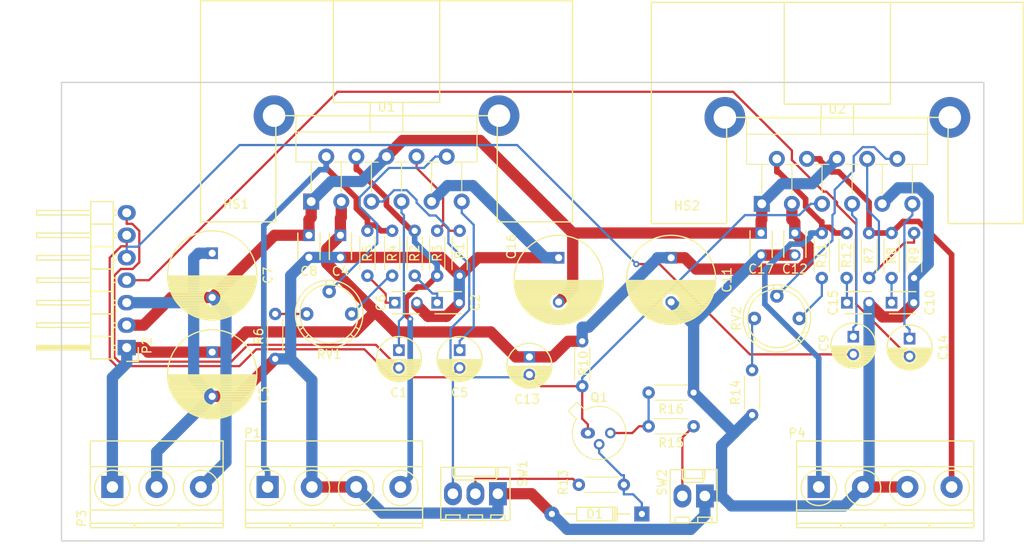
<source format=kicad_pcb>
(kicad_pcb (version 20171130) (host pcbnew "(5.1.12)-1")

  (general
    (thickness 1.6)
    (drawings 4)
    (tracks 357)
    (zones 0)
    (modules 51)
    (nets 33)
  )

  (page A4)
  (layers
    (0 F.Cu signal)
    (31 B.Cu signal)
    (32 B.Adhes user)
    (33 F.Adhes user)
    (34 B.Paste user)
    (35 F.Paste user)
    (36 B.SilkS user)
    (37 F.SilkS user)
    (38 B.Mask user)
    (39 F.Mask user)
    (40 Dwgs.User user)
    (41 Cmts.User user)
    (42 Eco1.User user)
    (43 Eco2.User user)
    (44 Edge.Cuts user)
    (45 Margin user)
    (46 B.CrtYd user)
    (47 F.CrtYd user)
    (48 B.Fab user)
    (49 F.Fab user)
  )

  (setup
    (last_trace_width 0.254)
    (trace_clearance 0.254)
    (zone_clearance 0.508)
    (zone_45_only no)
    (trace_min 0.1524)
    (via_size 0.6858)
    (via_drill 0.3302)
    (via_min_size 0.6858)
    (via_min_drill 0.3302)
    (uvia_size 0.127)
    (uvia_drill 0.0254)
    (uvias_allowed no)
    (uvia_min_size 0)
    (uvia_min_drill 0)
    (edge_width 0.15)
    (segment_width 0.2)
    (pcb_text_width 0.3)
    (pcb_text_size 1.5 1.5)
    (mod_edge_width 0.15)
    (mod_text_size 1 1)
    (mod_text_width 0.15)
    (pad_size 1.524 1.524)
    (pad_drill 0.762)
    (pad_to_mask_clearance 0.2)
    (aux_axis_origin 0 0)
    (visible_elements 7FFFFFFF)
    (pcbplotparams
      (layerselection 0x00030_80000001)
      (usegerberextensions false)
      (usegerberattributes true)
      (usegerberadvancedattributes true)
      (creategerberjobfile true)
      (excludeedgelayer true)
      (linewidth 0.100000)
      (plotframeref false)
      (viasonmask false)
      (mode 1)
      (useauxorigin false)
      (hpglpennumber 1)
      (hpglpenspeed 20)
      (hpglpendiameter 15.000000)
      (psnegative false)
      (psa4output false)
      (plotreference true)
      (plotvalue true)
      (plotinvisibletext false)
      (padsonsilk false)
      (subtractmaskfromsilk false)
      (outputformat 1)
      (mirror false)
      (drillshape 0)
      (scaleselection 1)
      (outputdirectory ""))
  )

  (net 0 "")
  (net 1 GND)
  (net 2 "Net-(C10-Pad1)")
  (net 3 /right_high_out)
  (net 4 /left_high_out)
  (net 5 /left_low_out)
  (net 6 "Net-(C2-Pad1)")
  (net 7 "Net-(C6-Pad1)")
  (net 8 "Net-(C14-Pad1)")
  (net 9 +15V)
  (net 10 -15V)
  (net 11 "Net-(R1-Pad1)")
  (net 12 "Net-(R4-Pad1)")
  (net 13 /right_low_out)
  (net 14 "Net-(R6-Pad2)")
  (net 15 "Net-(R7-Pad1)")
  (net 16 "Net-(C1-Pad1)")
  (net 17 "Net-(C5-Pad1)")
  (net 18 "Net-(C9-Pad1)")
  (net 19 "Net-(RV1-Pad2)")
  (net 20 "Net-(RV2-Pad2)")
  (net 21 /right_high_in)
  (net 22 /left_high_in)
  (net 23 /left_low_in)
  (net 24 "Net-(C15-Pad1)")
  (net 25 "Net-(D1-Pad1)")
  (net 26 "Net-(Q1-Pad3)")
  (net 27 "Net-(R11-Pad1)")
  (net 28 "Net-(R14-Pad2)")
  (net 29 /M/SB)
  (net 30 /right_low_in)
  (net 31 "Net-(R13-Pad1)")
  (net 32 "Net-(R15-Pad1)")

  (net_class Default "This is the default net class."
    (clearance 0.254)
    (trace_width 0.254)
    (via_dia 0.6858)
    (via_drill 0.3302)
    (uvia_dia 0.127)
    (uvia_drill 0.0254)
    (add_net /M/SB)
    (add_net /left_high_in)
    (add_net /left_low_in)
    (add_net /right_high_in)
    (add_net /right_low_in)
    (add_net "Net-(C1-Pad1)")
    (add_net "Net-(C10-Pad1)")
    (add_net "Net-(C14-Pad1)")
    (add_net "Net-(C15-Pad1)")
    (add_net "Net-(C2-Pad1)")
    (add_net "Net-(C5-Pad1)")
    (add_net "Net-(C6-Pad1)")
    (add_net "Net-(C9-Pad1)")
    (add_net "Net-(D1-Pad1)")
    (add_net "Net-(Q1-Pad3)")
    (add_net "Net-(R1-Pad1)")
    (add_net "Net-(R11-Pad1)")
    (add_net "Net-(R13-Pad1)")
    (add_net "Net-(R14-Pad2)")
    (add_net "Net-(R15-Pad1)")
    (add_net "Net-(R4-Pad1)")
    (add_net "Net-(R6-Pad2)")
    (add_net "Net-(R7-Pad1)")
    (add_net "Net-(RV1-Pad2)")
    (add_net "Net-(RV2-Pad2)")
  )

  (net_class "Audio Out" ""
    (clearance 0.254)
    (trace_width 0.635)
    (via_dia 0.6858)
    (via_drill 0.3302)
    (uvia_dia 0.127)
    (uvia_drill 0.0254)
    (add_net /left_high_out)
    (add_net /left_low_out)
    (add_net /right_high_out)
    (add_net /right_low_out)
  )

  (net_class Power ""
    (clearance 0.254)
    (trace_width 1.27)
    (via_dia 0.6858)
    (via_drill 0.3302)
    (uvia_dia 0.127)
    (uvia_drill 0.0254)
    (add_net +15V)
    (add_net -15V)
    (add_net GND)
  )

  (module scimpy_library:multiwatt11_heatsink (layer F.Cu) (tedit 5911E7D4) (tstamp 0)
    (at 164.059 76.0857)
    (fp_text reference HS2 (at -4.3 10) (layer F.SilkS)
      (effects (font (size 1 1) (thickness 0.15)))
    )
    (fp_text value multiwatt11_heatsink (at 0.2 -0.5) (layer F.Fab)
      (effects (font (size 1 1) (thickness 0.15)))
    )
    (fp_line (start -8.3 -13) (end 33.7 -13) (layer F.SilkS) (width 0.15))
    (fp_line (start 33.7 12) (end 33.7 -13) (layer F.SilkS) (width 0.15))
    (fp_line (start -8.3 -13) (end -8.3 12) (layer F.SilkS) (width 0.15))
    (fp_line (start 25.2 0) (end 25.2 12) (layer F.SilkS) (width 0.15))
    (fp_line (start 0.2 0) (end 25.2 0) (layer F.SilkS) (width 0.15))
    (fp_line (start 0.2 12) (end 0.2 0) (layer F.SilkS) (width 0.15))
    (fp_line (start -8.3 12) (end 0.2 12) (layer F.SilkS) (width 0.15))
    (fp_line (start 25.2 12) (end 33.7 12) (layer F.SilkS) (width 0.15))
    (fp_line (start 6.7 -1.5) (end 18.7 -1.5) (layer F.SilkS) (width 0.15))
    (fp_line (start 18.7 -13) (end 18.7 -1.5) (layer F.SilkS) (width 0.15))
    (fp_line (start 6.7 -1.5) (end 6.7 -13) (layer F.SilkS) (width 0.15))
    (fp_line (start 10.87 0) (end 10.87 -1.5) (layer F.SilkS) (width 0.15))
    (fp_line (start 14.53 0) (end 14.53 -1.5) (layer F.SilkS) (width 0.15))
    (pad "" np_thru_hole circle (at 25.4 0) (size 4.6 4.6) (drill 2.54) (layers *.Cu *.Mask))
    (pad "" np_thru_hole circle (at 0 0) (size 4.6 4.6) (drill 2.54) (layers *.Cu *.Mask))
  )

  (module Capacitors_ThroughHole:C_Radial_D5_L11_P2 (layer F.Cu) (tedit 59128F9C) (tstamp 590F9710)
    (at 127.254 102.394 270)
    (descr "Radial Electrolytic Capacitor 5mm x Length 11mm, Pitch 2mm")
    (tags "Electrolytic Capacitor")
    (path /58F1C6AA)
    (fp_text reference C1 (at 4.794 0) (layer F.SilkS)
      (effects (font (size 1 1) (thickness 0.15)))
    )
    (fp_text value 1u-audio (at 1 3.8 270) (layer F.Fab)
      (effects (font (size 1 1) (thickness 0.15)))
    )
    (fp_circle (center 1 0) (end 1 -2.8) (layer F.CrtYd) (width 0.05))
    (fp_circle (center 1 0) (end 1 -2.5375) (layer F.SilkS) (width 0.15))
    (fp_circle (center 2 0) (end 2 -0.8) (layer F.SilkS) (width 0.15))
    (fp_line (start 3.455 -0.472) (end 3.455 0.472) (layer F.SilkS) (width 0.15))
    (fp_line (start 3.315 -0.944) (end 3.315 0.944) (layer F.SilkS) (width 0.15))
    (fp_line (start 3.175 -1.233) (end 3.175 1.233) (layer F.SilkS) (width 0.15))
    (fp_line (start 3.035 -1.452) (end 3.035 1.452) (layer F.SilkS) (width 0.15))
    (fp_line (start 2.895 -1.631) (end 2.895 1.631) (layer F.SilkS) (width 0.15))
    (fp_line (start 2.755 0.265) (end 2.755 1.78) (layer F.SilkS) (width 0.15))
    (fp_line (start 2.755 -1.78) (end 2.755 -0.265) (layer F.SilkS) (width 0.15))
    (fp_line (start 2.615 0.512) (end 2.615 1.908) (layer F.SilkS) (width 0.15))
    (fp_line (start 2.615 -1.908) (end 2.615 -0.512) (layer F.SilkS) (width 0.15))
    (fp_line (start 2.475 0.644) (end 2.475 2.019) (layer F.SilkS) (width 0.15))
    (fp_line (start 2.475 -2.019) (end 2.475 -0.644) (layer F.SilkS) (width 0.15))
    (fp_line (start 2.335 0.726) (end 2.335 2.114) (layer F.SilkS) (width 0.15))
    (fp_line (start 2.335 -2.114) (end 2.335 -0.726) (layer F.SilkS) (width 0.15))
    (fp_line (start 2.195 0.776) (end 2.195 2.196) (layer F.SilkS) (width 0.15))
    (fp_line (start 2.195 -2.196) (end 2.195 -0.776) (layer F.SilkS) (width 0.15))
    (fp_line (start 2.055 0.798) (end 2.055 2.266) (layer F.SilkS) (width 0.15))
    (fp_line (start 2.055 -2.266) (end 2.055 -0.798) (layer F.SilkS) (width 0.15))
    (fp_line (start 1.915 0.795) (end 1.915 2.327) (layer F.SilkS) (width 0.15))
    (fp_line (start 1.915 -2.327) (end 1.915 -0.795) (layer F.SilkS) (width 0.15))
    (fp_line (start 1.775 0.768) (end 1.775 2.377) (layer F.SilkS) (width 0.15))
    (fp_line (start 1.775 -2.377) (end 1.775 -0.768) (layer F.SilkS) (width 0.15))
    (fp_line (start 1.635 0.712) (end 1.635 2.418) (layer F.SilkS) (width 0.15))
    (fp_line (start 1.635 -2.418) (end 1.635 -0.712) (layer F.SilkS) (width 0.15))
    (fp_line (start 1.495 0.62) (end 1.495 2.451) (layer F.SilkS) (width 0.15))
    (fp_line (start 1.495 -2.451) (end 1.495 -0.62) (layer F.SilkS) (width 0.15))
    (fp_line (start 1.355 0.473) (end 1.355 2.475) (layer F.SilkS) (width 0.15))
    (fp_line (start 1.355 -2.475) (end 1.355 -0.473) (layer F.SilkS) (width 0.15))
    (fp_line (start 1.215 0.154) (end 1.215 2.491) (layer F.SilkS) (width 0.15))
    (fp_line (start 1.215 -2.491) (end 1.215 -0.154) (layer F.SilkS) (width 0.15))
    (fp_line (start 1.075 -2.499) (end 1.075 2.499) (layer F.SilkS) (width 0.15))
    (pad 1 thru_hole rect (at 0 0 270) (size 1.3 1.3) (drill 0.8) (layers *.Cu *.Mask)
      (net 16 "Net-(C1-Pad1)"))
    (pad 2 thru_hole circle (at 2 0 270) (size 1.3 1.3) (drill 0.8) (layers *.Cu *.Mask)
      (net 21 /right_high_in))
    (model Capacitors_ThroughHole.3dshapes/C_Radial_D5_L11_P2.wrl
      (at (xyz 0 0 0))
      (scale (xyz 1 1 1))
      (rotate (xyz 0 0 0))
    )
  )

  (module Capacitors_ThroughHole:C_Disc_D3_P2.5 (layer F.Cu) (tedit 59128FC0) (tstamp 590F9736)
    (at 131.572 97.028)
    (descr "Capacitor 3mm Disc, Pitch 2.5mm")
    (tags Capacitor)
    (path /58F1C6FD)
    (fp_text reference C2 (at 4.318 0 90) (layer F.SilkS)
      (effects (font (size 1 1) (thickness 0.15)))
    )
    (fp_text value 100n (at 1.25 2.5) (layer F.Fab)
      (effects (font (size 1 1) (thickness 0.15)))
    )
    (fp_line (start 2.75 1.25) (end -0.25 1.25) (layer F.SilkS) (width 0.15))
    (fp_line (start -0.25 -1.25) (end 2.75 -1.25) (layer F.SilkS) (width 0.15))
    (fp_line (start -0.9 1.5) (end -0.9 -1.5) (layer F.CrtYd) (width 0.05))
    (fp_line (start 3.4 1.5) (end -0.9 1.5) (layer F.CrtYd) (width 0.05))
    (fp_line (start 3.4 -1.5) (end 3.4 1.5) (layer F.CrtYd) (width 0.05))
    (fp_line (start -0.9 -1.5) (end 3.4 -1.5) (layer F.CrtYd) (width 0.05))
    (pad 1 thru_hole rect (at 0 0) (size 1.3 1.3) (drill 0.8) (layers *.Cu *.Mask)
      (net 6 "Net-(C2-Pad1)"))
    (pad 2 thru_hole circle (at 2.5 0) (size 1.3 1.3) (drill 0.8001) (layers *.Cu *.Mask)
      (net 1 GND))
    (model Capacitors_ThroughHole.3dshapes/C_Disc_D3_P2.5.wrl
      (offset (xyz 1.250000021226883 0 0))
      (scale (xyz 1 1 1))
      (rotate (xyz 0 0 0))
    )
  )

  (module Capacitors_ThroughHole:C_Disc_D3_P2.5 (layer F.Cu) (tedit 59128FC5) (tstamp 590F97B8)
    (at 126.786 97.028)
    (descr "Capacitor 3mm Disc, Pitch 2.5mm")
    (tags Capacitor)
    (path /58F1988E)
    (fp_text reference C6 (at -1.564 0 90) (layer F.SilkS)
      (effects (font (size 1 1) (thickness 0.15)))
    )
    (fp_text value 100n (at 1.25 2.5) (layer F.Fab)
      (effects (font (size 1 1) (thickness 0.15)))
    )
    (fp_line (start 2.75 1.25) (end -0.25 1.25) (layer F.SilkS) (width 0.15))
    (fp_line (start -0.25 -1.25) (end 2.75 -1.25) (layer F.SilkS) (width 0.15))
    (fp_line (start -0.9 1.5) (end -0.9 -1.5) (layer F.CrtYd) (width 0.05))
    (fp_line (start 3.4 1.5) (end -0.9 1.5) (layer F.CrtYd) (width 0.05))
    (fp_line (start 3.4 -1.5) (end 3.4 1.5) (layer F.CrtYd) (width 0.05))
    (fp_line (start -0.9 -1.5) (end 3.4 -1.5) (layer F.CrtYd) (width 0.05))
    (pad 1 thru_hole rect (at 0 0) (size 1.3 1.3) (drill 0.8) (layers *.Cu *.Mask)
      (net 7 "Net-(C6-Pad1)"))
    (pad 2 thru_hole circle (at 2.5 0) (size 1.3 1.3) (drill 0.8001) (layers *.Cu *.Mask)
      (net 1 GND))
    (model Capacitors_ThroughHole.3dshapes/C_Disc_D3_P2.5.wrl
      (offset (xyz 1.250000021226883 0 0))
      (scale (xyz 1 1 1))
      (rotate (xyz 0 0 0))
    )
  )

  (module Capacitors_ThroughHole:C_Radial_D10_L20_P5 (layer F.Cu) (tedit 0) (tstamp 590F97F3)
    (at 106.172 91.44 270)
    (descr "Radial Electrolytic Capacitor Diameter 10mm x Length 20mm, Pitch 5mm")
    (tags "Electrolytic Capacitor")
    (path /58F1538B)
    (fp_text reference C7 (at 2.5 -6.3 270) (layer F.SilkS)
      (effects (font (size 1 1) (thickness 0.15)))
    )
    (fp_text value 1000u (at 2.5 6.3 270) (layer F.Fab)
      (effects (font (size 1 1) (thickness 0.15)))
    )
    (fp_circle (center 2.5 0) (end 2.5 -5.3) (layer F.CrtYd) (width 0.05))
    (fp_circle (center 2.5 0) (end 2.5 -5.0375) (layer F.SilkS) (width 0.15))
    (fp_circle (center 5 0) (end 5 -1) (layer F.SilkS) (width 0.15))
    (fp_line (start 7.475 -0.499) (end 7.475 0.499) (layer F.SilkS) (width 0.15))
    (fp_line (start 7.335 -1.274) (end 7.335 1.274) (layer F.SilkS) (width 0.15))
    (fp_line (start 7.195 -1.72) (end 7.195 1.72) (layer F.SilkS) (width 0.15))
    (fp_line (start 7.055 -2.062) (end 7.055 2.062) (layer F.SilkS) (width 0.15))
    (fp_line (start 6.915 -2.347) (end 6.915 2.347) (layer F.SilkS) (width 0.15))
    (fp_line (start 6.775 -2.593) (end 6.775 2.593) (layer F.SilkS) (width 0.15))
    (fp_line (start 6.635 -2.811) (end 6.635 2.811) (layer F.SilkS) (width 0.15))
    (fp_line (start 6.495 -3.007) (end 6.495 3.007) (layer F.SilkS) (width 0.15))
    (fp_line (start 6.355 -3.184) (end 6.355 3.184) (layer F.SilkS) (width 0.15))
    (fp_line (start 6.215 -3.346) (end 6.215 3.346) (layer F.SilkS) (width 0.15))
    (fp_line (start 6.075 -3.496) (end 6.075 3.496) (layer F.SilkS) (width 0.15))
    (fp_line (start 5.935 0.355) (end 5.935 3.633) (layer F.SilkS) (width 0.15))
    (fp_line (start 5.935 -3.633) (end 5.935 -0.355) (layer F.SilkS) (width 0.15))
    (fp_line (start 5.795 0.607) (end 5.795 3.761) (layer F.SilkS) (width 0.15))
    (fp_line (start 5.795 -3.761) (end 5.795 -0.607) (layer F.SilkS) (width 0.15))
    (fp_line (start 5.655 0.756) (end 5.655 3.879) (layer F.SilkS) (width 0.15))
    (fp_line (start 5.655 -3.879) (end 5.655 -0.756) (layer F.SilkS) (width 0.15))
    (fp_line (start 5.515 0.857) (end 5.515 3.989) (layer F.SilkS) (width 0.15))
    (fp_line (start 5.515 -3.989) (end 5.515 -0.857) (layer F.SilkS) (width 0.15))
    (fp_line (start 5.375 0.927) (end 5.375 4.091) (layer F.SilkS) (width 0.15))
    (fp_line (start 5.375 -4.091) (end 5.375 -0.927) (layer F.SilkS) (width 0.15))
    (fp_line (start 5.235 0.972) (end 5.235 4.186) (layer F.SilkS) (width 0.15))
    (fp_line (start 5.235 -4.186) (end 5.235 -0.972) (layer F.SilkS) (width 0.15))
    (fp_line (start 5.095 0.995) (end 5.095 4.274) (layer F.SilkS) (width 0.15))
    (fp_line (start 5.095 -4.274) (end 5.095 -0.995) (layer F.SilkS) (width 0.15))
    (fp_line (start 4.955 0.999) (end 4.955 4.356) (layer F.SilkS) (width 0.15))
    (fp_line (start 4.955 -4.356) (end 4.955 -0.999) (layer F.SilkS) (width 0.15))
    (fp_line (start 4.815 0.983) (end 4.815 4.432) (layer F.SilkS) (width 0.15))
    (fp_line (start 4.815 -4.432) (end 4.815 -0.983) (layer F.SilkS) (width 0.15))
    (fp_line (start 4.675 0.946) (end 4.675 4.502) (layer F.SilkS) (width 0.15))
    (fp_line (start 4.675 -4.502) (end 4.675 -0.946) (layer F.SilkS) (width 0.15))
    (fp_line (start 4.535 0.885) (end 4.535 4.567) (layer F.SilkS) (width 0.15))
    (fp_line (start 4.535 -4.567) (end 4.535 -0.885) (layer F.SilkS) (width 0.15))
    (fp_line (start 4.395 0.796) (end 4.395 4.627) (layer F.SilkS) (width 0.15))
    (fp_line (start 4.395 -4.627) (end 4.395 -0.796) (layer F.SilkS) (width 0.15))
    (fp_line (start 4.255 0.667) (end 4.255 4.682) (layer F.SilkS) (width 0.15))
    (fp_line (start 4.255 -4.682) (end 4.255 -0.667) (layer F.SilkS) (width 0.15))
    (fp_line (start 4.115 0.466) (end 4.115 4.732) (layer F.SilkS) (width 0.15))
    (fp_line (start 4.115 -4.732) (end 4.115 -0.466) (layer F.SilkS) (width 0.15))
    (fp_line (start 3.975 -4.777) (end 3.975 4.777) (layer F.SilkS) (width 0.15))
    (fp_line (start 3.835 -4.818) (end 3.835 4.818) (layer F.SilkS) (width 0.15))
    (fp_line (start 3.695 -4.855) (end 3.695 4.855) (layer F.SilkS) (width 0.15))
    (fp_line (start 3.555 -4.887) (end 3.555 4.887) (layer F.SilkS) (width 0.15))
    (fp_line (start 3.415 -4.916) (end 3.415 4.916) (layer F.SilkS) (width 0.15))
    (fp_line (start 3.275 -4.94) (end 3.275 4.94) (layer F.SilkS) (width 0.15))
    (fp_line (start 3.135 -4.96) (end 3.135 4.96) (layer F.SilkS) (width 0.15))
    (fp_line (start 2.995 -4.975) (end 2.995 4.975) (layer F.SilkS) (width 0.15))
    (fp_line (start 2.855 -4.987) (end 2.855 4.987) (layer F.SilkS) (width 0.15))
    (fp_line (start 2.715 -4.995) (end 2.715 4.995) (layer F.SilkS) (width 0.15))
    (fp_line (start 2.575 -4.999) (end 2.575 4.999) (layer F.SilkS) (width 0.15))
    (pad 1 thru_hole rect (at 0 0 270) (size 1.3 1.3) (drill 0.8) (layers *.Cu *.Mask)
      (net 1 GND))
    (pad 2 thru_hole circle (at 5 0 270) (size 1.3 1.3) (drill 0.8) (layers *.Cu *.Mask)
      (net 10 -15V))
    (model Capacitors_ThroughHole.3dshapes/C_Radial_D10_L20_P5.wrl
      (at (xyz 0 0 0))
      (scale (xyz 1 1 1))
      (rotate (xyz 0 0 0))
    )
  )

  (module Capacitors_ThroughHole:C_Disc_D3_P2.5 (layer F.Cu) (tedit 59128FE1) (tstamp 590F97FF)
    (at 117.094 89.408 270)
    (descr "Capacitor 3mm Disc, Pitch 2.5mm")
    (tags Capacitor)
    (path /58F15F8F)
    (fp_text reference C8 (at 4.064 0) (layer F.SilkS)
      (effects (font (size 1 1) (thickness 0.15)))
    )
    (fp_text value 100n (at 1.25 2.5 270) (layer F.Fab)
      (effects (font (size 1 1) (thickness 0.15)))
    )
    (fp_line (start 2.75 1.25) (end -0.25 1.25) (layer F.SilkS) (width 0.15))
    (fp_line (start -0.25 -1.25) (end 2.75 -1.25) (layer F.SilkS) (width 0.15))
    (fp_line (start -0.9 1.5) (end -0.9 -1.5) (layer F.CrtYd) (width 0.05))
    (fp_line (start 3.4 1.5) (end -0.9 1.5) (layer F.CrtYd) (width 0.05))
    (fp_line (start 3.4 -1.5) (end 3.4 1.5) (layer F.CrtYd) (width 0.05))
    (fp_line (start -0.9 -1.5) (end 3.4 -1.5) (layer F.CrtYd) (width 0.05))
    (pad 1 thru_hole rect (at 0 0 270) (size 1.3 1.3) (drill 0.8) (layers *.Cu *.Mask)
      (net 10 -15V))
    (pad 2 thru_hole circle (at 2.5 0 270) (size 1.3 1.3) (drill 0.8001) (layers *.Cu *.Mask)
      (net 1 GND))
    (model Capacitors_ThroughHole.3dshapes/C_Disc_D3_P2.5.wrl
      (offset (xyz 1.250000021226883 0 0))
      (scale (xyz 1 1 1))
      (rotate (xyz 0 0 0))
    )
  )

  (module Capacitors_ThroughHole:C_Radial_D5_L11_P2 (layer F.Cu) (tedit 59128F08) (tstamp 590F9826)
    (at 178.562 100.87 270)
    (descr "Radial Electrolytic Capacitor 5mm x Length 11mm, Pitch 2mm")
    (tags "Electrolytic Capacitor")
    (path /58F1F9F9)
    (fp_text reference C9 (at 0.73 3.302 270) (layer F.SilkS)
      (effects (font (size 1 1) (thickness 0.15)))
    )
    (fp_text value 1u-audio (at 1 3.8 270) (layer F.Fab)
      (effects (font (size 1 1) (thickness 0.15)))
    )
    (fp_circle (center 1 0) (end 1 -2.8) (layer F.CrtYd) (width 0.05))
    (fp_circle (center 1 0) (end 1 -2.5375) (layer F.SilkS) (width 0.15))
    (fp_circle (center 2 0) (end 2 -0.8) (layer F.SilkS) (width 0.15))
    (fp_line (start 3.455 -0.472) (end 3.455 0.472) (layer F.SilkS) (width 0.15))
    (fp_line (start 3.315 -0.944) (end 3.315 0.944) (layer F.SilkS) (width 0.15))
    (fp_line (start 3.175 -1.233) (end 3.175 1.233) (layer F.SilkS) (width 0.15))
    (fp_line (start 3.035 -1.452) (end 3.035 1.452) (layer F.SilkS) (width 0.15))
    (fp_line (start 2.895 -1.631) (end 2.895 1.631) (layer F.SilkS) (width 0.15))
    (fp_line (start 2.755 0.265) (end 2.755 1.78) (layer F.SilkS) (width 0.15))
    (fp_line (start 2.755 -1.78) (end 2.755 -0.265) (layer F.SilkS) (width 0.15))
    (fp_line (start 2.615 0.512) (end 2.615 1.908) (layer F.SilkS) (width 0.15))
    (fp_line (start 2.615 -1.908) (end 2.615 -0.512) (layer F.SilkS) (width 0.15))
    (fp_line (start 2.475 0.644) (end 2.475 2.019) (layer F.SilkS) (width 0.15))
    (fp_line (start 2.475 -2.019) (end 2.475 -0.644) (layer F.SilkS) (width 0.15))
    (fp_line (start 2.335 0.726) (end 2.335 2.114) (layer F.SilkS) (width 0.15))
    (fp_line (start 2.335 -2.114) (end 2.335 -0.726) (layer F.SilkS) (width 0.15))
    (fp_line (start 2.195 0.776) (end 2.195 2.196) (layer F.SilkS) (width 0.15))
    (fp_line (start 2.195 -2.196) (end 2.195 -0.776) (layer F.SilkS) (width 0.15))
    (fp_line (start 2.055 0.798) (end 2.055 2.266) (layer F.SilkS) (width 0.15))
    (fp_line (start 2.055 -2.266) (end 2.055 -0.798) (layer F.SilkS) (width 0.15))
    (fp_line (start 1.915 0.795) (end 1.915 2.327) (layer F.SilkS) (width 0.15))
    (fp_line (start 1.915 -2.327) (end 1.915 -0.795) (layer F.SilkS) (width 0.15))
    (fp_line (start 1.775 0.768) (end 1.775 2.377) (layer F.SilkS) (width 0.15))
    (fp_line (start 1.775 -2.377) (end 1.775 -0.768) (layer F.SilkS) (width 0.15))
    (fp_line (start 1.635 0.712) (end 1.635 2.418) (layer F.SilkS) (width 0.15))
    (fp_line (start 1.635 -2.418) (end 1.635 -0.712) (layer F.SilkS) (width 0.15))
    (fp_line (start 1.495 0.62) (end 1.495 2.451) (layer F.SilkS) (width 0.15))
    (fp_line (start 1.495 -2.451) (end 1.495 -0.62) (layer F.SilkS) (width 0.15))
    (fp_line (start 1.355 0.473) (end 1.355 2.475) (layer F.SilkS) (width 0.15))
    (fp_line (start 1.355 -2.475) (end 1.355 -0.473) (layer F.SilkS) (width 0.15))
    (fp_line (start 1.215 0.154) (end 1.215 2.491) (layer F.SilkS) (width 0.15))
    (fp_line (start 1.215 -2.491) (end 1.215 -0.154) (layer F.SilkS) (width 0.15))
    (fp_line (start 1.075 -2.499) (end 1.075 2.499) (layer F.SilkS) (width 0.15))
    (pad 1 thru_hole rect (at 0 0 270) (size 1.3 1.3) (drill 0.8) (layers *.Cu *.Mask)
      (net 18 "Net-(C9-Pad1)"))
    (pad 2 thru_hole circle (at 2 0 270) (size 1.3 1.3) (drill 0.8) (layers *.Cu *.Mask)
      (net 22 /left_high_in))
    (model Capacitors_ThroughHole.3dshapes/C_Radial_D5_L11_P2.wrl
      (at (xyz 0 0 0))
      (scale (xyz 1 1 1))
      (rotate (xyz 0 0 0))
    )
  )

  (module Capacitors_ThroughHole:C_Disc_D3_P2.5 (layer F.Cu) (tedit 59129035) (tstamp 590F9832)
    (at 182.88 97.028)
    (descr "Capacitor 3mm Disc, Pitch 2.5mm")
    (tags Capacitor)
    (path /58F1FA09)
    (fp_text reference C10 (at 4.318 0 90) (layer F.SilkS)
      (effects (font (size 1 1) (thickness 0.15)))
    )
    (fp_text value 100n (at 1.25 2.5) (layer F.Fab)
      (effects (font (size 1 1) (thickness 0.15)))
    )
    (fp_line (start 2.75 1.25) (end -0.25 1.25) (layer F.SilkS) (width 0.15))
    (fp_line (start -0.25 -1.25) (end 2.75 -1.25) (layer F.SilkS) (width 0.15))
    (fp_line (start -0.9 1.5) (end -0.9 -1.5) (layer F.CrtYd) (width 0.05))
    (fp_line (start 3.4 1.5) (end -0.9 1.5) (layer F.CrtYd) (width 0.05))
    (fp_line (start 3.4 -1.5) (end 3.4 1.5) (layer F.CrtYd) (width 0.05))
    (fp_line (start -0.9 -1.5) (end 3.4 -1.5) (layer F.CrtYd) (width 0.05))
    (pad 1 thru_hole rect (at 0 0) (size 1.3 1.3) (drill 0.8) (layers *.Cu *.Mask)
      (net 2 "Net-(C10-Pad1)"))
    (pad 2 thru_hole circle (at 2.5 0) (size 1.3 1.3) (drill 0.8001) (layers *.Cu *.Mask)
      (net 1 GND))
    (model Capacitors_ThroughHole.3dshapes/C_Disc_D3_P2.5.wrl
      (offset (xyz 1.250000021226883 0 0))
      (scale (xyz 1 1 1))
      (rotate (xyz 0 0 0))
    )
  )

  (module Terminal_Blocks:TerminalBlock_Pheonix_MKDS1.5-4pol (layer F.Cu) (tedit 59128EC2) (tstamp 590F98AD)
    (at 112.428 117.856)
    (descr "4-way 5mm pitch terminal block, Phoenix MKDS series")
    (path /590FA0A7)
    (fp_text reference P1 (at -1.684 -6.096) (layer F.SilkS)
      (effects (font (size 1 1) (thickness 0.15)))
    )
    (fp_text value CONN_01X04 (at 7.5 -6.6) (layer F.Fab)
      (effects (font (size 1 1) (thickness 0.15)))
    )
    (fp_circle (center 0 0.1) (end 2 0.1) (layer F.SilkS) (width 0.15))
    (fp_circle (center 5 0.1) (end 3 0.1) (layer F.SilkS) (width 0.15))
    (fp_circle (center 10 0.1) (end 8 0.1) (layer F.SilkS) (width 0.15))
    (fp_circle (center 15 0.1) (end 13 0.1) (layer F.SilkS) (width 0.15))
    (fp_line (start -2.5 -5.2) (end -2.5 4.6) (layer F.SilkS) (width 0.15))
    (fp_line (start 17.5 -5.2) (end -2.5 -5.2) (layer F.SilkS) (width 0.15))
    (fp_line (start 17.5 4.6) (end 17.5 -5.2) (layer F.SilkS) (width 0.15))
    (fp_line (start -2.5 4.6) (end 17.5 4.6) (layer F.SilkS) (width 0.15))
    (fp_line (start -2.5 4.1) (end 17.5 4.1) (layer F.SilkS) (width 0.15))
    (fp_line (start -2.5 -2.3) (end 17.5 -2.3) (layer F.SilkS) (width 0.15))
    (fp_line (start -2.5 2.6) (end 17.5 2.6) (layer F.SilkS) (width 0.15))
    (fp_line (start 2.5 4.1) (end 2.5 4.6) (layer F.SilkS) (width 0.15))
    (fp_line (start 7.5 4.1) (end 7.5 4.6) (layer F.SilkS) (width 0.15))
    (fp_line (start 12.5 4.1) (end 12.5 4.6) (layer F.SilkS) (width 0.15))
    (fp_line (start 17.7 -5.4) (end 17.7 4.8) (layer F.CrtYd) (width 0.05))
    (fp_line (start 17.7 4.8) (end -2.7 4.8) (layer F.CrtYd) (width 0.05))
    (fp_line (start -2.7 4.8) (end -2.7 -5.4) (layer F.CrtYd) (width 0.05))
    (fp_line (start -2.7 -5.4) (end 17.7 -5.4) (layer F.CrtYd) (width 0.05))
    (pad 4 thru_hole circle (at 15 0) (size 2.5 2.5) (drill 1.3) (layers *.Cu *.Mask)
      (net 3 /right_high_out))
    (pad 3 thru_hole circle (at 10 0) (size 2.5 2.5) (drill 1.3) (layers *.Cu *.Mask)
      (net 1 GND))
    (pad 1 thru_hole rect (at 0 0) (size 2.5 2.5) (drill 1.3) (layers *.Cu *.Mask)
      (net 13 /right_low_out))
    (pad 2 thru_hole circle (at 5 0) (size 2.5 2.5) (drill 1.3) (layers *.Cu *.Mask)
      (net 1 GND))
    (model Terminal_Blocks.3dshapes/TerminalBlock_Pheonix_MKDS1.5-4pol.wrl
      (offset (xyz 7.50061988735199 0 0))
      (scale (xyz 1 1 1))
      (rotate (xyz 0 0 0))
    )
  )

  (module scimpy_library:R_Axial_DIN0204_L3.6mm_D1.6mm_P5.08mm_Horizontal (layer F.Cu) (tedit 59128FB2) (tstamp 590F98F1)
    (at 131.572 88.9 270)
    (descr "Resistor, Axial_DIN0204 series, Axial, Horizontal, pin pitch=5.08mm, 0.16666666666666666W = 1/6W, length*diameter=3.6*1.6mm^2, http://cdn-reichelt.de/documents/datenblatt/B400/1_4W%23YAG.pdf")
    (tags "Resistor Axial_DIN0204 series Axial Horizontal pin pitch 5.08mm 0.16666666666666666W = 1/6W length 3.6mm diameter 1.6mm")
    (path /58F1C691)
    (fp_text reference R1 (at 2.286 -2.54 270) (layer F.SilkS)
      (effects (font (size 1 1) (thickness 0.15)))
    )
    (fp_text value 18K (at 2.54 1.86 270) (layer F.Fab)
      (effects (font (size 1 1) (thickness 0.15)))
    )
    (fp_line (start 6.05 -1.15) (end -0.95 -1.15) (layer F.CrtYd) (width 0.05))
    (fp_line (start 6.05 1.15) (end 6.05 -1.15) (layer F.CrtYd) (width 0.05))
    (fp_line (start -0.95 1.15) (end 6.05 1.15) (layer F.CrtYd) (width 0.05))
    (fp_line (start -0.95 -1.15) (end -0.95 1.15) (layer F.CrtYd) (width 0.05))
    (fp_line (start 0.68 0.86) (end 4.4 0.86) (layer F.SilkS) (width 0.12))
    (fp_line (start 0.68 -0.86) (end 4.4 -0.86) (layer F.SilkS) (width 0.12))
    (fp_line (start 5.08 0) (end 4.34 0) (layer F.Fab) (width 0.1))
    (fp_line (start 0 0) (end 0.74 0) (layer F.Fab) (width 0.1))
    (fp_line (start 4.34 -0.8) (end 0.74 -0.8) (layer F.Fab) (width 0.1))
    (fp_line (start 4.34 0.8) (end 4.34 -0.8) (layer F.Fab) (width 0.1))
    (fp_line (start 0.74 0.8) (end 4.34 0.8) (layer F.Fab) (width 0.1))
    (fp_line (start 0.74 -0.8) (end 0.74 0.8) (layer F.Fab) (width 0.1))
    (pad 1 thru_hole circle (at 0 0 270) (size 1.4 1.4) (drill 0.7) (layers *.Cu *.Mask)
      (net 11 "Net-(R1-Pad1)"))
    (pad 2 thru_hole oval (at 5.08 0 270) (size 1.4 1.4) (drill 0.7) (layers *.Cu *.Mask)
      (net 3 /right_high_out))
    (model Resistors_THT.3dshapes/R_Axial_DIN0204_L3.6mm_D1.6mm_P5.08mm_Horizontal.wrl
      (at (xyz 0 0 0))
      (scale (xyz 0.393701 0.393701 0.393701))
      (rotate (xyz 0 0 0))
    )
    (model ../../../../../home/showard/scimpy/scimpy/boards/3dshapes/Resistors_THT.3dshapes/R_Axial_DIN0204_L3.6mm_D1.6mm_P5.08mm_Horizontal.wrl
      (at (xyz 0 0 0))
      (scale (xyz 0.393701 0.393701 0.393701))
      (rotate (xyz 0 0 0))
    )
  )

  (module scimpy_library:R_Axial_DIN0204_L3.6mm_D1.6mm_P5.08mm_Horizontal (layer F.Cu) (tedit 59128FCA) (tstamp 590F98F2)
    (at 129.032 93.98 90)
    (descr "Resistor, Axial_DIN0204 series, Axial, Horizontal, pin pitch=5.08mm, 0.16666666666666666W = 1/6W, length*diameter=3.6*1.6mm^2, http://cdn-reichelt.de/documents/datenblatt/B400/1_4W%23YAG.pdf")
    (tags "Resistor Axial_DIN0204 series Axial Horizontal pin pitch 5.08mm 0.16666666666666666W = 1/6W length 3.6mm diameter 1.6mm")
    (path /58F1C6F7)
    (fp_text reference R2 (at 2.54 0 90) (layer F.SilkS)
      (effects (font (size 1 1) (thickness 0.15)))
    )
    (fp_text value 4.8R (at 2.54 1.86 90) (layer F.Fab)
      (effects (font (size 1 1) (thickness 0.15)))
    )
    (fp_line (start 6.05 -1.15) (end -0.95 -1.15) (layer F.CrtYd) (width 0.05))
    (fp_line (start 6.05 1.15) (end 6.05 -1.15) (layer F.CrtYd) (width 0.05))
    (fp_line (start -0.95 1.15) (end 6.05 1.15) (layer F.CrtYd) (width 0.05))
    (fp_line (start -0.95 -1.15) (end -0.95 1.15) (layer F.CrtYd) (width 0.05))
    (fp_line (start 0.68 0.86) (end 4.4 0.86) (layer F.SilkS) (width 0.12))
    (fp_line (start 0.68 -0.86) (end 4.4 -0.86) (layer F.SilkS) (width 0.12))
    (fp_line (start 5.08 0) (end 4.34 0) (layer F.Fab) (width 0.1))
    (fp_line (start 0 0) (end 0.74 0) (layer F.Fab) (width 0.1))
    (fp_line (start 4.34 -0.8) (end 0.74 -0.8) (layer F.Fab) (width 0.1))
    (fp_line (start 4.34 0.8) (end 4.34 -0.8) (layer F.Fab) (width 0.1))
    (fp_line (start 0.74 0.8) (end 4.34 0.8) (layer F.Fab) (width 0.1))
    (fp_line (start 0.74 -0.8) (end 0.74 0.8) (layer F.Fab) (width 0.1))
    (pad 1 thru_hole circle (at 0 0 90) (size 1.4 1.4) (drill 0.7) (layers *.Cu *.Mask)
      (net 6 "Net-(C2-Pad1)"))
    (pad 2 thru_hole oval (at 5.08 0 90) (size 1.4 1.4) (drill 0.7) (layers *.Cu *.Mask)
      (net 3 /right_high_out))
    (model Resistors_THT.3dshapes/R_Axial_DIN0204_L3.6mm_D1.6mm_P5.08mm_Horizontal.wrl
      (at (xyz 0 0 0))
      (scale (xyz 0.393701 0.393701 0.393701))
      (rotate (xyz 0 0 0))
    )
    (model ../../../../../home/showard/scimpy/scimpy/boards/3dshapes/Resistors_THT.3dshapes/R_Axial_DIN0204_L3.6mm_D1.6mm_P5.08mm_Horizontal.wrl
      (at (xyz 0 0 0))
      (scale (xyz 0.393701 0.393701 0.393701))
      (rotate (xyz 0 0 0))
    )
  )

  (module scimpy_library:R_Axial_DIN0204_L3.6mm_D1.6mm_P5.08mm_Horizontal (layer F.Cu) (tedit 59128FB8) (tstamp 590F9903)
    (at 134.112 93.98 90)
    (descr "Resistor, Axial_DIN0204 series, Axial, Horizontal, pin pitch=5.08mm, 0.16666666666666666W = 1/6W, length*diameter=3.6*1.6mm^2, http://cdn-reichelt.de/documents/datenblatt/B400/1_4W%23YAG.pdf")
    (tags "Resistor Axial_DIN0204 series Axial Horizontal pin pitch 5.08mm 0.16666666666666666W = 1/6W length 3.6mm diameter 1.6mm")
    (path /58F238AD)
    (fp_text reference R3 (at 2.54 -2.54 90) (layer F.SilkS)
      (effects (font (size 1 1) (thickness 0.15)))
    )
    (fp_text value 560R (at 2.54 1.86 90) (layer F.Fab)
      (effects (font (size 1 1) (thickness 0.15)))
    )
    (fp_line (start 6.05 -1.15) (end -0.95 -1.15) (layer F.CrtYd) (width 0.05))
    (fp_line (start 6.05 1.15) (end 6.05 -1.15) (layer F.CrtYd) (width 0.05))
    (fp_line (start -0.95 1.15) (end 6.05 1.15) (layer F.CrtYd) (width 0.05))
    (fp_line (start -0.95 -1.15) (end -0.95 1.15) (layer F.CrtYd) (width 0.05))
    (fp_line (start 0.68 0.86) (end 4.4 0.86) (layer F.SilkS) (width 0.12))
    (fp_line (start 0.68 -0.86) (end 4.4 -0.86) (layer F.SilkS) (width 0.12))
    (fp_line (start 5.08 0) (end 4.34 0) (layer F.Fab) (width 0.1))
    (fp_line (start 0 0) (end 0.74 0) (layer F.Fab) (width 0.1))
    (fp_line (start 4.34 -0.8) (end 0.74 -0.8) (layer F.Fab) (width 0.1))
    (fp_line (start 4.34 0.8) (end 4.34 -0.8) (layer F.Fab) (width 0.1))
    (fp_line (start 0.74 0.8) (end 4.34 0.8) (layer F.Fab) (width 0.1))
    (fp_line (start 0.74 -0.8) (end 0.74 0.8) (layer F.Fab) (width 0.1))
    (pad 1 thru_hole circle (at 0 0 90) (size 1.4 1.4) (drill 0.7) (layers *.Cu *.Mask)
      (net 1 GND))
    (pad 2 thru_hole oval (at 5.08 0 90) (size 1.4 1.4) (drill 0.7) (layers *.Cu *.Mask)
      (net 11 "Net-(R1-Pad1)"))
    (model Resistors_THT.3dshapes/R_Axial_DIN0204_L3.6mm_D1.6mm_P5.08mm_Horizontal.wrl
      (at (xyz 0 0 0))
      (scale (xyz 0.393701 0.393701 0.393701))
      (rotate (xyz 0 0 0))
    )
    (model ../../../../../home/showard/scimpy/scimpy/boards/3dshapes/Resistors_THT.3dshapes/R_Axial_DIN0204_L3.6mm_D1.6mm_P5.08mm_Horizontal.wrl
      (at (xyz 0 0 0))
      (scale (xyz 0.393701 0.393701 0.393701))
      (rotate (xyz 0 0 0))
    )
  )

  (module scimpy_library:R_Axial_DIN0204_L3.6mm_D1.6mm_P5.08mm_Horizontal (layer F.Cu) (tedit 59128FD0) (tstamp 590F9925)
    (at 126.492 93.98 90)
    (descr "Resistor, Axial_DIN0204 series, Axial, Horizontal, pin pitch=5.08mm, 0.16666666666666666W = 1/6W, length*diameter=3.6*1.6mm^2, http://cdn-reichelt.de/documents/datenblatt/B400/1_4W%23YAG.pdf")
    (tags "Resistor Axial_DIN0204 series Axial Horizontal pin pitch 5.08mm 0.16666666666666666W = 1/6W length 3.6mm diameter 1.6mm")
    (path /58F0232A)
    (fp_text reference R4 (at 2.54 0 90) (layer F.SilkS)
      (effects (font (size 1 1) (thickness 0.15)))
    )
    (fp_text value 68K (at 2.54 1.86 90) (layer F.Fab)
      (effects (font (size 1 1) (thickness 0.15)))
    )
    (fp_line (start 6.05 -1.15) (end -0.95 -1.15) (layer F.CrtYd) (width 0.05))
    (fp_line (start 6.05 1.15) (end 6.05 -1.15) (layer F.CrtYd) (width 0.05))
    (fp_line (start -0.95 1.15) (end 6.05 1.15) (layer F.CrtYd) (width 0.05))
    (fp_line (start -0.95 -1.15) (end -0.95 1.15) (layer F.CrtYd) (width 0.05))
    (fp_line (start 0.68 0.86) (end 4.4 0.86) (layer F.SilkS) (width 0.12))
    (fp_line (start 0.68 -0.86) (end 4.4 -0.86) (layer F.SilkS) (width 0.12))
    (fp_line (start 5.08 0) (end 4.34 0) (layer F.Fab) (width 0.1))
    (fp_line (start 0 0) (end 0.74 0) (layer F.Fab) (width 0.1))
    (fp_line (start 4.34 -0.8) (end 0.74 -0.8) (layer F.Fab) (width 0.1))
    (fp_line (start 4.34 0.8) (end 4.34 -0.8) (layer F.Fab) (width 0.1))
    (fp_line (start 0.74 0.8) (end 4.34 0.8) (layer F.Fab) (width 0.1))
    (fp_line (start 0.74 -0.8) (end 0.74 0.8) (layer F.Fab) (width 0.1))
    (pad 1 thru_hole circle (at 0 0 90) (size 1.4 1.4) (drill 0.7) (layers *.Cu *.Mask)
      (net 12 "Net-(R4-Pad1)"))
    (pad 2 thru_hole oval (at 5.08 0 90) (size 1.4 1.4) (drill 0.7) (layers *.Cu *.Mask)
      (net 13 /right_low_out))
    (model Resistors_THT.3dshapes/R_Axial_DIN0204_L3.6mm_D1.6mm_P5.08mm_Horizontal.wrl
      (at (xyz 0 0 0))
      (scale (xyz 0.393701 0.393701 0.393701))
      (rotate (xyz 0 0 0))
    )
    (model ../../../../../home/showard/scimpy/scimpy/boards/3dshapes/Resistors_THT.3dshapes/R_Axial_DIN0204_L3.6mm_D1.6mm_P5.08mm_Horizontal.wrl
      (at (xyz 0 0 0))
      (scale (xyz 0.393701 0.393701 0.393701))
      (rotate (xyz 0 0 0))
    )
  )

  (module scimpy_library:R_Axial_DIN0204_L3.6mm_D1.6mm_P5.08mm_Horizontal (layer F.Cu) (tedit 59128FD4) (tstamp 590F9937)
    (at 123.698 93.98 90)
    (descr "Resistor, Axial_DIN0204 series, Axial, Horizontal, pin pitch=5.08mm, 0.16666666666666666W = 1/6W, length*diameter=3.6*1.6mm^2, http://cdn-reichelt.de/documents/datenblatt/B400/1_4W%23YAG.pdf")
    (tags "Resistor Axial_DIN0204 series Axial Horizontal pin pitch 5.08mm 0.16666666666666666W = 1/6W length 3.6mm diameter 1.6mm")
    (path /58F19768)
    (fp_text reference R5 (at 2.54 0 90) (layer F.SilkS)
      (effects (font (size 1 1) (thickness 0.15)))
    )
    (fp_text value 4.8R (at 2.54 1.86 90) (layer F.Fab)
      (effects (font (size 1 1) (thickness 0.15)))
    )
    (fp_line (start 6.05 -1.15) (end -0.95 -1.15) (layer F.CrtYd) (width 0.05))
    (fp_line (start 6.05 1.15) (end 6.05 -1.15) (layer F.CrtYd) (width 0.05))
    (fp_line (start -0.95 1.15) (end 6.05 1.15) (layer F.CrtYd) (width 0.05))
    (fp_line (start -0.95 -1.15) (end -0.95 1.15) (layer F.CrtYd) (width 0.05))
    (fp_line (start 0.68 0.86) (end 4.4 0.86) (layer F.SilkS) (width 0.12))
    (fp_line (start 0.68 -0.86) (end 4.4 -0.86) (layer F.SilkS) (width 0.12))
    (fp_line (start 5.08 0) (end 4.34 0) (layer F.Fab) (width 0.1))
    (fp_line (start 0 0) (end 0.74 0) (layer F.Fab) (width 0.1))
    (fp_line (start 4.34 -0.8) (end 0.74 -0.8) (layer F.Fab) (width 0.1))
    (fp_line (start 4.34 0.8) (end 4.34 -0.8) (layer F.Fab) (width 0.1))
    (fp_line (start 0.74 0.8) (end 4.34 0.8) (layer F.Fab) (width 0.1))
    (fp_line (start 0.74 -0.8) (end 0.74 0.8) (layer F.Fab) (width 0.1))
    (pad 1 thru_hole circle (at 0 0 90) (size 1.4 1.4) (drill 0.7) (layers *.Cu *.Mask)
      (net 7 "Net-(C6-Pad1)"))
    (pad 2 thru_hole oval (at 5.08 0 90) (size 1.4 1.4) (drill 0.7) (layers *.Cu *.Mask)
      (net 13 /right_low_out))
    (model Resistors_THT.3dshapes/R_Axial_DIN0204_L3.6mm_D1.6mm_P5.08mm_Horizontal.wrl
      (at (xyz 0 0 0))
      (scale (xyz 0.393701 0.393701 0.393701))
      (rotate (xyz 0 0 0))
    )
    (model ../../../../../home/showard/scimpy/scimpy/boards/3dshapes/Resistors_THT.3dshapes/R_Axial_DIN0204_L3.6mm_D1.6mm_P5.08mm_Horizontal.wrl
      (at (xyz 0 0 0))
      (scale (xyz 0.393701 0.393701 0.393701))
      (rotate (xyz 0 0 0))
    )
  )

  (module scimpy_library:R_Axial_DIN0204_L3.6mm_D1.6mm_P5.08mm_Horizontal (layer F.Cu) (tedit 5874F706) (tstamp 590F9949)
    (at 113.284 103.378 90)
    (descr "Resistor, Axial_DIN0204 series, Axial, Horizontal, pin pitch=5.08mm, 0.16666666666666666W = 1/6W, length*diameter=3.6*1.6mm^2, http://cdn-reichelt.de/documents/datenblatt/B400/1_4W%23YAG.pdf")
    (tags "Resistor Axial_DIN0204 series Axial Horizontal pin pitch 5.08mm 0.16666666666666666W = 1/6W length 3.6mm diameter 1.6mm")
    (path /58F0273E)
    (fp_text reference R6 (at 2.54 -1.86 90) (layer F.SilkS)
      (effects (font (size 1 1) (thickness 0.15)))
    )
    (fp_text value 1K5 (at 2.54 1.86 90) (layer F.Fab)
      (effects (font (size 1 1) (thickness 0.15)))
    )
    (fp_line (start 6.05 -1.15) (end -0.95 -1.15) (layer F.CrtYd) (width 0.05))
    (fp_line (start 6.05 1.15) (end 6.05 -1.15) (layer F.CrtYd) (width 0.05))
    (fp_line (start -0.95 1.15) (end 6.05 1.15) (layer F.CrtYd) (width 0.05))
    (fp_line (start -0.95 -1.15) (end -0.95 1.15) (layer F.CrtYd) (width 0.05))
    (fp_line (start 0.68 0.86) (end 4.4 0.86) (layer F.SilkS) (width 0.12))
    (fp_line (start 0.68 -0.86) (end 4.4 -0.86) (layer F.SilkS) (width 0.12))
    (fp_line (start 5.08 0) (end 4.34 0) (layer F.Fab) (width 0.1))
    (fp_line (start 0 0) (end 0.74 0) (layer F.Fab) (width 0.1))
    (fp_line (start 4.34 -0.8) (end 0.74 -0.8) (layer F.Fab) (width 0.1))
    (fp_line (start 4.34 0.8) (end 4.34 -0.8) (layer F.Fab) (width 0.1))
    (fp_line (start 0.74 0.8) (end 4.34 0.8) (layer F.Fab) (width 0.1))
    (fp_line (start 0.74 -0.8) (end 0.74 0.8) (layer F.Fab) (width 0.1))
    (pad 1 thru_hole circle (at 0 0 90) (size 1.4 1.4) (drill 0.7) (layers *.Cu *.Mask)
      (net 1 GND))
    (pad 2 thru_hole oval (at 5.08 0 90) (size 1.4 1.4) (drill 0.7) (layers *.Cu *.Mask)
      (net 14 "Net-(R6-Pad2)"))
    (model Resistors_THT.3dshapes/R_Axial_DIN0204_L3.6mm_D1.6mm_P5.08mm_Horizontal.wrl
      (at (xyz 0 0 0))
      (scale (xyz 0.393701 0.393701 0.393701))
      (rotate (xyz 0 0 0))
    )
    (model ../../../../../home/showard/scimpy/scimpy/boards/3dshapes/Resistors_THT.3dshapes/R_Axial_DIN0204_L3.6mm_D1.6mm_P5.08mm_Horizontal.wrl
      (at (xyz 0 0 0))
      (scale (xyz 0.393701 0.393701 0.393701))
      (rotate (xyz 0 0 0))
    )
  )

  (module scimpy_library:R_Axial_DIN0204_L3.6mm_D1.6mm_P5.08mm_Horizontal (layer F.Cu) (tedit 59128F39) (tstamp 590F995B)
    (at 180.34 94.234 90)
    (descr "Resistor, Axial_DIN0204 series, Axial, Horizontal, pin pitch=5.08mm, 0.16666666666666666W = 1/6W, length*diameter=3.6*1.6mm^2, http://cdn-reichelt.de/documents/datenblatt/B400/1_4W%23YAG.pdf")
    (tags "Resistor Axial_DIN0204 series Axial Horizontal pin pitch 5.08mm 0.16666666666666666W = 1/6W length 3.6mm diameter 1.6mm")
    (path /58F1F9E1)
    (fp_text reference R7 (at 2.54 0 90) (layer F.SilkS)
      (effects (font (size 1 1) (thickness 0.15)))
    )
    (fp_text value 18K (at 2.54 1.86 90) (layer F.Fab)
      (effects (font (size 1 1) (thickness 0.15)))
    )
    (fp_line (start 6.05 -1.15) (end -0.95 -1.15) (layer F.CrtYd) (width 0.05))
    (fp_line (start 6.05 1.15) (end 6.05 -1.15) (layer F.CrtYd) (width 0.05))
    (fp_line (start -0.95 1.15) (end 6.05 1.15) (layer F.CrtYd) (width 0.05))
    (fp_line (start -0.95 -1.15) (end -0.95 1.15) (layer F.CrtYd) (width 0.05))
    (fp_line (start 0.68 0.86) (end 4.4 0.86) (layer F.SilkS) (width 0.12))
    (fp_line (start 0.68 -0.86) (end 4.4 -0.86) (layer F.SilkS) (width 0.12))
    (fp_line (start 5.08 0) (end 4.34 0) (layer F.Fab) (width 0.1))
    (fp_line (start 0 0) (end 0.74 0) (layer F.Fab) (width 0.1))
    (fp_line (start 4.34 -0.8) (end 0.74 -0.8) (layer F.Fab) (width 0.1))
    (fp_line (start 4.34 0.8) (end 4.34 -0.8) (layer F.Fab) (width 0.1))
    (fp_line (start 0.74 0.8) (end 4.34 0.8) (layer F.Fab) (width 0.1))
    (fp_line (start 0.74 -0.8) (end 0.74 0.8) (layer F.Fab) (width 0.1))
    (pad 1 thru_hole circle (at 0 0 90) (size 1.4 1.4) (drill 0.7) (layers *.Cu *.Mask)
      (net 15 "Net-(R7-Pad1)"))
    (pad 2 thru_hole oval (at 5.08 0 90) (size 1.4 1.4) (drill 0.7) (layers *.Cu *.Mask)
      (net 4 /left_high_out))
    (model Resistors_THT.3dshapes/R_Axial_DIN0204_L3.6mm_D1.6mm_P5.08mm_Horizontal.wrl
      (at (xyz 0 0 0))
      (scale (xyz 0.393701 0.393701 0.393701))
      (rotate (xyz 0 0 0))
    )
    (model ../../../../../home/showard/scimpy/scimpy/boards/3dshapes/Resistors_THT.3dshapes/R_Axial_DIN0204_L3.6mm_D1.6mm_P5.08mm_Horizontal.wrl
      (at (xyz 0 0 0))
      (scale (xyz 0.393701 0.393701 0.393701))
      (rotate (xyz 0 0 0))
    )
  )

  (module scimpy_library:R_Axial_DIN0204_L3.6mm_D1.6mm_P5.08mm_Horizontal (layer F.Cu) (tedit 59128F3F) (tstamp 590F996D)
    (at 182.88 94.234 90)
    (descr "Resistor, Axial_DIN0204 series, Axial, Horizontal, pin pitch=5.08mm, 0.16666666666666666W = 1/6W, length*diameter=3.6*1.6mm^2, http://cdn-reichelt.de/documents/datenblatt/B400/1_4W%23YAG.pdf")
    (tags "Resistor Axial_DIN0204 series Axial Horizontal pin pitch 5.08mm 0.16666666666666666W = 1/6W length 3.6mm diameter 1.6mm")
    (path /58F1FA03)
    (fp_text reference R8 (at 2.54 0 90) (layer F.SilkS)
      (effects (font (size 1 1) (thickness 0.15)))
    )
    (fp_text value 4.8R (at 2.54 1.86 90) (layer F.Fab)
      (effects (font (size 1 1) (thickness 0.15)))
    )
    (fp_line (start 6.05 -1.15) (end -0.95 -1.15) (layer F.CrtYd) (width 0.05))
    (fp_line (start 6.05 1.15) (end 6.05 -1.15) (layer F.CrtYd) (width 0.05))
    (fp_line (start -0.95 1.15) (end 6.05 1.15) (layer F.CrtYd) (width 0.05))
    (fp_line (start -0.95 -1.15) (end -0.95 1.15) (layer F.CrtYd) (width 0.05))
    (fp_line (start 0.68 0.86) (end 4.4 0.86) (layer F.SilkS) (width 0.12))
    (fp_line (start 0.68 -0.86) (end 4.4 -0.86) (layer F.SilkS) (width 0.12))
    (fp_line (start 5.08 0) (end 4.34 0) (layer F.Fab) (width 0.1))
    (fp_line (start 0 0) (end 0.74 0) (layer F.Fab) (width 0.1))
    (fp_line (start 4.34 -0.8) (end 0.74 -0.8) (layer F.Fab) (width 0.1))
    (fp_line (start 4.34 0.8) (end 4.34 -0.8) (layer F.Fab) (width 0.1))
    (fp_line (start 0.74 0.8) (end 4.34 0.8) (layer F.Fab) (width 0.1))
    (fp_line (start 0.74 -0.8) (end 0.74 0.8) (layer F.Fab) (width 0.1))
    (pad 1 thru_hole circle (at 0 0 90) (size 1.4 1.4) (drill 0.7) (layers *.Cu *.Mask)
      (net 2 "Net-(C10-Pad1)"))
    (pad 2 thru_hole oval (at 5.08 0 90) (size 1.4 1.4) (drill 0.7) (layers *.Cu *.Mask)
      (net 4 /left_high_out))
    (model Resistors_THT.3dshapes/R_Axial_DIN0204_L3.6mm_D1.6mm_P5.08mm_Horizontal.wrl
      (at (xyz 0 0 0))
      (scale (xyz 0.393701 0.393701 0.393701))
      (rotate (xyz 0 0 0))
    )
    (model ../../../../../home/showard/scimpy/scimpy/boards/3dshapes/Resistors_THT.3dshapes/R_Axial_DIN0204_L3.6mm_D1.6mm_P5.08mm_Horizontal.wrl
      (at (xyz 0 0 0))
      (scale (xyz 0.393701 0.393701 0.393701))
      (rotate (xyz 0 0 0))
    )
  )

  (module scimpy_library:R_Axial_DIN0204_L3.6mm_D1.6mm_P5.08mm_Horizontal (layer F.Cu) (tedit 59128F46) (tstamp 590F997F)
    (at 185.42 94.234 90)
    (descr "Resistor, Axial_DIN0204 series, Axial, Horizontal, pin pitch=5.08mm, 0.16666666666666666W = 1/6W, length*diameter=3.6*1.6mm^2, http://cdn-reichelt.de/documents/datenblatt/B400/1_4W%23YAG.pdf")
    (tags "Resistor Axial_DIN0204 series Axial Horizontal pin pitch 5.08mm 0.16666666666666666W = 1/6W length 3.6mm diameter 1.6mm")
    (path /58F1F9E7)
    (fp_text reference R9 (at 2.54 0 90) (layer F.SilkS)
      (effects (font (size 1 1) (thickness 0.15)))
    )
    (fp_text value 560R (at 2.54 1.86 90) (layer F.Fab)
      (effects (font (size 1 1) (thickness 0.15)))
    )
    (fp_line (start 6.05 -1.15) (end -0.95 -1.15) (layer F.CrtYd) (width 0.05))
    (fp_line (start 6.05 1.15) (end 6.05 -1.15) (layer F.CrtYd) (width 0.05))
    (fp_line (start -0.95 1.15) (end 6.05 1.15) (layer F.CrtYd) (width 0.05))
    (fp_line (start -0.95 -1.15) (end -0.95 1.15) (layer F.CrtYd) (width 0.05))
    (fp_line (start 0.68 0.86) (end 4.4 0.86) (layer F.SilkS) (width 0.12))
    (fp_line (start 0.68 -0.86) (end 4.4 -0.86) (layer F.SilkS) (width 0.12))
    (fp_line (start 5.08 0) (end 4.34 0) (layer F.Fab) (width 0.1))
    (fp_line (start 0 0) (end 0.74 0) (layer F.Fab) (width 0.1))
    (fp_line (start 4.34 -0.8) (end 0.74 -0.8) (layer F.Fab) (width 0.1))
    (fp_line (start 4.34 0.8) (end 4.34 -0.8) (layer F.Fab) (width 0.1))
    (fp_line (start 0.74 0.8) (end 4.34 0.8) (layer F.Fab) (width 0.1))
    (fp_line (start 0.74 -0.8) (end 0.74 0.8) (layer F.Fab) (width 0.1))
    (pad 1 thru_hole circle (at 0 0 90) (size 1.4 1.4) (drill 0.7) (layers *.Cu *.Mask)
      (net 1 GND))
    (pad 2 thru_hole oval (at 5.08 0 90) (size 1.4 1.4) (drill 0.7) (layers *.Cu *.Mask)
      (net 15 "Net-(R7-Pad1)"))
    (model Resistors_THT.3dshapes/R_Axial_DIN0204_L3.6mm_D1.6mm_P5.08mm_Horizontal.wrl
      (at (xyz 0 0 0))
      (scale (xyz 0.393701 0.393701 0.393701))
      (rotate (xyz 0 0 0))
    )
    (model ../../../../../home/showard/scimpy/scimpy/boards/3dshapes/Resistors_THT.3dshapes/R_Axial_DIN0204_L3.6mm_D1.6mm_P5.08mm_Horizontal.wrl
      (at (xyz 0 0 0))
      (scale (xyz 0.393701 0.393701 0.393701))
      (rotate (xyz 0 0 0))
    )
  )

  (module scimpy_library:R_Axial_DIN0204_L3.6mm_D1.6mm_P5.08mm_Horizontal (layer F.Cu) (tedit 59129061) (tstamp 590F9991)
    (at 147.951 106.467 90)
    (descr "Resistor, Axial_DIN0204 series, Axial, Horizontal, pin pitch=5.08mm, 0.16666666666666666W = 1/6W, length*diameter=3.6*1.6mm^2, http://cdn-reichelt.de/documents/datenblatt/B400/1_4W%23YAG.pdf")
    (tags "Resistor Axial_DIN0204 series Axial Horizontal pin pitch 5.08mm 0.16666666666666666W = 1/6W length 3.6mm diameter 1.6mm")
    (path /590FE552)
    (fp_text reference R10 (at 2.581 0.131 90) (layer F.SilkS)
      (effects (font (size 1 1) (thickness 0.15)))
    )
    (fp_text value 15K (at 2.54 1.86 90) (layer F.Fab)
      (effects (font (size 1 1) (thickness 0.15)))
    )
    (fp_line (start 6.05 -1.15) (end -0.95 -1.15) (layer F.CrtYd) (width 0.05))
    (fp_line (start 6.05 1.15) (end 6.05 -1.15) (layer F.CrtYd) (width 0.05))
    (fp_line (start -0.95 1.15) (end 6.05 1.15) (layer F.CrtYd) (width 0.05))
    (fp_line (start -0.95 -1.15) (end -0.95 1.15) (layer F.CrtYd) (width 0.05))
    (fp_line (start 0.68 0.86) (end 4.4 0.86) (layer F.SilkS) (width 0.12))
    (fp_line (start 0.68 -0.86) (end 4.4 -0.86) (layer F.SilkS) (width 0.12))
    (fp_line (start 5.08 0) (end 4.34 0) (layer F.Fab) (width 0.1))
    (fp_line (start 0 0) (end 0.74 0) (layer F.Fab) (width 0.1))
    (fp_line (start 4.34 -0.8) (end 0.74 -0.8) (layer F.Fab) (width 0.1))
    (fp_line (start 4.34 0.8) (end 4.34 -0.8) (layer F.Fab) (width 0.1))
    (fp_line (start 0.74 0.8) (end 4.34 0.8) (layer F.Fab) (width 0.1))
    (fp_line (start 0.74 -0.8) (end 0.74 0.8) (layer F.Fab) (width 0.1))
    (pad 1 thru_hole circle (at 0 0 90) (size 1.4 1.4) (drill 0.7) (layers *.Cu *.Mask)
      (net 29 /M/SB))
    (pad 2 thru_hole oval (at 5.08 0 90) (size 1.4 1.4) (drill 0.7) (layers *.Cu *.Mask)
      (net 9 +15V))
    (model Resistors_THT.3dshapes/R_Axial_DIN0204_L3.6mm_D1.6mm_P5.08mm_Horizontal.wrl
      (at (xyz 0 0 0))
      (scale (xyz 0.393701 0.393701 0.393701))
      (rotate (xyz 0 0 0))
    )
    (model ../../../../../home/showard/scimpy/scimpy/boards/3dshapes/Resistors_THT.3dshapes/R_Axial_DIN0204_L3.6mm_D1.6mm_P5.08mm_Horizontal.wrl
      (at (xyz 0 0 0))
      (scale (xyz 0.393701 0.393701 0.393701))
      (rotate (xyz 0 0 0))
    )
  )

  (module scimpy_library:R_Axial_DIN0204_L3.6mm_D1.6mm_P5.08mm_Horizontal (layer F.Cu) (tedit 59128F59) (tstamp 590F99A3)
    (at 175.006 94.234 90)
    (descr "Resistor, Axial_DIN0204 series, Axial, Horizontal, pin pitch=5.08mm, 0.16666666666666666W = 1/6W, length*diameter=3.6*1.6mm^2, http://cdn-reichelt.de/documents/datenblatt/B400/1_4W%23YAG.pdf")
    (tags "Resistor Axial_DIN0204 series Axial Horizontal pin pitch 5.08mm 0.16666666666666666W = 1/6W length 3.6mm diameter 1.6mm")
    (path /5901B264)
    (fp_text reference R11 (at 2.54 0 90) (layer F.SilkS)
      (effects (font (size 1 1) (thickness 0.15)))
    )
    (fp_text value 68K (at 2.54 1.86 90) (layer F.Fab)
      (effects (font (size 1 1) (thickness 0.15)))
    )
    (fp_line (start 6.05 -1.15) (end -0.95 -1.15) (layer F.CrtYd) (width 0.05))
    (fp_line (start 6.05 1.15) (end 6.05 -1.15) (layer F.CrtYd) (width 0.05))
    (fp_line (start -0.95 1.15) (end 6.05 1.15) (layer F.CrtYd) (width 0.05))
    (fp_line (start -0.95 -1.15) (end -0.95 1.15) (layer F.CrtYd) (width 0.05))
    (fp_line (start 0.68 0.86) (end 4.4 0.86) (layer F.SilkS) (width 0.12))
    (fp_line (start 0.68 -0.86) (end 4.4 -0.86) (layer F.SilkS) (width 0.12))
    (fp_line (start 5.08 0) (end 4.34 0) (layer F.Fab) (width 0.1))
    (fp_line (start 0 0) (end 0.74 0) (layer F.Fab) (width 0.1))
    (fp_line (start 4.34 -0.8) (end 0.74 -0.8) (layer F.Fab) (width 0.1))
    (fp_line (start 4.34 0.8) (end 4.34 -0.8) (layer F.Fab) (width 0.1))
    (fp_line (start 0.74 0.8) (end 4.34 0.8) (layer F.Fab) (width 0.1))
    (fp_line (start 0.74 -0.8) (end 0.74 0.8) (layer F.Fab) (width 0.1))
    (pad 1 thru_hole circle (at 0 0 90) (size 1.4 1.4) (drill 0.7) (layers *.Cu *.Mask)
      (net 27 "Net-(R11-Pad1)"))
    (pad 2 thru_hole oval (at 5.08 0 90) (size 1.4 1.4) (drill 0.7) (layers *.Cu *.Mask)
      (net 5 /left_low_out))
    (model Resistors_THT.3dshapes/R_Axial_DIN0204_L3.6mm_D1.6mm_P5.08mm_Horizontal.wrl
      (at (xyz 0 0 0))
      (scale (xyz 0.393701 0.393701 0.393701))
      (rotate (xyz 0 0 0))
    )
    (model ../../../../../home/showard/scimpy/scimpy/boards/3dshapes/Resistors_THT.3dshapes/R_Axial_DIN0204_L3.6mm_D1.6mm_P5.08mm_Horizontal.wrl
      (at (xyz 0 0 0))
      (scale (xyz 0.393701 0.393701 0.393701))
      (rotate (xyz 0 0 0))
    )
  )

  (module scimpy_library:R_Axial_DIN0204_L3.6mm_D1.6mm_P5.08mm_Horizontal (layer F.Cu) (tedit 59128F4E) (tstamp 590F99B5)
    (at 177.8 94.234 90)
    (descr "Resistor, Axial_DIN0204 series, Axial, Horizontal, pin pitch=5.08mm, 0.16666666666666666W = 1/6W, length*diameter=3.6*1.6mm^2, http://cdn-reichelt.de/documents/datenblatt/B400/1_4W%23YAG.pdf")
    (tags "Resistor Axial_DIN0204 series Axial Horizontal pin pitch 5.08mm 0.16666666666666666W = 1/6W length 3.6mm diameter 1.6mm")
    (path /58F1F9C4)
    (fp_text reference R12 (at 2.54 0 90) (layer F.SilkS)
      (effects (font (size 1 1) (thickness 0.15)))
    )
    (fp_text value 4.8R (at 2.54 1.86 90) (layer F.Fab)
      (effects (font (size 1 1) (thickness 0.15)))
    )
    (fp_line (start 6.05 -1.15) (end -0.95 -1.15) (layer F.CrtYd) (width 0.05))
    (fp_line (start 6.05 1.15) (end 6.05 -1.15) (layer F.CrtYd) (width 0.05))
    (fp_line (start -0.95 1.15) (end 6.05 1.15) (layer F.CrtYd) (width 0.05))
    (fp_line (start -0.95 -1.15) (end -0.95 1.15) (layer F.CrtYd) (width 0.05))
    (fp_line (start 0.68 0.86) (end 4.4 0.86) (layer F.SilkS) (width 0.12))
    (fp_line (start 0.68 -0.86) (end 4.4 -0.86) (layer F.SilkS) (width 0.12))
    (fp_line (start 5.08 0) (end 4.34 0) (layer F.Fab) (width 0.1))
    (fp_line (start 0 0) (end 0.74 0) (layer F.Fab) (width 0.1))
    (fp_line (start 4.34 -0.8) (end 0.74 -0.8) (layer F.Fab) (width 0.1))
    (fp_line (start 4.34 0.8) (end 4.34 -0.8) (layer F.Fab) (width 0.1))
    (fp_line (start 0.74 0.8) (end 4.34 0.8) (layer F.Fab) (width 0.1))
    (fp_line (start 0.74 -0.8) (end 0.74 0.8) (layer F.Fab) (width 0.1))
    (pad 1 thru_hole circle (at 0 0 90) (size 1.4 1.4) (drill 0.7) (layers *.Cu *.Mask)
      (net 24 "Net-(C15-Pad1)"))
    (pad 2 thru_hole oval (at 5.08 0 90) (size 1.4 1.4) (drill 0.7) (layers *.Cu *.Mask)
      (net 5 /left_low_out))
    (model Resistors_THT.3dshapes/R_Axial_DIN0204_L3.6mm_D1.6mm_P5.08mm_Horizontal.wrl
      (at (xyz 0 0 0))
      (scale (xyz 0.393701 0.393701 0.393701))
      (rotate (xyz 0 0 0))
    )
    (model ../../../../../home/showard/scimpy/scimpy/boards/3dshapes/Resistors_THT.3dshapes/R_Axial_DIN0204_L3.6mm_D1.6mm_P5.08mm_Horizontal.wrl
      (at (xyz 0 0 0))
      (scale (xyz 0.393701 0.393701 0.393701))
      (rotate (xyz 0 0 0))
    )
  )

  (module Potentiometers:Potentiometer_Bourns_3339P_Angular_ScrewUp (layer F.Cu) (tedit 59128FE9) (tstamp 590F99D6)
    (at 116.84 98.298)
    (descr "5/16, Round, Trimming, Potentiometer, Bourns, 3339")
    (tags "5/16, Round, Trimming, Potentiometer, Bourns, 3339")
    (path /59018BDB)
    (fp_text reference RV1 (at 2.54 4.572) (layer F.SilkS)
      (effects (font (size 1 1) (thickness 0.15)))
    )
    (fp_text value "1K POT" (at 2.54 6.35) (layer F.Fab)
      (effects (font (size 1 1) (thickness 0.15)))
    )
    (fp_circle (center 2.54 0) (end 6.35 0) (layer F.SilkS) (width 0.15))
    (fp_circle (center 2.54 0) (end 5.842 0) (layer F.SilkS) (width 0.15))
    (fp_line (start 2.159 -3.302) (end 2.159 -3.683) (layer F.SilkS) (width 0.15))
    (fp_line (start 3.048 -3.302) (end 3.048 -3.683) (layer F.SilkS) (width 0.15))
    (fp_line (start -0.127 2.667) (end 0.127 2.413) (layer F.SilkS) (width 0.15))
    (fp_line (start -0.762 1.778) (end -0.381 1.524) (layer F.SilkS) (width 0.15))
    (fp_line (start 5.969 1.778) (end 5.588 1.524) (layer F.SilkS) (width 0.15))
    (fp_line (start 5.334 2.667) (end 4.953 2.286) (layer F.SilkS) (width 0.15))
    (pad 2 thru_hole circle (at 2.54 -2.54) (size 1.524 1.524) (drill 0.762) (layers *.Cu *.Mask)
      (net 19 "Net-(RV1-Pad2)"))
    (pad 1 thru_hole circle (at 0 0) (size 1.524 1.524) (drill 0.762) (layers *.Cu *.Mask)
      (net 14 "Net-(R6-Pad2)"))
    (pad 3 thru_hole circle (at 5.08 0) (size 1.524 1.524) (drill 0.762) (layers *.Cu *.Mask)
      (net 12 "Net-(R4-Pad1)"))
    (model Potentiometers.3dshapes/Potentiometer_Bourns_3339P_Angular_ScrewUp.wrl
      (at (xyz 0 0 0))
      (scale (xyz 1 1 1))
      (rotate (xyz 0 0 0))
    )
  )

  (module Potentiometers:Potentiometer_Bourns_3339P_Angular_ScrewUp (layer F.Cu) (tedit 59128F6B) (tstamp 590F99E5)
    (at 167.386 98.806)
    (descr "5/16, Round, Trimming, Potentiometer, Bourns, 3339")
    (tags "5/16, Round, Trimming, Potentiometer, Bourns, 3339")
    (path /5901B276)
    (fp_text reference RV2 (at -2.032 0 90) (layer F.SilkS)
      (effects (font (size 1 1) (thickness 0.15)))
    )
    (fp_text value "1K POT" (at 2.54 6.35) (layer F.Fab)
      (effects (font (size 1 1) (thickness 0.15)))
    )
    (fp_circle (center 2.54 0) (end 6.35 0) (layer F.SilkS) (width 0.15))
    (fp_circle (center 2.54 0) (end 5.842 0) (layer F.SilkS) (width 0.15))
    (fp_line (start 2.159 -3.302) (end 2.159 -3.683) (layer F.SilkS) (width 0.15))
    (fp_line (start 3.048 -3.302) (end 3.048 -3.683) (layer F.SilkS) (width 0.15))
    (fp_line (start -0.127 2.667) (end 0.127 2.413) (layer F.SilkS) (width 0.15))
    (fp_line (start -0.762 1.778) (end -0.381 1.524) (layer F.SilkS) (width 0.15))
    (fp_line (start 5.969 1.778) (end 5.588 1.524) (layer F.SilkS) (width 0.15))
    (fp_line (start 5.334 2.667) (end 4.953 2.286) (layer F.SilkS) (width 0.15))
    (pad 2 thru_hole circle (at 2.54 -2.54) (size 1.524 1.524) (drill 0.762) (layers *.Cu *.Mask)
      (net 20 "Net-(RV2-Pad2)"))
    (pad 1 thru_hole circle (at 0 0) (size 1.524 1.524) (drill 0.762) (layers *.Cu *.Mask)
      (net 28 "Net-(R14-Pad2)"))
    (pad 3 thru_hole circle (at 5.08 0) (size 1.524 1.524) (drill 0.762) (layers *.Cu *.Mask)
      (net 27 "Net-(R11-Pad1)"))
    (model Potentiometers.3dshapes/Potentiometer_Bourns_3339P_Angular_ScrewUp.wrl
      (at (xyz 0 0 0))
      (scale (xyz 1 1 1))
      (rotate (xyz 0 0 0))
    )
  )

  (module Capacitors_ThroughHole:C_Radial_D10_L20_P5 (layer F.Cu) (tedit 59128FF1) (tstamp 590FCD9C)
    (at 106.172 102.616 270)
    (descr "Radial Electrolytic Capacitor Diameter 10mm x Length 20mm, Pitch 5mm")
    (tags "Electrolytic Capacitor")
    (path /590FF857)
    (fp_text reference C3 (at 4.826 -5.842 270) (layer F.SilkS)
      (effects (font (size 1 1) (thickness 0.15)))
    )
    (fp_text value 1000u (at 2.5 6.3 270) (layer F.Fab)
      (effects (font (size 1 1) (thickness 0.15)))
    )
    (fp_circle (center 2.5 0) (end 2.5 -5.3) (layer F.CrtYd) (width 0.05))
    (fp_circle (center 2.5 0) (end 2.5 -5.0375) (layer F.SilkS) (width 0.15))
    (fp_circle (center 5 0) (end 5 -1) (layer F.SilkS) (width 0.15))
    (fp_line (start 7.475 -0.499) (end 7.475 0.499) (layer F.SilkS) (width 0.15))
    (fp_line (start 7.335 -1.274) (end 7.335 1.274) (layer F.SilkS) (width 0.15))
    (fp_line (start 7.195 -1.72) (end 7.195 1.72) (layer F.SilkS) (width 0.15))
    (fp_line (start 7.055 -2.062) (end 7.055 2.062) (layer F.SilkS) (width 0.15))
    (fp_line (start 6.915 -2.347) (end 6.915 2.347) (layer F.SilkS) (width 0.15))
    (fp_line (start 6.775 -2.593) (end 6.775 2.593) (layer F.SilkS) (width 0.15))
    (fp_line (start 6.635 -2.811) (end 6.635 2.811) (layer F.SilkS) (width 0.15))
    (fp_line (start 6.495 -3.007) (end 6.495 3.007) (layer F.SilkS) (width 0.15))
    (fp_line (start 6.355 -3.184) (end 6.355 3.184) (layer F.SilkS) (width 0.15))
    (fp_line (start 6.215 -3.346) (end 6.215 3.346) (layer F.SilkS) (width 0.15))
    (fp_line (start 6.075 -3.496) (end 6.075 3.496) (layer F.SilkS) (width 0.15))
    (fp_line (start 5.935 0.355) (end 5.935 3.633) (layer F.SilkS) (width 0.15))
    (fp_line (start 5.935 -3.633) (end 5.935 -0.355) (layer F.SilkS) (width 0.15))
    (fp_line (start 5.795 0.607) (end 5.795 3.761) (layer F.SilkS) (width 0.15))
    (fp_line (start 5.795 -3.761) (end 5.795 -0.607) (layer F.SilkS) (width 0.15))
    (fp_line (start 5.655 0.756) (end 5.655 3.879) (layer F.SilkS) (width 0.15))
    (fp_line (start 5.655 -3.879) (end 5.655 -0.756) (layer F.SilkS) (width 0.15))
    (fp_line (start 5.515 0.857) (end 5.515 3.989) (layer F.SilkS) (width 0.15))
    (fp_line (start 5.515 -3.989) (end 5.515 -0.857) (layer F.SilkS) (width 0.15))
    (fp_line (start 5.375 0.927) (end 5.375 4.091) (layer F.SilkS) (width 0.15))
    (fp_line (start 5.375 -4.091) (end 5.375 -0.927) (layer F.SilkS) (width 0.15))
    (fp_line (start 5.235 0.972) (end 5.235 4.186) (layer F.SilkS) (width 0.15))
    (fp_line (start 5.235 -4.186) (end 5.235 -0.972) (layer F.SilkS) (width 0.15))
    (fp_line (start 5.095 0.995) (end 5.095 4.274) (layer F.SilkS) (width 0.15))
    (fp_line (start 5.095 -4.274) (end 5.095 -0.995) (layer F.SilkS) (width 0.15))
    (fp_line (start 4.955 0.999) (end 4.955 4.356) (layer F.SilkS) (width 0.15))
    (fp_line (start 4.955 -4.356) (end 4.955 -0.999) (layer F.SilkS) (width 0.15))
    (fp_line (start 4.815 0.983) (end 4.815 4.432) (layer F.SilkS) (width 0.15))
    (fp_line (start 4.815 -4.432) (end 4.815 -0.983) (layer F.SilkS) (width 0.15))
    (fp_line (start 4.675 0.946) (end 4.675 4.502) (layer F.SilkS) (width 0.15))
    (fp_line (start 4.675 -4.502) (end 4.675 -0.946) (layer F.SilkS) (width 0.15))
    (fp_line (start 4.535 0.885) (end 4.535 4.567) (layer F.SilkS) (width 0.15))
    (fp_line (start 4.535 -4.567) (end 4.535 -0.885) (layer F.SilkS) (width 0.15))
    (fp_line (start 4.395 0.796) (end 4.395 4.627) (layer F.SilkS) (width 0.15))
    (fp_line (start 4.395 -4.627) (end 4.395 -0.796) (layer F.SilkS) (width 0.15))
    (fp_line (start 4.255 0.667) (end 4.255 4.682) (layer F.SilkS) (width 0.15))
    (fp_line (start 4.255 -4.682) (end 4.255 -0.667) (layer F.SilkS) (width 0.15))
    (fp_line (start 4.115 0.466) (end 4.115 4.732) (layer F.SilkS) (width 0.15))
    (fp_line (start 4.115 -4.732) (end 4.115 -0.466) (layer F.SilkS) (width 0.15))
    (fp_line (start 3.975 -4.777) (end 3.975 4.777) (layer F.SilkS) (width 0.15))
    (fp_line (start 3.835 -4.818) (end 3.835 4.818) (layer F.SilkS) (width 0.15))
    (fp_line (start 3.695 -4.855) (end 3.695 4.855) (layer F.SilkS) (width 0.15))
    (fp_line (start 3.555 -4.887) (end 3.555 4.887) (layer F.SilkS) (width 0.15))
    (fp_line (start 3.415 -4.916) (end 3.415 4.916) (layer F.SilkS) (width 0.15))
    (fp_line (start 3.275 -4.94) (end 3.275 4.94) (layer F.SilkS) (width 0.15))
    (fp_line (start 3.135 -4.96) (end 3.135 4.96) (layer F.SilkS) (width 0.15))
    (fp_line (start 2.995 -4.975) (end 2.995 4.975) (layer F.SilkS) (width 0.15))
    (fp_line (start 2.855 -4.987) (end 2.855 4.987) (layer F.SilkS) (width 0.15))
    (fp_line (start 2.715 -4.995) (end 2.715 4.995) (layer F.SilkS) (width 0.15))
    (fp_line (start 2.575 -4.999) (end 2.575 4.999) (layer F.SilkS) (width 0.15))
    (pad 1 thru_hole rect (at 0 0 270) (size 1.3 1.3) (drill 0.8) (layers *.Cu *.Mask)
      (net 9 +15V))
    (pad 2 thru_hole circle (at 5 0 270) (size 1.3 1.3) (drill 0.8) (layers *.Cu *.Mask)
      (net 1 GND))
    (model Capacitors_ThroughHole.3dshapes/C_Radial_D10_L20_P5.wrl
      (at (xyz 0 0 0))
      (scale (xyz 1 1 1))
      (rotate (xyz 0 0 0))
    )
  )

  (module Capacitors_ThroughHole:C_Disc_D3_P2.5 (layer F.Cu) (tedit 59128FDC) (tstamp 590FCDD6)
    (at 120.65 89.408 270)
    (descr "Capacitor 3mm Disc, Pitch 2.5mm")
    (tags Capacitor)
    (path /590FF84B)
    (fp_text reference C4 (at 4.064 0) (layer F.SilkS)
      (effects (font (size 1 1) (thickness 0.15)))
    )
    (fp_text value 100n (at 1.25 2.5 270) (layer F.Fab)
      (effects (font (size 1 1) (thickness 0.15)))
    )
    (fp_line (start 2.75 1.25) (end -0.25 1.25) (layer F.SilkS) (width 0.15))
    (fp_line (start -0.25 -1.25) (end 2.75 -1.25) (layer F.SilkS) (width 0.15))
    (fp_line (start -0.9 1.5) (end -0.9 -1.5) (layer F.CrtYd) (width 0.05))
    (fp_line (start 3.4 1.5) (end -0.9 1.5) (layer F.CrtYd) (width 0.05))
    (fp_line (start 3.4 -1.5) (end 3.4 1.5) (layer F.CrtYd) (width 0.05))
    (fp_line (start -0.9 -1.5) (end 3.4 -1.5) (layer F.CrtYd) (width 0.05))
    (pad 1 thru_hole rect (at 0 0 270) (size 1.3 1.3) (drill 0.8) (layers *.Cu *.Mask)
      (net 9 +15V))
    (pad 2 thru_hole circle (at 2.5 0 270) (size 1.3 1.3) (drill 0.8001) (layers *.Cu *.Mask)
      (net 1 GND))
    (model Capacitors_ThroughHole.3dshapes/C_Disc_D3_P2.5.wrl
      (offset (xyz 1.250000021226883 0 0))
      (scale (xyz 1 1 1))
      (rotate (xyz 0 0 0))
    )
  )

  (module Capacitors_ThroughHole:C_Radial_D5_L11_P2 (layer F.Cu) (tedit 59128F91) (tstamp 590FCDE1)
    (at 134.112 102.394 270)
    (descr "Radial Electrolytic Capacitor 5mm x Length 11mm, Pitch 2mm")
    (tags "Electrolytic Capacitor")
    (path /58F036F5)
    (fp_text reference C5 (at 4.794 0) (layer F.SilkS)
      (effects (font (size 1 1) (thickness 0.15)))
    )
    (fp_text value 1u-audio (at 1 3.8 270) (layer F.Fab)
      (effects (font (size 1 1) (thickness 0.15)))
    )
    (fp_circle (center 1 0) (end 1 -2.8) (layer F.CrtYd) (width 0.05))
    (fp_circle (center 1 0) (end 1 -2.5375) (layer F.SilkS) (width 0.15))
    (fp_circle (center 2 0) (end 2 -0.8) (layer F.SilkS) (width 0.15))
    (fp_line (start 3.455 -0.472) (end 3.455 0.472) (layer F.SilkS) (width 0.15))
    (fp_line (start 3.315 -0.944) (end 3.315 0.944) (layer F.SilkS) (width 0.15))
    (fp_line (start 3.175 -1.233) (end 3.175 1.233) (layer F.SilkS) (width 0.15))
    (fp_line (start 3.035 -1.452) (end 3.035 1.452) (layer F.SilkS) (width 0.15))
    (fp_line (start 2.895 -1.631) (end 2.895 1.631) (layer F.SilkS) (width 0.15))
    (fp_line (start 2.755 0.265) (end 2.755 1.78) (layer F.SilkS) (width 0.15))
    (fp_line (start 2.755 -1.78) (end 2.755 -0.265) (layer F.SilkS) (width 0.15))
    (fp_line (start 2.615 0.512) (end 2.615 1.908) (layer F.SilkS) (width 0.15))
    (fp_line (start 2.615 -1.908) (end 2.615 -0.512) (layer F.SilkS) (width 0.15))
    (fp_line (start 2.475 0.644) (end 2.475 2.019) (layer F.SilkS) (width 0.15))
    (fp_line (start 2.475 -2.019) (end 2.475 -0.644) (layer F.SilkS) (width 0.15))
    (fp_line (start 2.335 0.726) (end 2.335 2.114) (layer F.SilkS) (width 0.15))
    (fp_line (start 2.335 -2.114) (end 2.335 -0.726) (layer F.SilkS) (width 0.15))
    (fp_line (start 2.195 0.776) (end 2.195 2.196) (layer F.SilkS) (width 0.15))
    (fp_line (start 2.195 -2.196) (end 2.195 -0.776) (layer F.SilkS) (width 0.15))
    (fp_line (start 2.055 0.798) (end 2.055 2.266) (layer F.SilkS) (width 0.15))
    (fp_line (start 2.055 -2.266) (end 2.055 -0.798) (layer F.SilkS) (width 0.15))
    (fp_line (start 1.915 0.795) (end 1.915 2.327) (layer F.SilkS) (width 0.15))
    (fp_line (start 1.915 -2.327) (end 1.915 -0.795) (layer F.SilkS) (width 0.15))
    (fp_line (start 1.775 0.768) (end 1.775 2.377) (layer F.SilkS) (width 0.15))
    (fp_line (start 1.775 -2.377) (end 1.775 -0.768) (layer F.SilkS) (width 0.15))
    (fp_line (start 1.635 0.712) (end 1.635 2.418) (layer F.SilkS) (width 0.15))
    (fp_line (start 1.635 -2.418) (end 1.635 -0.712) (layer F.SilkS) (width 0.15))
    (fp_line (start 1.495 0.62) (end 1.495 2.451) (layer F.SilkS) (width 0.15))
    (fp_line (start 1.495 -2.451) (end 1.495 -0.62) (layer F.SilkS) (width 0.15))
    (fp_line (start 1.355 0.473) (end 1.355 2.475) (layer F.SilkS) (width 0.15))
    (fp_line (start 1.355 -2.475) (end 1.355 -0.473) (layer F.SilkS) (width 0.15))
    (fp_line (start 1.215 0.154) (end 1.215 2.491) (layer F.SilkS) (width 0.15))
    (fp_line (start 1.215 -2.491) (end 1.215 -0.154) (layer F.SilkS) (width 0.15))
    (fp_line (start 1.075 -2.499) (end 1.075 2.499) (layer F.SilkS) (width 0.15))
    (pad 1 thru_hole rect (at 0 0 270) (size 1.3 1.3) (drill 0.8) (layers *.Cu *.Mask)
      (net 17 "Net-(C5-Pad1)"))
    (pad 2 thru_hole circle (at 2 0 270) (size 1.3 1.3) (drill 0.8) (layers *.Cu *.Mask)
      (net 30 /right_low_in))
    (model Capacitors_ThroughHole.3dshapes/C_Radial_D5_L11_P2.wrl
      (at (xyz 0 0 0))
      (scale (xyz 1 1 1))
      (rotate (xyz 0 0 0))
    )
  )

  (module Capacitors_ThroughHole:C_Radial_D10_L20_P5 (layer F.Cu) (tedit 0) (tstamp 590FCE07)
    (at 157.988 91.948 270)
    (descr "Radial Electrolytic Capacitor Diameter 10mm x Length 20mm, Pitch 5mm")
    (tags "Electrolytic Capacitor")
    (path /58FFC6A5)
    (fp_text reference C11 (at 2.5 -6.3 270) (layer F.SilkS)
      (effects (font (size 1 1) (thickness 0.15)))
    )
    (fp_text value 1000u (at 2.5 6.3 270) (layer F.Fab)
      (effects (font (size 1 1) (thickness 0.15)))
    )
    (fp_circle (center 2.5 0) (end 2.5 -5.3) (layer F.CrtYd) (width 0.05))
    (fp_circle (center 2.5 0) (end 2.5 -5.0375) (layer F.SilkS) (width 0.15))
    (fp_circle (center 5 0) (end 5 -1) (layer F.SilkS) (width 0.15))
    (fp_line (start 7.475 -0.499) (end 7.475 0.499) (layer F.SilkS) (width 0.15))
    (fp_line (start 7.335 -1.274) (end 7.335 1.274) (layer F.SilkS) (width 0.15))
    (fp_line (start 7.195 -1.72) (end 7.195 1.72) (layer F.SilkS) (width 0.15))
    (fp_line (start 7.055 -2.062) (end 7.055 2.062) (layer F.SilkS) (width 0.15))
    (fp_line (start 6.915 -2.347) (end 6.915 2.347) (layer F.SilkS) (width 0.15))
    (fp_line (start 6.775 -2.593) (end 6.775 2.593) (layer F.SilkS) (width 0.15))
    (fp_line (start 6.635 -2.811) (end 6.635 2.811) (layer F.SilkS) (width 0.15))
    (fp_line (start 6.495 -3.007) (end 6.495 3.007) (layer F.SilkS) (width 0.15))
    (fp_line (start 6.355 -3.184) (end 6.355 3.184) (layer F.SilkS) (width 0.15))
    (fp_line (start 6.215 -3.346) (end 6.215 3.346) (layer F.SilkS) (width 0.15))
    (fp_line (start 6.075 -3.496) (end 6.075 3.496) (layer F.SilkS) (width 0.15))
    (fp_line (start 5.935 0.355) (end 5.935 3.633) (layer F.SilkS) (width 0.15))
    (fp_line (start 5.935 -3.633) (end 5.935 -0.355) (layer F.SilkS) (width 0.15))
    (fp_line (start 5.795 0.607) (end 5.795 3.761) (layer F.SilkS) (width 0.15))
    (fp_line (start 5.795 -3.761) (end 5.795 -0.607) (layer F.SilkS) (width 0.15))
    (fp_line (start 5.655 0.756) (end 5.655 3.879) (layer F.SilkS) (width 0.15))
    (fp_line (start 5.655 -3.879) (end 5.655 -0.756) (layer F.SilkS) (width 0.15))
    (fp_line (start 5.515 0.857) (end 5.515 3.989) (layer F.SilkS) (width 0.15))
    (fp_line (start 5.515 -3.989) (end 5.515 -0.857) (layer F.SilkS) (width 0.15))
    (fp_line (start 5.375 0.927) (end 5.375 4.091) (layer F.SilkS) (width 0.15))
    (fp_line (start 5.375 -4.091) (end 5.375 -0.927) (layer F.SilkS) (width 0.15))
    (fp_line (start 5.235 0.972) (end 5.235 4.186) (layer F.SilkS) (width 0.15))
    (fp_line (start 5.235 -4.186) (end 5.235 -0.972) (layer F.SilkS) (width 0.15))
    (fp_line (start 5.095 0.995) (end 5.095 4.274) (layer F.SilkS) (width 0.15))
    (fp_line (start 5.095 -4.274) (end 5.095 -0.995) (layer F.SilkS) (width 0.15))
    (fp_line (start 4.955 0.999) (end 4.955 4.356) (layer F.SilkS) (width 0.15))
    (fp_line (start 4.955 -4.356) (end 4.955 -0.999) (layer F.SilkS) (width 0.15))
    (fp_line (start 4.815 0.983) (end 4.815 4.432) (layer F.SilkS) (width 0.15))
    (fp_line (start 4.815 -4.432) (end 4.815 -0.983) (layer F.SilkS) (width 0.15))
    (fp_line (start 4.675 0.946) (end 4.675 4.502) (layer F.SilkS) (width 0.15))
    (fp_line (start 4.675 -4.502) (end 4.675 -0.946) (layer F.SilkS) (width 0.15))
    (fp_line (start 4.535 0.885) (end 4.535 4.567) (layer F.SilkS) (width 0.15))
    (fp_line (start 4.535 -4.567) (end 4.535 -0.885) (layer F.SilkS) (width 0.15))
    (fp_line (start 4.395 0.796) (end 4.395 4.627) (layer F.SilkS) (width 0.15))
    (fp_line (start 4.395 -4.627) (end 4.395 -0.796) (layer F.SilkS) (width 0.15))
    (fp_line (start 4.255 0.667) (end 4.255 4.682) (layer F.SilkS) (width 0.15))
    (fp_line (start 4.255 -4.682) (end 4.255 -0.667) (layer F.SilkS) (width 0.15))
    (fp_line (start 4.115 0.466) (end 4.115 4.732) (layer F.SilkS) (width 0.15))
    (fp_line (start 4.115 -4.732) (end 4.115 -0.466) (layer F.SilkS) (width 0.15))
    (fp_line (start 3.975 -4.777) (end 3.975 4.777) (layer F.SilkS) (width 0.15))
    (fp_line (start 3.835 -4.818) (end 3.835 4.818) (layer F.SilkS) (width 0.15))
    (fp_line (start 3.695 -4.855) (end 3.695 4.855) (layer F.SilkS) (width 0.15))
    (fp_line (start 3.555 -4.887) (end 3.555 4.887) (layer F.SilkS) (width 0.15))
    (fp_line (start 3.415 -4.916) (end 3.415 4.916) (layer F.SilkS) (width 0.15))
    (fp_line (start 3.275 -4.94) (end 3.275 4.94) (layer F.SilkS) (width 0.15))
    (fp_line (start 3.135 -4.96) (end 3.135 4.96) (layer F.SilkS) (width 0.15))
    (fp_line (start 2.995 -4.975) (end 2.995 4.975) (layer F.SilkS) (width 0.15))
    (fp_line (start 2.855 -4.987) (end 2.855 4.987) (layer F.SilkS) (width 0.15))
    (fp_line (start 2.715 -4.995) (end 2.715 4.995) (layer F.SilkS) (width 0.15))
    (fp_line (start 2.575 -4.999) (end 2.575 4.999) (layer F.SilkS) (width 0.15))
    (pad 1 thru_hole rect (at 0 0 270) (size 1.3 1.3) (drill 0.8) (layers *.Cu *.Mask)
      (net 9 +15V))
    (pad 2 thru_hole circle (at 5 0 270) (size 1.3 1.3) (drill 0.8) (layers *.Cu *.Mask)
      (net 1 GND))
    (model Capacitors_ThroughHole.3dshapes/C_Radial_D10_L20_P5.wrl
      (at (xyz 0 0 0))
      (scale (xyz 1 1 1))
      (rotate (xyz 0 0 0))
    )
  )

  (module Capacitors_ThroughHole:C_Disc_D3_P2.5 (layer F.Cu) (tedit 59128F60) (tstamp 590FCE41)
    (at 171.958 89.154 270)
    (descr "Capacitor 3mm Disc, Pitch 2.5mm")
    (tags Capacitor)
    (path /58F1F991)
    (fp_text reference C12 (at 4.064 0) (layer F.SilkS)
      (effects (font (size 1 1) (thickness 0.15)))
    )
    (fp_text value 100n (at 1.25 2.5 270) (layer F.Fab)
      (effects (font (size 1 1) (thickness 0.15)))
    )
    (fp_line (start 2.75 1.25) (end -0.25 1.25) (layer F.SilkS) (width 0.15))
    (fp_line (start -0.25 -1.25) (end 2.75 -1.25) (layer F.SilkS) (width 0.15))
    (fp_line (start -0.9 1.5) (end -0.9 -1.5) (layer F.CrtYd) (width 0.05))
    (fp_line (start 3.4 1.5) (end -0.9 1.5) (layer F.CrtYd) (width 0.05))
    (fp_line (start 3.4 -1.5) (end 3.4 1.5) (layer F.CrtYd) (width 0.05))
    (fp_line (start -0.9 -1.5) (end 3.4 -1.5) (layer F.CrtYd) (width 0.05))
    (pad 1 thru_hole rect (at 0 0 270) (size 1.3 1.3) (drill 0.8) (layers *.Cu *.Mask)
      (net 9 +15V))
    (pad 2 thru_hole circle (at 2.5 0 270) (size 1.3 1.3) (drill 0.8001) (layers *.Cu *.Mask)
      (net 1 GND))
    (model Capacitors_ThroughHole.3dshapes/C_Disc_D3_P2.5.wrl
      (offset (xyz 1.250000021226883 0 0))
      (scale (xyz 1 1 1))
      (rotate (xyz 0 0 0))
    )
  )

  (module Capacitors_ThroughHole:C_Radial_D5_L11_P2 (layer F.Cu) (tedit 59128F8D) (tstamp 590FCE4C)
    (at 141.986 103.156 270)
    (descr "Radial Electrolytic Capacitor 5mm x Length 11mm, Pitch 2mm")
    (tags "Electrolytic Capacitor")
    (path /590FE40D)
    (fp_text reference C13 (at 4.794 0.254) (layer F.SilkS)
      (effects (font (size 1 1) (thickness 0.15)))
    )
    (fp_text value 1u (at 1 3.8 270) (layer F.Fab)
      (effects (font (size 1 1) (thickness 0.15)))
    )
    (fp_circle (center 1 0) (end 1 -2.8) (layer F.CrtYd) (width 0.05))
    (fp_circle (center 1 0) (end 1 -2.5375) (layer F.SilkS) (width 0.15))
    (fp_circle (center 2 0) (end 2 -0.8) (layer F.SilkS) (width 0.15))
    (fp_line (start 3.455 -0.472) (end 3.455 0.472) (layer F.SilkS) (width 0.15))
    (fp_line (start 3.315 -0.944) (end 3.315 0.944) (layer F.SilkS) (width 0.15))
    (fp_line (start 3.175 -1.233) (end 3.175 1.233) (layer F.SilkS) (width 0.15))
    (fp_line (start 3.035 -1.452) (end 3.035 1.452) (layer F.SilkS) (width 0.15))
    (fp_line (start 2.895 -1.631) (end 2.895 1.631) (layer F.SilkS) (width 0.15))
    (fp_line (start 2.755 0.265) (end 2.755 1.78) (layer F.SilkS) (width 0.15))
    (fp_line (start 2.755 -1.78) (end 2.755 -0.265) (layer F.SilkS) (width 0.15))
    (fp_line (start 2.615 0.512) (end 2.615 1.908) (layer F.SilkS) (width 0.15))
    (fp_line (start 2.615 -1.908) (end 2.615 -0.512) (layer F.SilkS) (width 0.15))
    (fp_line (start 2.475 0.644) (end 2.475 2.019) (layer F.SilkS) (width 0.15))
    (fp_line (start 2.475 -2.019) (end 2.475 -0.644) (layer F.SilkS) (width 0.15))
    (fp_line (start 2.335 0.726) (end 2.335 2.114) (layer F.SilkS) (width 0.15))
    (fp_line (start 2.335 -2.114) (end 2.335 -0.726) (layer F.SilkS) (width 0.15))
    (fp_line (start 2.195 0.776) (end 2.195 2.196) (layer F.SilkS) (width 0.15))
    (fp_line (start 2.195 -2.196) (end 2.195 -0.776) (layer F.SilkS) (width 0.15))
    (fp_line (start 2.055 0.798) (end 2.055 2.266) (layer F.SilkS) (width 0.15))
    (fp_line (start 2.055 -2.266) (end 2.055 -0.798) (layer F.SilkS) (width 0.15))
    (fp_line (start 1.915 0.795) (end 1.915 2.327) (layer F.SilkS) (width 0.15))
    (fp_line (start 1.915 -2.327) (end 1.915 -0.795) (layer F.SilkS) (width 0.15))
    (fp_line (start 1.775 0.768) (end 1.775 2.377) (layer F.SilkS) (width 0.15))
    (fp_line (start 1.775 -2.377) (end 1.775 -0.768) (layer F.SilkS) (width 0.15))
    (fp_line (start 1.635 0.712) (end 1.635 2.418) (layer F.SilkS) (width 0.15))
    (fp_line (start 1.635 -2.418) (end 1.635 -0.712) (layer F.SilkS) (width 0.15))
    (fp_line (start 1.495 0.62) (end 1.495 2.451) (layer F.SilkS) (width 0.15))
    (fp_line (start 1.495 -2.451) (end 1.495 -0.62) (layer F.SilkS) (width 0.15))
    (fp_line (start 1.355 0.473) (end 1.355 2.475) (layer F.SilkS) (width 0.15))
    (fp_line (start 1.355 -2.475) (end 1.355 -0.473) (layer F.SilkS) (width 0.15))
    (fp_line (start 1.215 0.154) (end 1.215 2.491) (layer F.SilkS) (width 0.15))
    (fp_line (start 1.215 -2.491) (end 1.215 -0.154) (layer F.SilkS) (width 0.15))
    (fp_line (start 1.075 -2.499) (end 1.075 2.499) (layer F.SilkS) (width 0.15))
    (pad 1 thru_hole rect (at 0 0 270) (size 1.3 1.3) (drill 0.8) (layers *.Cu *.Mask)
      (net 9 +15V))
    (pad 2 thru_hole circle (at 2 0 270) (size 1.3 1.3) (drill 0.8) (layers *.Cu *.Mask)
      (net 29 /M/SB))
    (model Capacitors_ThroughHole.3dshapes/C_Radial_D5_L11_P2.wrl
      (at (xyz 0 0 0))
      (scale (xyz 1 1 1))
      (rotate (xyz 0 0 0))
    )
  )

  (module Pin_Headers:Pin_Header_Angled_1x07 (layer F.Cu) (tedit 59128FF9) (tstamp 590FCEB9)
    (at 96.52 102.108 180)
    (descr "Through hole pin header")
    (tags "pin header")
    (path /590FC530)
    (fp_text reference P2 (at -2.286 0.254 270) (layer F.SilkS)
      (effects (font (size 1 1) (thickness 0.15)))
    )
    (fp_text value CONN_01X07 (at 0 -3.1 180) (layer F.Fab)
      (effects (font (size 1 1) (thickness 0.15)))
    )
    (fp_line (start 1.524 6.35) (end 4.064 6.35) (layer F.SilkS) (width 0.15))
    (fp_line (start 1.524 6.35) (end 1.524 8.89) (layer F.SilkS) (width 0.15))
    (fp_line (start 1.524 8.89) (end 4.064 8.89) (layer F.SilkS) (width 0.15))
    (fp_line (start 4.064 7.366) (end 10.16 7.366) (layer F.SilkS) (width 0.15))
    (fp_line (start 10.16 7.366) (end 10.16 7.874) (layer F.SilkS) (width 0.15))
    (fp_line (start 10.16 7.874) (end 4.064 7.874) (layer F.SilkS) (width 0.15))
    (fp_line (start 4.064 8.89) (end 4.064 6.35) (layer F.SilkS) (width 0.15))
    (fp_line (start 4.064 11.43) (end 4.064 8.89) (layer F.SilkS) (width 0.15))
    (fp_line (start 10.16 10.414) (end 4.064 10.414) (layer F.SilkS) (width 0.15))
    (fp_line (start 10.16 9.906) (end 10.16 10.414) (layer F.SilkS) (width 0.15))
    (fp_line (start 4.064 9.906) (end 10.16 9.906) (layer F.SilkS) (width 0.15))
    (fp_line (start 1.524 11.43) (end 4.064 11.43) (layer F.SilkS) (width 0.15))
    (fp_line (start 1.524 8.89) (end 1.524 11.43) (layer F.SilkS) (width 0.15))
    (fp_line (start 1.524 8.89) (end 4.064 8.89) (layer F.SilkS) (width 0.15))
    (fp_line (start 1.524 13.97) (end 4.064 13.97) (layer F.SilkS) (width 0.15))
    (fp_line (start 1.524 13.97) (end 1.524 16.51) (layer F.SilkS) (width 0.15))
    (fp_line (start 1.524 16.51) (end 4.064 16.51) (layer F.SilkS) (width 0.15))
    (fp_line (start 4.064 14.986) (end 10.16 14.986) (layer F.SilkS) (width 0.15))
    (fp_line (start 10.16 14.986) (end 10.16 15.494) (layer F.SilkS) (width 0.15))
    (fp_line (start 10.16 15.494) (end 4.064 15.494) (layer F.SilkS) (width 0.15))
    (fp_line (start 4.064 16.51) (end 4.064 13.97) (layer F.SilkS) (width 0.15))
    (fp_line (start 4.064 13.97) (end 4.064 11.43) (layer F.SilkS) (width 0.15))
    (fp_line (start 10.16 12.954) (end 4.064 12.954) (layer F.SilkS) (width 0.15))
    (fp_line (start 10.16 12.446) (end 10.16 12.954) (layer F.SilkS) (width 0.15))
    (fp_line (start 4.064 12.446) (end 10.16 12.446) (layer F.SilkS) (width 0.15))
    (fp_line (start 1.524 13.97) (end 4.064 13.97) (layer F.SilkS) (width 0.15))
    (fp_line (start 1.524 11.43) (end 1.524 13.97) (layer F.SilkS) (width 0.15))
    (fp_line (start 1.524 11.43) (end 4.064 11.43) (layer F.SilkS) (width 0.15))
    (fp_line (start 1.524 1.27) (end 4.064 1.27) (layer F.SilkS) (width 0.15))
    (fp_line (start 1.524 1.27) (end 1.524 3.81) (layer F.SilkS) (width 0.15))
    (fp_line (start 1.524 3.81) (end 4.064 3.81) (layer F.SilkS) (width 0.15))
    (fp_line (start 4.064 2.286) (end 10.16 2.286) (layer F.SilkS) (width 0.15))
    (fp_line (start 10.16 2.286) (end 10.16 2.794) (layer F.SilkS) (width 0.15))
    (fp_line (start 10.16 2.794) (end 4.064 2.794) (layer F.SilkS) (width 0.15))
    (fp_line (start 4.064 3.81) (end 4.064 1.27) (layer F.SilkS) (width 0.15))
    (fp_line (start 4.064 6.35) (end 4.064 3.81) (layer F.SilkS) (width 0.15))
    (fp_line (start 10.16 5.334) (end 4.064 5.334) (layer F.SilkS) (width 0.15))
    (fp_line (start 10.16 4.826) (end 10.16 5.334) (layer F.SilkS) (width 0.15))
    (fp_line (start 4.064 4.826) (end 10.16 4.826) (layer F.SilkS) (width 0.15))
    (fp_line (start 1.524 6.35) (end 4.064 6.35) (layer F.SilkS) (width 0.15))
    (fp_line (start 1.524 3.81) (end 1.524 6.35) (layer F.SilkS) (width 0.15))
    (fp_line (start 1.524 3.81) (end 4.064 3.81) (layer F.SilkS) (width 0.15))
    (fp_line (start 1.524 -1.27) (end 4.064 -1.27) (layer F.SilkS) (width 0.15))
    (fp_line (start 1.524 -1.27) (end 1.524 1.27) (layer F.SilkS) (width 0.15))
    (fp_line (start 1.524 1.27) (end 4.064 1.27) (layer F.SilkS) (width 0.15))
    (fp_line (start 4.064 -0.254) (end 10.16 -0.254) (layer F.SilkS) (width 0.15))
    (fp_line (start 10.16 -0.254) (end 10.16 0.254) (layer F.SilkS) (width 0.15))
    (fp_line (start 10.16 0.254) (end 4.064 0.254) (layer F.SilkS) (width 0.15))
    (fp_line (start 4.064 1.27) (end 4.064 -1.27) (layer F.SilkS) (width 0.15))
    (fp_line (start 1.524 9.906) (end 1.143 9.906) (layer F.SilkS) (width 0.15))
    (fp_line (start 1.524 10.414) (end 1.143 10.414) (layer F.SilkS) (width 0.15))
    (fp_line (start 1.524 12.446) (end 1.143 12.446) (layer F.SilkS) (width 0.15))
    (fp_line (start 1.524 12.954) (end 1.143 12.954) (layer F.SilkS) (width 0.15))
    (fp_line (start 1.524 14.986) (end 1.143 14.986) (layer F.SilkS) (width 0.15))
    (fp_line (start 1.524 15.494) (end 1.143 15.494) (layer F.SilkS) (width 0.15))
    (fp_line (start 1.524 7.874) (end 1.143 7.874) (layer F.SilkS) (width 0.15))
    (fp_line (start 1.524 7.366) (end 1.143 7.366) (layer F.SilkS) (width 0.15))
    (fp_line (start 1.524 5.334) (end 1.143 5.334) (layer F.SilkS) (width 0.15))
    (fp_line (start 1.524 4.826) (end 1.143 4.826) (layer F.SilkS) (width 0.15))
    (fp_line (start 1.524 2.794) (end 1.143 2.794) (layer F.SilkS) (width 0.15))
    (fp_line (start 1.524 2.286) (end 1.143 2.286) (layer F.SilkS) (width 0.15))
    (fp_line (start 1.524 0.254) (end 1.143 0.254) (layer F.SilkS) (width 0.15))
    (fp_line (start 1.524 -0.254) (end 1.143 -0.254) (layer F.SilkS) (width 0.15))
    (fp_line (start 4.191 0) (end 10.033 0) (layer F.SilkS) (width 0.15))
    (fp_line (start 4.191 0.127) (end 4.191 0) (layer F.SilkS) (width 0.15))
    (fp_line (start 10.033 0.127) (end 4.191 0.127) (layer F.SilkS) (width 0.15))
    (fp_line (start 10.033 -0.127) (end 10.033 0.127) (layer F.SilkS) (width 0.15))
    (fp_line (start 4.191 -0.127) (end 10.033 -0.127) (layer F.SilkS) (width 0.15))
    (fp_line (start 0 -1.55) (end -1.3 -1.55) (layer F.SilkS) (width 0.15))
    (fp_line (start -1.3 -1.55) (end -1.3 0) (layer F.SilkS) (width 0.15))
    (fp_line (start -1.5 17) (end 10.65 17) (layer F.CrtYd) (width 0.05))
    (fp_line (start -1.5 -1.75) (end 10.65 -1.75) (layer F.CrtYd) (width 0.05))
    (fp_line (start 10.65 -1.75) (end 10.65 17) (layer F.CrtYd) (width 0.05))
    (fp_line (start -1.5 -1.75) (end -1.5 17) (layer F.CrtYd) (width 0.05))
    (pad 1 thru_hole rect (at 0 0 180) (size 2.032 1.7272) (drill 1.016) (layers *.Cu *.Mask)
      (net 9 +15V))
    (pad 2 thru_hole oval (at 0 2.54 180) (size 2.032 1.7272) (drill 1.016) (layers *.Cu *.Mask)
      (net 10 -15V))
    (pad 3 thru_hole oval (at 0 5.08 180) (size 2.032 1.7272) (drill 1.016) (layers *.Cu *.Mask)
      (net 1 GND))
    (pad 4 thru_hole oval (at 0 7.62 180) (size 2.032 1.7272) (drill 1.016) (layers *.Cu *.Mask)
      (net 23 /left_low_in))
    (pad 5 thru_hole oval (at 0 10.16 180) (size 2.032 1.7272) (drill 1.016) (layers *.Cu *.Mask)
      (net 22 /left_high_in))
    (pad 6 thru_hole oval (at 0 12.7 180) (size 2.032 1.7272) (drill 1.016) (layers *.Cu *.Mask)
      (net 30 /right_low_in))
    (pad 7 thru_hole oval (at 0 15.24 180) (size 2.032 1.7272) (drill 1.016) (layers *.Cu *.Mask)
      (net 21 /right_high_in))
    (model Pin_Headers.3dshapes/Pin_Header_Angled_1x07.wrl
      (offset (xyz 0 -7.619999885559082 0))
      (scale (xyz 1 1 1))
      (rotate (xyz 0 0 90))
    )
  )

  (module Terminal_Blocks:TerminalBlock_Pheonix_MKDS1.5-3pol (layer F.Cu) (tedit 59128EBB) (tstamp 590FCF23)
    (at 94.902 117.856)
    (descr "3-way 5mm pitch terminal block, Phoenix MKDS series")
    (path /59100413)
    (fp_text reference P3 (at -3.462 3.556 90) (layer F.SilkS)
      (effects (font (size 1 1) (thickness 0.15)))
    )
    (fp_text value CONN_01X03 (at 5 -6.6) (layer F.Fab)
      (effects (font (size 1 1) (thickness 0.15)))
    )
    (fp_circle (center 0 0.1) (end 2 0.1) (layer F.SilkS) (width 0.15))
    (fp_circle (center 5 0.1) (end 3 0.1) (layer F.SilkS) (width 0.15))
    (fp_circle (center 10 0.1) (end 8 0.1) (layer F.SilkS) (width 0.15))
    (fp_line (start -2.5 -5.2) (end -2.5 4.6) (layer F.SilkS) (width 0.15))
    (fp_line (start 12.5 -5.2) (end -2.5 -5.2) (layer F.SilkS) (width 0.15))
    (fp_line (start 12.5 4.6) (end 12.5 -5.2) (layer F.SilkS) (width 0.15))
    (fp_line (start -2.5 4.6) (end 12.5 4.6) (layer F.SilkS) (width 0.15))
    (fp_line (start -2.5 4.1) (end 12.5 4.1) (layer F.SilkS) (width 0.15))
    (fp_line (start -2.5 -2.3) (end 12.5 -2.3) (layer F.SilkS) (width 0.15))
    (fp_line (start -2.5 2.6) (end 12.5 2.6) (layer F.SilkS) (width 0.15))
    (fp_line (start 2.5 4.1) (end 2.5 4.6) (layer F.SilkS) (width 0.15))
    (fp_line (start 7.5 4.1) (end 7.5 4.6) (layer F.SilkS) (width 0.15))
    (fp_line (start -2.7 -5.4) (end 12.7 -5.4) (layer F.CrtYd) (width 0.05))
    (fp_line (start 12.7 -5.4) (end 12.7 4.8) (layer F.CrtYd) (width 0.05))
    (fp_line (start 12.7 4.8) (end -2.7 4.8) (layer F.CrtYd) (width 0.05))
    (fp_line (start -2.7 4.8) (end -2.7 -5.4) (layer F.CrtYd) (width 0.05))
    (pad 3 thru_hole circle (at 10 0) (size 2.5 2.5) (drill 1.3) (layers *.Cu *.Mask)
      (net 10 -15V))
    (pad 1 thru_hole rect (at 0 0) (size 2.5 2.5) (drill 1.3) (layers *.Cu *.Mask)
      (net 9 +15V))
    (pad 2 thru_hole circle (at 5 0) (size 2.5 2.5) (drill 1.3) (layers *.Cu *.Mask)
      (net 1 GND))
    (model Terminal_Blocks.3dshapes/TerminalBlock_Pheonix_MKDS1.5-3pol.wrl
      (offset (xyz 4.998719924926758 0 0))
      (scale (xyz 1 1 1))
      (rotate (xyz 0 0 0))
    )
  )

  (module Terminal_Blocks:TerminalBlock_Pheonix_MKDS1.5-4pol (layer F.Cu) (tedit 59128F00) (tstamp 590FCF3D)
    (at 174.658 117.856)
    (descr "4-way 5mm pitch terminal block, Phoenix MKDS series")
    (path /58FA0819)
    (fp_text reference P4 (at -2.446 -6.096) (layer F.SilkS)
      (effects (font (size 1 1) (thickness 0.15)))
    )
    (fp_text value CONN_01X04 (at 7.5 -6.6) (layer F.Fab)
      (effects (font (size 1 1) (thickness 0.15)))
    )
    (fp_circle (center 0 0.1) (end 2 0.1) (layer F.SilkS) (width 0.15))
    (fp_circle (center 5 0.1) (end 3 0.1) (layer F.SilkS) (width 0.15))
    (fp_circle (center 10 0.1) (end 8 0.1) (layer F.SilkS) (width 0.15))
    (fp_circle (center 15 0.1) (end 13 0.1) (layer F.SilkS) (width 0.15))
    (fp_line (start -2.5 -5.2) (end -2.5 4.6) (layer F.SilkS) (width 0.15))
    (fp_line (start 17.5 -5.2) (end -2.5 -5.2) (layer F.SilkS) (width 0.15))
    (fp_line (start 17.5 4.6) (end 17.5 -5.2) (layer F.SilkS) (width 0.15))
    (fp_line (start -2.5 4.6) (end 17.5 4.6) (layer F.SilkS) (width 0.15))
    (fp_line (start -2.5 4.1) (end 17.5 4.1) (layer F.SilkS) (width 0.15))
    (fp_line (start -2.5 -2.3) (end 17.5 -2.3) (layer F.SilkS) (width 0.15))
    (fp_line (start -2.5 2.6) (end 17.5 2.6) (layer F.SilkS) (width 0.15))
    (fp_line (start 2.5 4.1) (end 2.5 4.6) (layer F.SilkS) (width 0.15))
    (fp_line (start 7.5 4.1) (end 7.5 4.6) (layer F.SilkS) (width 0.15))
    (fp_line (start 12.5 4.1) (end 12.5 4.6) (layer F.SilkS) (width 0.15))
    (fp_line (start 17.7 -5.4) (end 17.7 4.8) (layer F.CrtYd) (width 0.05))
    (fp_line (start 17.7 4.8) (end -2.7 4.8) (layer F.CrtYd) (width 0.05))
    (fp_line (start -2.7 4.8) (end -2.7 -5.4) (layer F.CrtYd) (width 0.05))
    (fp_line (start -2.7 -5.4) (end 17.7 -5.4) (layer F.CrtYd) (width 0.05))
    (pad 4 thru_hole circle (at 15 0) (size 2.5 2.5) (drill 1.3) (layers *.Cu *.Mask)
      (net 4 /left_high_out))
    (pad 3 thru_hole circle (at 10 0) (size 2.5 2.5) (drill 1.3) (layers *.Cu *.Mask)
      (net 1 GND))
    (pad 1 thru_hole rect (at 0 0) (size 2.5 2.5) (drill 1.3) (layers *.Cu *.Mask)
      (net 5 /left_low_out))
    (pad 2 thru_hole circle (at 5 0) (size 2.5 2.5) (drill 1.3) (layers *.Cu *.Mask)
      (net 1 GND))
    (model Terminal_Blocks.3dshapes/TerminalBlock_Pheonix_MKDS1.5-4pol.wrl
      (offset (xyz 7.50061988735199 0 0))
      (scale (xyz 1 1 1))
      (rotate (xyz 0 0 0))
    )
  )

  (module TO_SOT_Packages_THT:Multiwatt-11_Vertical_StaggeredType1 (layer F.Cu) (tedit 58CE52AC) (tstamp 590FCFE3)
    (at 117.348 85.598)
    (descr "Multiwatt-11, Vertical, RM 1.7mm, Multiwatt-11, staggered type-1")
    (tags "Multiwatt-11 Vertical RM 1.7mm Multiwatt-11 staggered type-1")
    (path /58E4767B)
    (fp_text reference U1 (at 8.5 -10.7) (layer F.SilkS)
      (effects (font (size 1 1) (thickness 0.15)))
    )
    (fp_text value TDA7292 (at 8.5 2.52) (layer F.Fab)
      (effects (font (size 1 1) (thickness 0.15)))
    )
    (fp_line (start 18.85 -9.83) (end -1.85 -9.83) (layer F.CrtYd) (width 0.05))
    (fp_line (start 18.85 1.16) (end 18.85 -9.83) (layer F.CrtYd) (width 0.05))
    (fp_line (start -1.85 1.16) (end 18.85 1.16) (layer F.CrtYd) (width 0.05))
    (fp_line (start -1.85 -9.83) (end -1.85 1.16) (layer F.CrtYd) (width 0.05))
    (fp_line (start 17 -4.459) (end 17 -1.065) (layer F.SilkS) (width 0.12))
    (fp_line (start 13.6 -4.459) (end 13.6 -1.065) (layer F.SilkS) (width 0.12))
    (fp_line (start 10.2 -4.459) (end 10.2 -1.065) (layer F.SilkS) (width 0.12))
    (fp_line (start 6.8 -4.459) (end 6.8 -1.065) (layer F.SilkS) (width 0.12))
    (fp_line (start 3.4 -4.459) (end 3.4 -1.065) (layer F.SilkS) (width 0.12))
    (fp_line (start 0 -4.459) (end 0 -1.05) (layer F.SilkS) (width 0.12))
    (fp_line (start 10.35 -9.7) (end 10.35 -7.86) (layer F.SilkS) (width 0.12))
    (fp_line (start 6.65 -9.7) (end 6.65 -7.86) (layer F.SilkS) (width 0.12))
    (fp_line (start -1.72 -7.86) (end 18.72 -7.86) (layer F.SilkS) (width 0.12))
    (fp_line (start 18.72 -9.7) (end 18.72 -4.459) (layer F.SilkS) (width 0.12))
    (fp_line (start -1.72 -9.7) (end -1.72 -4.459) (layer F.SilkS) (width 0.12))
    (fp_line (start 16.225 -4.459) (end 18.72 -4.459) (layer F.SilkS) (width 0.12))
    (fp_line (start 12.825 -4.459) (end 14.376 -4.459) (layer F.SilkS) (width 0.12))
    (fp_line (start 9.425 -4.459) (end 10.976 -4.459) (layer F.SilkS) (width 0.12))
    (fp_line (start 6.025 -4.459) (end 7.576 -4.459) (layer F.SilkS) (width 0.12))
    (fp_line (start 2.625 -4.459) (end 4.176 -4.459) (layer F.SilkS) (width 0.12))
    (fp_line (start -1.72 -4.459) (end 0.776 -4.459) (layer F.SilkS) (width 0.12))
    (fp_line (start -1.72 -9.7) (end 18.72 -9.7) (layer F.SilkS) (width 0.12))
    (fp_line (start 17 -4.58) (end 17 0) (layer F.Fab) (width 0.1))
    (fp_line (start 13.6 -4.58) (end 13.6 0) (layer F.Fab) (width 0.1))
    (fp_line (start 10.2 -4.58) (end 10.2 0) (layer F.Fab) (width 0.1))
    (fp_line (start 6.8 -4.58) (end 6.8 0) (layer F.Fab) (width 0.1))
    (fp_line (start 3.4 -4.58) (end 3.4 0) (layer F.Fab) (width 0.1))
    (fp_line (start 0 -4.58) (end 0 0) (layer F.Fab) (width 0.1))
    (fp_line (start 10.35 -9.58) (end 10.35 -7.98) (layer F.Fab) (width 0.1))
    (fp_line (start 6.65 -9.58) (end 6.65 -7.98) (layer F.Fab) (width 0.1))
    (fp_line (start -1.6 -7.98) (end 18.6 -7.98) (layer F.Fab) (width 0.1))
    (fp_line (start 18.6 -9.58) (end -1.6 -9.58) (layer F.Fab) (width 0.1))
    (fp_line (start 18.6 -4.58) (end 18.6 -9.58) (layer F.Fab) (width 0.1))
    (fp_line (start -1.6 -4.58) (end 18.6 -4.58) (layer F.Fab) (width 0.1))
    (fp_line (start -1.6 -9.58) (end -1.6 -4.58) (layer F.Fab) (width 0.1))
    (fp_text user %R (at 8.5 -10.7) (layer F.Fab)
      (effects (font (size 1 1) (thickness 0.15)))
    )
    (pad 1 thru_hole rect (at 0 0) (size 1.8 1.8) (drill 1) (layers *.Cu *.Mask)
      (net 10 -15V))
    (pad 2 thru_hole oval (at 1.7 -5.08) (size 1.8 1.8) (drill 1) (layers *.Cu *.Mask)
      (net 13 /right_low_out))
    (pad 3 thru_hole oval (at 3.4 0) (size 1.8 1.8) (drill 1) (layers *.Cu *.Mask)
      (net 9 +15V))
    (pad 4 thru_hole oval (at 5.1 -5.08) (size 1.8 1.8) (drill 1) (layers *.Cu *.Mask)
      (net 3 /right_high_out))
    (pad 5 thru_hole oval (at 6.8 0) (size 1.8 1.8) (drill 1) (layers *.Cu *.Mask)
      (net 29 /M/SB))
    (pad 6 thru_hole oval (at 8.5 -5.08) (size 1.8 1.8) (drill 1) (layers *.Cu *.Mask)
      (net 10 -15V))
    (pad 7 thru_hole oval (at 10.2 0) (size 1.8 1.8) (drill 1) (layers *.Cu *.Mask)
      (net 16 "Net-(C1-Pad1)"))
    (pad 8 thru_hole oval (at 11.9 -5.08) (size 1.8 1.8) (drill 1) (layers *.Cu *.Mask)
      (net 11 "Net-(R1-Pad1)"))
    (pad 9 thru_hole oval (at 13.6 0) (size 1.8 1.8) (drill 1) (layers *.Cu *.Mask)
      (net 1 GND))
    (pad 10 thru_hole oval (at 15.3 -5.08) (size 1.8 1.8) (drill 1) (layers *.Cu *.Mask)
      (net 19 "Net-(RV1-Pad2)"))
    (pad 11 thru_hole oval (at 17 0) (size 1.8 1.8) (drill 1) (layers *.Cu *.Mask)
      (net 17 "Net-(C5-Pad1)"))
    (model ${KISYS3DMOD}/TO_SOT_Packages_THT.3dshapes/Multiwatt-11_Vertical_StaggeredType1.wrl
      (at (xyz 0 0 0))
      (scale (xyz 1 1 1))
      (rotate (xyz 0 0 0))
    )
    (model ../../../../../home/showard/scimpy/scimpy/boards/new3dshape/Multiwatt-11_Vertical_StaggeredType1.wrl
      (at (xyz 0 0 0))
      (scale (xyz 1 1 1))
      (rotate (xyz 0 0 0))
    )
  )

  (module TO_SOT_Packages_THT:Multiwatt-11_Vertical_StaggeredType1 (layer F.Cu) (tedit 58CE52AC) (tstamp 590FD016)
    (at 168.226 85.852)
    (descr "Multiwatt-11, Vertical, RM 1.7mm, Multiwatt-11, staggered type-1")
    (tags "Multiwatt-11 Vertical RM 1.7mm Multiwatt-11 staggered type-1")
    (path /58F1F958)
    (fp_text reference U2 (at 8.5 -10.7) (layer F.SilkS)
      (effects (font (size 1 1) (thickness 0.15)))
    )
    (fp_text value TDA7292 (at 8.5 2.52) (layer F.Fab)
      (effects (font (size 1 1) (thickness 0.15)))
    )
    (fp_line (start 18.85 -9.83) (end -1.85 -9.83) (layer F.CrtYd) (width 0.05))
    (fp_line (start 18.85 1.16) (end 18.85 -9.83) (layer F.CrtYd) (width 0.05))
    (fp_line (start -1.85 1.16) (end 18.85 1.16) (layer F.CrtYd) (width 0.05))
    (fp_line (start -1.85 -9.83) (end -1.85 1.16) (layer F.CrtYd) (width 0.05))
    (fp_line (start 17 -4.459) (end 17 -1.065) (layer F.SilkS) (width 0.12))
    (fp_line (start 13.6 -4.459) (end 13.6 -1.065) (layer F.SilkS) (width 0.12))
    (fp_line (start 10.2 -4.459) (end 10.2 -1.065) (layer F.SilkS) (width 0.12))
    (fp_line (start 6.8 -4.459) (end 6.8 -1.065) (layer F.SilkS) (width 0.12))
    (fp_line (start 3.4 -4.459) (end 3.4 -1.065) (layer F.SilkS) (width 0.12))
    (fp_line (start 0 -4.459) (end 0 -1.05) (layer F.SilkS) (width 0.12))
    (fp_line (start 10.35 -9.7) (end 10.35 -7.86) (layer F.SilkS) (width 0.12))
    (fp_line (start 6.65 -9.7) (end 6.65 -7.86) (layer F.SilkS) (width 0.12))
    (fp_line (start -1.72 -7.86) (end 18.72 -7.86) (layer F.SilkS) (width 0.12))
    (fp_line (start 18.72 -9.7) (end 18.72 -4.459) (layer F.SilkS) (width 0.12))
    (fp_line (start -1.72 -9.7) (end -1.72 -4.459) (layer F.SilkS) (width 0.12))
    (fp_line (start 16.225 -4.459) (end 18.72 -4.459) (layer F.SilkS) (width 0.12))
    (fp_line (start 12.825 -4.459) (end 14.376 -4.459) (layer F.SilkS) (width 0.12))
    (fp_line (start 9.425 -4.459) (end 10.976 -4.459) (layer F.SilkS) (width 0.12))
    (fp_line (start 6.025 -4.459) (end 7.576 -4.459) (layer F.SilkS) (width 0.12))
    (fp_line (start 2.625 -4.459) (end 4.176 -4.459) (layer F.SilkS) (width 0.12))
    (fp_line (start -1.72 -4.459) (end 0.776 -4.459) (layer F.SilkS) (width 0.12))
    (fp_line (start -1.72 -9.7) (end 18.72 -9.7) (layer F.SilkS) (width 0.12))
    (fp_line (start 17 -4.58) (end 17 0) (layer F.Fab) (width 0.1))
    (fp_line (start 13.6 -4.58) (end 13.6 0) (layer F.Fab) (width 0.1))
    (fp_line (start 10.2 -4.58) (end 10.2 0) (layer F.Fab) (width 0.1))
    (fp_line (start 6.8 -4.58) (end 6.8 0) (layer F.Fab) (width 0.1))
    (fp_line (start 3.4 -4.58) (end 3.4 0) (layer F.Fab) (width 0.1))
    (fp_line (start 0 -4.58) (end 0 0) (layer F.Fab) (width 0.1))
    (fp_line (start 10.35 -9.58) (end 10.35 -7.98) (layer F.Fab) (width 0.1))
    (fp_line (start 6.65 -9.58) (end 6.65 -7.98) (layer F.Fab) (width 0.1))
    (fp_line (start -1.6 -7.98) (end 18.6 -7.98) (layer F.Fab) (width 0.1))
    (fp_line (start 18.6 -9.58) (end -1.6 -9.58) (layer F.Fab) (width 0.1))
    (fp_line (start 18.6 -4.58) (end 18.6 -9.58) (layer F.Fab) (width 0.1))
    (fp_line (start -1.6 -4.58) (end 18.6 -4.58) (layer F.Fab) (width 0.1))
    (fp_line (start -1.6 -9.58) (end -1.6 -4.58) (layer F.Fab) (width 0.1))
    (fp_text user %R (at 8.5 -10.7) (layer F.Fab)
      (effects (font (size 1 1) (thickness 0.15)))
    )
    (pad 1 thru_hole rect (at 0 0) (size 1.8 1.8) (drill 1) (layers *.Cu *.Mask)
      (net 10 -15V))
    (pad 2 thru_hole oval (at 1.7 -5.08) (size 1.8 1.8) (drill 1) (layers *.Cu *.Mask)
      (net 5 /left_low_out))
    (pad 3 thru_hole oval (at 3.4 0) (size 1.8 1.8) (drill 1) (layers *.Cu *.Mask)
      (net 9 +15V))
    (pad 4 thru_hole oval (at 5.1 -5.08) (size 1.8 1.8) (drill 1) (layers *.Cu *.Mask)
      (net 4 /left_high_out))
    (pad 5 thru_hole oval (at 6.8 0) (size 1.8 1.8) (drill 1) (layers *.Cu *.Mask)
      (net 29 /M/SB))
    (pad 6 thru_hole oval (at 8.5 -5.08) (size 1.8 1.8) (drill 1) (layers *.Cu *.Mask)
      (net 10 -15V))
    (pad 7 thru_hole oval (at 10.2 0) (size 1.8 1.8) (drill 1) (layers *.Cu *.Mask)
      (net 18 "Net-(C9-Pad1)"))
    (pad 8 thru_hole oval (at 11.9 -5.08) (size 1.8 1.8) (drill 1) (layers *.Cu *.Mask)
      (net 15 "Net-(R7-Pad1)"))
    (pad 9 thru_hole oval (at 13.6 0) (size 1.8 1.8) (drill 1) (layers *.Cu *.Mask)
      (net 1 GND))
    (pad 10 thru_hole oval (at 15.3 -5.08) (size 1.8 1.8) (drill 1) (layers *.Cu *.Mask)
      (net 20 "Net-(RV2-Pad2)"))
    (pad 11 thru_hole oval (at 17 0) (size 1.8 1.8) (drill 1) (layers *.Cu *.Mask)
      (net 8 "Net-(C14-Pad1)"))
    (model ${KISYS3DMOD}/TO_SOT_Packages_THT.3dshapes/Multiwatt-11_Vertical_StaggeredType1.wrl
      (at (xyz 0 0 0))
      (scale (xyz 1 1 1))
      (rotate (xyz 0 0 0))
    )
    (model ../../../../../home/showard/scimpy/scimpy/boards/new3dshape/Multiwatt-11_Vertical_StaggeredType1.wrl
      (at (xyz 0 0 0))
      (scale (xyz 1 1 1))
      (rotate (xyz 0 0 0))
    )
  )

  (module Capacitors_ThroughHole:C_Disc_D3_P2.5 (layer F.Cu) (tedit 59128F66) (tstamp 590FE7EC)
    (at 168.148 89.154 270)
    (descr "Capacitor 3mm Disc, Pitch 2.5mm")
    (tags Capacitor)
    (path /58F1F98B)
    (fp_text reference C17 (at 4.064 0) (layer F.SilkS)
      (effects (font (size 1 1) (thickness 0.15)))
    )
    (fp_text value 100n (at 1.25 2.5 270) (layer F.Fab)
      (effects (font (size 1 1) (thickness 0.15)))
    )
    (fp_line (start 2.75 1.25) (end -0.25 1.25) (layer F.SilkS) (width 0.15))
    (fp_line (start -0.25 -1.25) (end 2.75 -1.25) (layer F.SilkS) (width 0.15))
    (fp_line (start -0.9 1.5) (end -0.9 -1.5) (layer F.CrtYd) (width 0.05))
    (fp_line (start 3.4 1.5) (end -0.9 1.5) (layer F.CrtYd) (width 0.05))
    (fp_line (start 3.4 -1.5) (end 3.4 1.5) (layer F.CrtYd) (width 0.05))
    (fp_line (start -0.9 -1.5) (end 3.4 -1.5) (layer F.CrtYd) (width 0.05))
    (pad 1 thru_hole rect (at 0 0 270) (size 1.3 1.3) (drill 0.8) (layers *.Cu *.Mask)
      (net 10 -15V))
    (pad 2 thru_hole circle (at 2.5 0 270) (size 1.3 1.3) (drill 0.8001) (layers *.Cu *.Mask)
      (net 1 GND))
    (model Capacitors_ThroughHole.3dshapes/C_Disc_D3_P2.5.wrl
      (offset (xyz 1.250000021226883 0 0))
      (scale (xyz 1 1 1))
      (rotate (xyz 0 0 0))
    )
  )

  (module TO_SOT_Packages_THT:TO-18-3 (layer F.Cu) (tedit 58CE52AD) (tstamp 590FE801)
    (at 148.59 111.76)
    (descr TO-18-3)
    (tags TO-18-3)
    (path /590FE90D)
    (fp_text reference Q1 (at 1.27 -4.02) (layer F.SilkS)
      (effects (font (size 1 1) (thickness 0.15)))
    )
    (fp_text value BC107 (at 1.27 4.02) (layer F.Fab)
      (effects (font (size 1 1) (thickness 0.15)))
    )
    (fp_circle (center 1.27 0) (end 3.67 0) (layer F.Fab) (width 0.1))
    (fp_line (start 4.42 -3.5) (end -2.23 -3.5) (layer F.CrtYd) (width 0.05))
    (fp_line (start 4.42 3.15) (end 4.42 -3.5) (layer F.CrtYd) (width 0.05))
    (fp_line (start -2.23 3.15) (end 4.42 3.15) (layer F.CrtYd) (width 0.05))
    (fp_line (start -2.23 -3.5) (end -2.23 3.15) (layer F.CrtYd) (width 0.05))
    (fp_line (start -2.214448 -2.494499) (end -1.302281 -1.582331) (layer F.SilkS) (width 0.12))
    (fp_line (start -1.224499 -3.484448) (end -2.214448 -2.494499) (layer F.SilkS) (width 0.12))
    (fp_line (start -0.312331 -2.572281) (end -1.224499 -3.484448) (layer F.SilkS) (width 0.12))
    (fp_line (start -1.976616 -2.426372) (end -1.149301 -1.599057) (layer F.Fab) (width 0.1))
    (fp_line (start -1.156372 -3.246616) (end -1.976616 -2.426372) (layer F.Fab) (width 0.1))
    (fp_line (start -0.329057 -2.419301) (end -1.156372 -3.246616) (layer F.Fab) (width 0.1))
    (fp_text user %R (at 1.27 -4.02) (layer F.Fab)
      (effects (font (size 1 1) (thickness 0.15)))
    )
    (fp_arc (start 1.27 0) (end -0.329057 -2.419301) (angle 336.9) (layer F.Fab) (width 0.1))
    (fp_arc (start 1.27 0) (end -0.312331 -2.572281) (angle 333.2) (layer F.SilkS) (width 0.12))
    (pad 1 thru_hole oval (at 0 0) (size 1.6 1.2) (drill 0.7) (layers *.Cu *.Mask)
      (net 29 /M/SB))
    (pad 2 thru_hole oval (at 1.27 1.27) (size 1.2 1.2) (drill 0.7) (layers *.Cu *.Mask)
      (net 25 "Net-(D1-Pad1)"))
    (pad 3 thru_hole oval (at 2.54 0) (size 1.2 1.2) (drill 0.7) (layers *.Cu *.Mask)
      (net 26 "Net-(Q1-Pad3)"))
    (model ${KISYS3DMOD}/TO_SOT_Packages_THT.3dshapes/TO-18-3.wrl
      (at (xyz 0 0 0))
      (scale (xyz 0.393701 0.393701 0.393701))
      (rotate (xyz 0 0 0))
    )
    (model TO_SOT_Packages_THT.3dshapes/TO-18_3Pin.wrl
      (at (xyz 0 0 0))
      (scale (xyz 0.393701 0.393701 0.393701))
      (rotate (xyz 0 0 0))
    )
  )

  (module scimpy_library:R_Axial_DIN0204_L3.6mm_D1.6mm_P5.08mm_Horizontal (layer F.Cu) (tedit 59128EE6) (tstamp 590FE813)
    (at 147.574 117.602)
    (descr "Resistor, Axial_DIN0204 series, Axial, Horizontal, pin pitch=5.08mm, 0.16666666666666666W = 1/6W, length*diameter=3.6*1.6mm^2, http://cdn-reichelt.de/documents/datenblatt/B400/1_4W%23YAG.pdf")
    (tags "Resistor Axial_DIN0204 series Axial Horizontal pin pitch 5.08mm 0.16666666666666666W = 1/6W length 3.6mm diameter 1.6mm")
    (path /590FEFF2)
    (fp_text reference R13 (at -1.778 -0.254 90) (layer F.SilkS)
      (effects (font (size 1 1) (thickness 0.15)))
    )
    (fp_text value 10K (at 2.54 1.86) (layer F.Fab)
      (effects (font (size 1 1) (thickness 0.15)))
    )
    (fp_line (start 6.05 -1.15) (end -0.95 -1.15) (layer F.CrtYd) (width 0.05))
    (fp_line (start 6.05 1.15) (end 6.05 -1.15) (layer F.CrtYd) (width 0.05))
    (fp_line (start -0.95 1.15) (end 6.05 1.15) (layer F.CrtYd) (width 0.05))
    (fp_line (start -0.95 -1.15) (end -0.95 1.15) (layer F.CrtYd) (width 0.05))
    (fp_line (start 0.68 0.86) (end 4.4 0.86) (layer F.SilkS) (width 0.12))
    (fp_line (start 0.68 -0.86) (end 4.4 -0.86) (layer F.SilkS) (width 0.12))
    (fp_line (start 5.08 0) (end 4.34 0) (layer F.Fab) (width 0.1))
    (fp_line (start 0 0) (end 0.74 0) (layer F.Fab) (width 0.1))
    (fp_line (start 4.34 -0.8) (end 0.74 -0.8) (layer F.Fab) (width 0.1))
    (fp_line (start 4.34 0.8) (end 4.34 -0.8) (layer F.Fab) (width 0.1))
    (fp_line (start 0.74 0.8) (end 4.34 0.8) (layer F.Fab) (width 0.1))
    (fp_line (start 0.74 -0.8) (end 0.74 0.8) (layer F.Fab) (width 0.1))
    (pad 1 thru_hole circle (at 0 0) (size 1.4 1.4) (drill 0.7) (layers *.Cu *.Mask)
      (net 31 "Net-(R13-Pad1)"))
    (pad 2 thru_hole oval (at 5.08 0) (size 1.4 1.4) (drill 0.7) (layers *.Cu *.Mask)
      (net 25 "Net-(D1-Pad1)"))
    (model Resistors_THT.3dshapes/R_Axial_DIN0204_L3.6mm_D1.6mm_P5.08mm_Horizontal.wrl
      (at (xyz 0 0 0))
      (scale (xyz 0.393701 0.393701 0.393701))
      (rotate (xyz 0 0 0))
    )
    (model ../../../../../home/showard/scimpy/scimpy/boards/3dshapes/Resistors_THT.3dshapes/R_Axial_DIN0204_L3.6mm_D1.6mm_P5.08mm_Horizontal.wrl
      (at (xyz 0 0 0))
      (scale (xyz 0.393701 0.393701 0.393701))
      (rotate (xyz 0 0 0))
    )
  )

  (module scimpy_library:R_Axial_DIN0204_L3.6mm_D1.6mm_P5.08mm_Horizontal (layer F.Cu) (tedit 5874F706) (tstamp 590FE825)
    (at 167.132 109.728 90)
    (descr "Resistor, Axial_DIN0204 series, Axial, Horizontal, pin pitch=5.08mm, 0.16666666666666666W = 1/6W, length*diameter=3.6*1.6mm^2, http://cdn-reichelt.de/documents/datenblatt/B400/1_4W%23YAG.pdf")
    (tags "Resistor Axial_DIN0204 series Axial Horizontal pin pitch 5.08mm 0.16666666666666666W = 1/6W length 3.6mm diameter 1.6mm")
    (path /5901B26A)
    (fp_text reference R14 (at 2.54 -1.86 90) (layer F.SilkS)
      (effects (font (size 1 1) (thickness 0.15)))
    )
    (fp_text value 1K5 (at 2.54 1.86 90) (layer F.Fab)
      (effects (font (size 1 1) (thickness 0.15)))
    )
    (fp_line (start 6.05 -1.15) (end -0.95 -1.15) (layer F.CrtYd) (width 0.05))
    (fp_line (start 6.05 1.15) (end 6.05 -1.15) (layer F.CrtYd) (width 0.05))
    (fp_line (start -0.95 1.15) (end 6.05 1.15) (layer F.CrtYd) (width 0.05))
    (fp_line (start -0.95 -1.15) (end -0.95 1.15) (layer F.CrtYd) (width 0.05))
    (fp_line (start 0.68 0.86) (end 4.4 0.86) (layer F.SilkS) (width 0.12))
    (fp_line (start 0.68 -0.86) (end 4.4 -0.86) (layer F.SilkS) (width 0.12))
    (fp_line (start 5.08 0) (end 4.34 0) (layer F.Fab) (width 0.1))
    (fp_line (start 0 0) (end 0.74 0) (layer F.Fab) (width 0.1))
    (fp_line (start 4.34 -0.8) (end 0.74 -0.8) (layer F.Fab) (width 0.1))
    (fp_line (start 4.34 0.8) (end 4.34 -0.8) (layer F.Fab) (width 0.1))
    (fp_line (start 0.74 0.8) (end 4.34 0.8) (layer F.Fab) (width 0.1))
    (fp_line (start 0.74 -0.8) (end 0.74 0.8) (layer F.Fab) (width 0.1))
    (pad 1 thru_hole circle (at 0 0 90) (size 1.4 1.4) (drill 0.7) (layers *.Cu *.Mask)
      (net 1 GND))
    (pad 2 thru_hole oval (at 5.08 0 90) (size 1.4 1.4) (drill 0.7) (layers *.Cu *.Mask)
      (net 28 "Net-(R14-Pad2)"))
    (model Resistors_THT.3dshapes/R_Axial_DIN0204_L3.6mm_D1.6mm_P5.08mm_Horizontal.wrl
      (at (xyz 0 0 0))
      (scale (xyz 0.393701 0.393701 0.393701))
      (rotate (xyz 0 0 0))
    )
    (model ../../../../../home/showard/scimpy/scimpy/boards/3dshapes/Resistors_THT.3dshapes/R_Axial_DIN0204_L3.6mm_D1.6mm_P5.08mm_Horizontal.wrl
      (at (xyz 0 0 0))
      (scale (xyz 0.393701 0.393701 0.393701))
      (rotate (xyz 0 0 0))
    )
  )

  (module scimpy_library:R_Axial_DIN0204_L3.6mm_D1.6mm_P5.08mm_Horizontal (layer F.Cu) (tedit 5874F706) (tstamp 590FE837)
    (at 160.528 110.998 180)
    (descr "Resistor, Axial_DIN0204 series, Axial, Horizontal, pin pitch=5.08mm, 0.16666666666666666W = 1/6W, length*diameter=3.6*1.6mm^2, http://cdn-reichelt.de/documents/datenblatt/B400/1_4W%23YAG.pdf")
    (tags "Resistor Axial_DIN0204 series Axial Horizontal pin pitch 5.08mm 0.16666666666666666W = 1/6W length 3.6mm diameter 1.6mm")
    (path /590FEE65)
    (fp_text reference R15 (at 2.54 -1.86 180) (layer F.SilkS)
      (effects (font (size 1 1) (thickness 0.15)))
    )
    (fp_text value 15K (at 2.54 1.86 180) (layer F.Fab)
      (effects (font (size 1 1) (thickness 0.15)))
    )
    (fp_line (start 6.05 -1.15) (end -0.95 -1.15) (layer F.CrtYd) (width 0.05))
    (fp_line (start 6.05 1.15) (end 6.05 -1.15) (layer F.CrtYd) (width 0.05))
    (fp_line (start -0.95 1.15) (end 6.05 1.15) (layer F.CrtYd) (width 0.05))
    (fp_line (start -0.95 -1.15) (end -0.95 1.15) (layer F.CrtYd) (width 0.05))
    (fp_line (start 0.68 0.86) (end 4.4 0.86) (layer F.SilkS) (width 0.12))
    (fp_line (start 0.68 -0.86) (end 4.4 -0.86) (layer F.SilkS) (width 0.12))
    (fp_line (start 5.08 0) (end 4.34 0) (layer F.Fab) (width 0.1))
    (fp_line (start 0 0) (end 0.74 0) (layer F.Fab) (width 0.1))
    (fp_line (start 4.34 -0.8) (end 0.74 -0.8) (layer F.Fab) (width 0.1))
    (fp_line (start 4.34 0.8) (end 4.34 -0.8) (layer F.Fab) (width 0.1))
    (fp_line (start 0.74 0.8) (end 4.34 0.8) (layer F.Fab) (width 0.1))
    (fp_line (start 0.74 -0.8) (end 0.74 0.8) (layer F.Fab) (width 0.1))
    (pad 1 thru_hole circle (at 0 0 180) (size 1.4 1.4) (drill 0.7) (layers *.Cu *.Mask)
      (net 32 "Net-(R15-Pad1)"))
    (pad 2 thru_hole oval (at 5.08 0 180) (size 1.4 1.4) (drill 0.7) (layers *.Cu *.Mask)
      (net 26 "Net-(Q1-Pad3)"))
    (model Resistors_THT.3dshapes/R_Axial_DIN0204_L3.6mm_D1.6mm_P5.08mm_Horizontal.wrl
      (at (xyz 0 0 0))
      (scale (xyz 0.393701 0.393701 0.393701))
      (rotate (xyz 0 0 0))
    )
    (model ../../../../../home/showard/scimpy/scimpy/boards/3dshapes/Resistors_THT.3dshapes/R_Axial_DIN0204_L3.6mm_D1.6mm_P5.08mm_Horizontal.wrl
      (at (xyz 0 0 0))
      (scale (xyz 0.393701 0.393701 0.393701))
      (rotate (xyz 0 0 0))
    )
  )

  (module scimpy_library:R_Axial_DIN0204_L3.6mm_D1.6mm_P5.08mm_Horizontal (layer F.Cu) (tedit 5874F706) (tstamp 590FE849)
    (at 160.528 107.188 180)
    (descr "Resistor, Axial_DIN0204 series, Axial, Horizontal, pin pitch=5.08mm, 0.16666666666666666W = 1/6W, length*diameter=3.6*1.6mm^2, http://cdn-reichelt.de/documents/datenblatt/B400/1_4W%23YAG.pdf")
    (tags "Resistor Axial_DIN0204 series Axial Horizontal pin pitch 5.08mm 0.16666666666666666W = 1/6W length 3.6mm diameter 1.6mm")
    (path /590FEF51)
    (fp_text reference R16 (at 2.54 -1.86 180) (layer F.SilkS)
      (effects (font (size 1 1) (thickness 0.15)))
    )
    (fp_text value 47K (at 2.54 1.86 180) (layer F.Fab)
      (effects (font (size 1 1) (thickness 0.15)))
    )
    (fp_line (start 6.05 -1.15) (end -0.95 -1.15) (layer F.CrtYd) (width 0.05))
    (fp_line (start 6.05 1.15) (end 6.05 -1.15) (layer F.CrtYd) (width 0.05))
    (fp_line (start -0.95 1.15) (end 6.05 1.15) (layer F.CrtYd) (width 0.05))
    (fp_line (start -0.95 -1.15) (end -0.95 1.15) (layer F.CrtYd) (width 0.05))
    (fp_line (start 0.68 0.86) (end 4.4 0.86) (layer F.SilkS) (width 0.12))
    (fp_line (start 0.68 -0.86) (end 4.4 -0.86) (layer F.SilkS) (width 0.12))
    (fp_line (start 5.08 0) (end 4.34 0) (layer F.Fab) (width 0.1))
    (fp_line (start 0 0) (end 0.74 0) (layer F.Fab) (width 0.1))
    (fp_line (start 4.34 -0.8) (end 0.74 -0.8) (layer F.Fab) (width 0.1))
    (fp_line (start 4.34 0.8) (end 4.34 -0.8) (layer F.Fab) (width 0.1))
    (fp_line (start 0.74 0.8) (end 4.34 0.8) (layer F.Fab) (width 0.1))
    (fp_line (start 0.74 -0.8) (end 0.74 0.8) (layer F.Fab) (width 0.1))
    (pad 1 thru_hole circle (at 0 0 180) (size 1.4 1.4) (drill 0.7) (layers *.Cu *.Mask)
      (net 1 GND))
    (pad 2 thru_hole oval (at 5.08 0 180) (size 1.4 1.4) (drill 0.7) (layers *.Cu *.Mask)
      (net 26 "Net-(Q1-Pad3)"))
    (model Resistors_THT.3dshapes/R_Axial_DIN0204_L3.6mm_D1.6mm_P5.08mm_Horizontal.wrl
      (at (xyz 0 0 0))
      (scale (xyz 0.393701 0.393701 0.393701))
      (rotate (xyz 0 0 0))
    )
    (model ../../../../../home/showard/scimpy/scimpy/boards/3dshapes/Resistors_THT.3dshapes/R_Axial_DIN0204_L3.6mm_D1.6mm_P5.08mm_Horizontal.wrl
      (at (xyz 0 0 0))
      (scale (xyz 0.393701 0.393701 0.393701))
      (rotate (xyz 0 0 0))
    )
  )

  (module Capacitors_ThroughHole:C_Radial_D5_L11_P2 (layer F.Cu) (tedit 0) (tstamp 590FEE29)
    (at 184.912 101.092 270)
    (descr "Radial Electrolytic Capacitor 5mm x Length 11mm, Pitch 2mm")
    (tags "Electrolytic Capacitor")
    (path /58F1F977)
    (fp_text reference C14 (at 1 -3.8 270) (layer F.SilkS)
      (effects (font (size 1 1) (thickness 0.15)))
    )
    (fp_text value 1u-audio (at 1 3.8 270) (layer F.Fab)
      (effects (font (size 1 1) (thickness 0.15)))
    )
    (fp_circle (center 1 0) (end 1 -2.8) (layer F.CrtYd) (width 0.05))
    (fp_circle (center 1 0) (end 1 -2.5375) (layer F.SilkS) (width 0.15))
    (fp_circle (center 2 0) (end 2 -0.8) (layer F.SilkS) (width 0.15))
    (fp_line (start 3.455 -0.472) (end 3.455 0.472) (layer F.SilkS) (width 0.15))
    (fp_line (start 3.315 -0.944) (end 3.315 0.944) (layer F.SilkS) (width 0.15))
    (fp_line (start 3.175 -1.233) (end 3.175 1.233) (layer F.SilkS) (width 0.15))
    (fp_line (start 3.035 -1.452) (end 3.035 1.452) (layer F.SilkS) (width 0.15))
    (fp_line (start 2.895 -1.631) (end 2.895 1.631) (layer F.SilkS) (width 0.15))
    (fp_line (start 2.755 0.265) (end 2.755 1.78) (layer F.SilkS) (width 0.15))
    (fp_line (start 2.755 -1.78) (end 2.755 -0.265) (layer F.SilkS) (width 0.15))
    (fp_line (start 2.615 0.512) (end 2.615 1.908) (layer F.SilkS) (width 0.15))
    (fp_line (start 2.615 -1.908) (end 2.615 -0.512) (layer F.SilkS) (width 0.15))
    (fp_line (start 2.475 0.644) (end 2.475 2.019) (layer F.SilkS) (width 0.15))
    (fp_line (start 2.475 -2.019) (end 2.475 -0.644) (layer F.SilkS) (width 0.15))
    (fp_line (start 2.335 0.726) (end 2.335 2.114) (layer F.SilkS) (width 0.15))
    (fp_line (start 2.335 -2.114) (end 2.335 -0.726) (layer F.SilkS) (width 0.15))
    (fp_line (start 2.195 0.776) (end 2.195 2.196) (layer F.SilkS) (width 0.15))
    (fp_line (start 2.195 -2.196) (end 2.195 -0.776) (layer F.SilkS) (width 0.15))
    (fp_line (start 2.055 0.798) (end 2.055 2.266) (layer F.SilkS) (width 0.15))
    (fp_line (start 2.055 -2.266) (end 2.055 -0.798) (layer F.SilkS) (width 0.15))
    (fp_line (start 1.915 0.795) (end 1.915 2.327) (layer F.SilkS) (width 0.15))
    (fp_line (start 1.915 -2.327) (end 1.915 -0.795) (layer F.SilkS) (width 0.15))
    (fp_line (start 1.775 0.768) (end 1.775 2.377) (layer F.SilkS) (width 0.15))
    (fp_line (start 1.775 -2.377) (end 1.775 -0.768) (layer F.SilkS) (width 0.15))
    (fp_line (start 1.635 0.712) (end 1.635 2.418) (layer F.SilkS) (width 0.15))
    (fp_line (start 1.635 -2.418) (end 1.635 -0.712) (layer F.SilkS) (width 0.15))
    (fp_line (start 1.495 0.62) (end 1.495 2.451) (layer F.SilkS) (width 0.15))
    (fp_line (start 1.495 -2.451) (end 1.495 -0.62) (layer F.SilkS) (width 0.15))
    (fp_line (start 1.355 0.473) (end 1.355 2.475) (layer F.SilkS) (width 0.15))
    (fp_line (start 1.355 -2.475) (end 1.355 -0.473) (layer F.SilkS) (width 0.15))
    (fp_line (start 1.215 0.154) (end 1.215 2.491) (layer F.SilkS) (width 0.15))
    (fp_line (start 1.215 -2.491) (end 1.215 -0.154) (layer F.SilkS) (width 0.15))
    (fp_line (start 1.075 -2.499) (end 1.075 2.499) (layer F.SilkS) (width 0.15))
    (pad 1 thru_hole rect (at 0 0 270) (size 1.3 1.3) (drill 0.8) (layers *.Cu *.Mask)
      (net 8 "Net-(C14-Pad1)"))
    (pad 2 thru_hole circle (at 2 0 270) (size 1.3 1.3) (drill 0.8) (layers *.Cu *.Mask)
      (net 23 /left_low_in))
    (model Capacitors_ThroughHole.3dshapes/C_Radial_D5_L11_P2.wrl
      (at (xyz 0 0 0))
      (scale (xyz 1 1 1))
      (rotate (xyz 0 0 0))
    )
  )

  (module Capacitors_ThroughHole:C_Disc_D3_P2.5 (layer F.Cu) (tedit 59129030) (tstamp 590FEE4F)
    (at 177.84 97.028)
    (descr "Capacitor 3mm Disc, Pitch 2.5mm")
    (tags Capacitor)
    (path /58F1F9CA)
    (fp_text reference C15 (at -1.564 0 90) (layer F.SilkS)
      (effects (font (size 1 1) (thickness 0.15)))
    )
    (fp_text value 100n (at 1.25 2.5) (layer F.Fab)
      (effects (font (size 1 1) (thickness 0.15)))
    )
    (fp_line (start 2.75 1.25) (end -0.25 1.25) (layer F.SilkS) (width 0.15))
    (fp_line (start -0.25 -1.25) (end 2.75 -1.25) (layer F.SilkS) (width 0.15))
    (fp_line (start -0.9 1.5) (end -0.9 -1.5) (layer F.CrtYd) (width 0.05))
    (fp_line (start 3.4 1.5) (end -0.9 1.5) (layer F.CrtYd) (width 0.05))
    (fp_line (start 3.4 -1.5) (end 3.4 1.5) (layer F.CrtYd) (width 0.05))
    (fp_line (start -0.9 -1.5) (end 3.4 -1.5) (layer F.CrtYd) (width 0.05))
    (pad 1 thru_hole rect (at 0 0) (size 1.3 1.3) (drill 0.8) (layers *.Cu *.Mask)
      (net 24 "Net-(C15-Pad1)"))
    (pad 2 thru_hole circle (at 2.5 0) (size 1.3 1.3) (drill 0.8001) (layers *.Cu *.Mask)
      (net 1 GND))
    (model Capacitors_ThroughHole.3dshapes/C_Disc_D3_P2.5.wrl
      (offset (xyz 1.250000021226883 0 0))
      (scale (xyz 1 1 1))
      (rotate (xyz 0 0 0))
    )
  )

  (module Capacitors_ThroughHole:C_Radial_D10_L20_P5 (layer F.Cu) (tedit 59129058) (tstamp 590FEE5A)
    (at 145.288 91.948 270)
    (descr "Radial Electrolytic Capacitor Diameter 10mm x Length 20mm, Pitch 5mm")
    (tags "Electrolytic Capacitor")
    (path /58F1F985)
    (fp_text reference C16 (at -1.27 5.334 270) (layer F.SilkS)
      (effects (font (size 1 1) (thickness 0.15)))
    )
    (fp_text value 1000u (at 2.5 6.3 270) (layer F.Fab)
      (effects (font (size 1 1) (thickness 0.15)))
    )
    (fp_circle (center 2.5 0) (end 2.5 -5.3) (layer F.CrtYd) (width 0.05))
    (fp_circle (center 2.5 0) (end 2.5 -5.0375) (layer F.SilkS) (width 0.15))
    (fp_circle (center 5 0) (end 5 -1) (layer F.SilkS) (width 0.15))
    (fp_line (start 7.475 -0.499) (end 7.475 0.499) (layer F.SilkS) (width 0.15))
    (fp_line (start 7.335 -1.274) (end 7.335 1.274) (layer F.SilkS) (width 0.15))
    (fp_line (start 7.195 -1.72) (end 7.195 1.72) (layer F.SilkS) (width 0.15))
    (fp_line (start 7.055 -2.062) (end 7.055 2.062) (layer F.SilkS) (width 0.15))
    (fp_line (start 6.915 -2.347) (end 6.915 2.347) (layer F.SilkS) (width 0.15))
    (fp_line (start 6.775 -2.593) (end 6.775 2.593) (layer F.SilkS) (width 0.15))
    (fp_line (start 6.635 -2.811) (end 6.635 2.811) (layer F.SilkS) (width 0.15))
    (fp_line (start 6.495 -3.007) (end 6.495 3.007) (layer F.SilkS) (width 0.15))
    (fp_line (start 6.355 -3.184) (end 6.355 3.184) (layer F.SilkS) (width 0.15))
    (fp_line (start 6.215 -3.346) (end 6.215 3.346) (layer F.SilkS) (width 0.15))
    (fp_line (start 6.075 -3.496) (end 6.075 3.496) (layer F.SilkS) (width 0.15))
    (fp_line (start 5.935 0.355) (end 5.935 3.633) (layer F.SilkS) (width 0.15))
    (fp_line (start 5.935 -3.633) (end 5.935 -0.355) (layer F.SilkS) (width 0.15))
    (fp_line (start 5.795 0.607) (end 5.795 3.761) (layer F.SilkS) (width 0.15))
    (fp_line (start 5.795 -3.761) (end 5.795 -0.607) (layer F.SilkS) (width 0.15))
    (fp_line (start 5.655 0.756) (end 5.655 3.879) (layer F.SilkS) (width 0.15))
    (fp_line (start 5.655 -3.879) (end 5.655 -0.756) (layer F.SilkS) (width 0.15))
    (fp_line (start 5.515 0.857) (end 5.515 3.989) (layer F.SilkS) (width 0.15))
    (fp_line (start 5.515 -3.989) (end 5.515 -0.857) (layer F.SilkS) (width 0.15))
    (fp_line (start 5.375 0.927) (end 5.375 4.091) (layer F.SilkS) (width 0.15))
    (fp_line (start 5.375 -4.091) (end 5.375 -0.927) (layer F.SilkS) (width 0.15))
    (fp_line (start 5.235 0.972) (end 5.235 4.186) (layer F.SilkS) (width 0.15))
    (fp_line (start 5.235 -4.186) (end 5.235 -0.972) (layer F.SilkS) (width 0.15))
    (fp_line (start 5.095 0.995) (end 5.095 4.274) (layer F.SilkS) (width 0.15))
    (fp_line (start 5.095 -4.274) (end 5.095 -0.995) (layer F.SilkS) (width 0.15))
    (fp_line (start 4.955 0.999) (end 4.955 4.356) (layer F.SilkS) (width 0.15))
    (fp_line (start 4.955 -4.356) (end 4.955 -0.999) (layer F.SilkS) (width 0.15))
    (fp_line (start 4.815 0.983) (end 4.815 4.432) (layer F.SilkS) (width 0.15))
    (fp_line (start 4.815 -4.432) (end 4.815 -0.983) (layer F.SilkS) (width 0.15))
    (fp_line (start 4.675 0.946) (end 4.675 4.502) (layer F.SilkS) (width 0.15))
    (fp_line (start 4.675 -4.502) (end 4.675 -0.946) (layer F.SilkS) (width 0.15))
    (fp_line (start 4.535 0.885) (end 4.535 4.567) (layer F.SilkS) (width 0.15))
    (fp_line (start 4.535 -4.567) (end 4.535 -0.885) (layer F.SilkS) (width 0.15))
    (fp_line (start 4.395 0.796) (end 4.395 4.627) (layer F.SilkS) (width 0.15))
    (fp_line (start 4.395 -4.627) (end 4.395 -0.796) (layer F.SilkS) (width 0.15))
    (fp_line (start 4.255 0.667) (end 4.255 4.682) (layer F.SilkS) (width 0.15))
    (fp_line (start 4.255 -4.682) (end 4.255 -0.667) (layer F.SilkS) (width 0.15))
    (fp_line (start 4.115 0.466) (end 4.115 4.732) (layer F.SilkS) (width 0.15))
    (fp_line (start 4.115 -4.732) (end 4.115 -0.466) (layer F.SilkS) (width 0.15))
    (fp_line (start 3.975 -4.777) (end 3.975 4.777) (layer F.SilkS) (width 0.15))
    (fp_line (start 3.835 -4.818) (end 3.835 4.818) (layer F.SilkS) (width 0.15))
    (fp_line (start 3.695 -4.855) (end 3.695 4.855) (layer F.SilkS) (width 0.15))
    (fp_line (start 3.555 -4.887) (end 3.555 4.887) (layer F.SilkS) (width 0.15))
    (fp_line (start 3.415 -4.916) (end 3.415 4.916) (layer F.SilkS) (width 0.15))
    (fp_line (start 3.275 -4.94) (end 3.275 4.94) (layer F.SilkS) (width 0.15))
    (fp_line (start 3.135 -4.96) (end 3.135 4.96) (layer F.SilkS) (width 0.15))
    (fp_line (start 2.995 -4.975) (end 2.995 4.975) (layer F.SilkS) (width 0.15))
    (fp_line (start 2.855 -4.987) (end 2.855 4.987) (layer F.SilkS) (width 0.15))
    (fp_line (start 2.715 -4.995) (end 2.715 4.995) (layer F.SilkS) (width 0.15))
    (fp_line (start 2.575 -4.999) (end 2.575 4.999) (layer F.SilkS) (width 0.15))
    (pad 1 thru_hole rect (at 0 0 270) (size 1.3 1.3) (drill 0.8) (layers *.Cu *.Mask)
      (net 1 GND))
    (pad 2 thru_hole circle (at 5 0 270) (size 1.3 1.3) (drill 0.8) (layers *.Cu *.Mask)
      (net 10 -15V))
    (model Capacitors_ThroughHole.3dshapes/C_Radial_D10_L20_P5.wrl
      (at (xyz 0 0 0))
      (scale (xyz 1 1 1))
      (rotate (xyz 0 0 0))
    )
  )

  (module Diodes_ThroughHole:Diode_DO-35_SOD27_Horizontal_RM10 (layer F.Cu) (tedit 59128EDB) (tstamp 590FF002)
    (at 154.686 120.904 180)
    (descr "Diode, DO-35,  SOD27, Horizontal, RM 10mm")
    (tags "Diode, DO-35, SOD27, Horizontal, RM 10mm, 1N4148,")
    (path /590FF15C)
    (fp_text reference D1 (at 5.334 0 180) (layer F.SilkS)
      (effects (font (size 1 1) (thickness 0.15)))
    )
    (fp_text value 5.1V (at 4.41452 -3.55854 180) (layer F.Fab)
      (effects (font (size 1 1) (thickness 0.15)))
    )
    (fp_line (start 2.79452 -0.76454) (end 2.79452 -0.00254) (layer F.SilkS) (width 0.15))
    (fp_line (start 7.36652 -0.76454) (end 2.79452 -0.76454) (layer F.SilkS) (width 0.15))
    (fp_line (start 7.36652 0.75946) (end 7.36652 -0.76454) (layer F.SilkS) (width 0.15))
    (fp_line (start 2.79452 0.75946) (end 7.36652 0.75946) (layer F.SilkS) (width 0.15))
    (fp_line (start 2.79452 -0.00254) (end 2.79452 0.75946) (layer F.SilkS) (width 0.15))
    (fp_line (start 3.04852 -0.76454) (end 3.04852 0.75946) (layer F.SilkS) (width 0.15))
    (fp_line (start 3.30252 -0.76454) (end 3.30252 0.75946) (layer F.SilkS) (width 0.15))
    (fp_line (start 2.92152 -0.00254) (end 1.39752 -0.00254) (layer F.SilkS) (width 0.15))
    (fp_line (start 7.36652 -0.00254) (end 8.76352 -0.00254) (layer F.SilkS) (width 0.15))
    (pad 2 thru_hole circle (at 10.16052 -0.00254) (size 1.69926 1.69926) (drill 0.70104) (layers *.Cu *.Mask)
      (net 1 GND))
    (pad 1 thru_hole rect (at 0.00052 -0.00254) (size 1.69926 1.69926) (drill 0.70104) (layers *.Cu *.Mask)
      (net 25 "Net-(D1-Pad1)"))
    (model Diodes_ThroughHole.3dshapes/Diode_DO-35_SOD27_Horizontal_RM10.wrl
      (offset (xyz 5.079999923706055 0 0))
      (scale (xyz 0.4 0.4 0.4))
      (rotate (xyz 0 0 180))
    )
  )

  (module Connectors_Molex:Molex_KK-6410-03_03x2.54mm_Straight (layer F.Cu) (tedit 59129022) (tstamp 59115D6B)
    (at 138.43 118.618 180)
    (descr "Connector Headers with Friction Lock, 22-27-2031, http://www.molex.com/pdm_docs/sd/022272021_sd.pdf")
    (tags "connector molex kk_6410 22-27-2031")
    (path /59115A44)
    (fp_text reference SW1 (at -2.794 2.286 270) (layer F.SilkS)
      (effects (font (size 1 1) (thickness 0.15)))
    )
    (fp_text value Standby (at 2.54 4.5 180) (layer F.Fab)
      (effects (font (size 1 1) (thickness 0.15)))
    )
    (fp_line (start 7 3.5) (end -1.9 3.5) (layer F.CrtYd) (width 0.05))
    (fp_line (start 7 -3.55) (end 7 3.5) (layer F.CrtYd) (width 0.05))
    (fp_line (start -1.9 -3.55) (end 7 -3.55) (layer F.CrtYd) (width 0.05))
    (fp_line (start -1.9 3.5) (end -1.9 -3.55) (layer F.CrtYd) (width 0.05))
    (fp_line (start 5.88 -2.4) (end 5.88 -3.02) (layer F.SilkS) (width 0.15))
    (fp_line (start 4.28 -2.4) (end 5.88 -2.4) (layer F.SilkS) (width 0.15))
    (fp_line (start 4.28 -3.02) (end 4.28 -2.4) (layer F.SilkS) (width 0.15))
    (fp_line (start 3.34 -2.4) (end 3.34 -3.02) (layer F.SilkS) (width 0.15))
    (fp_line (start 1.74 -2.4) (end 3.34 -2.4) (layer F.SilkS) (width 0.15))
    (fp_line (start 1.74 -3.02) (end 1.74 -2.4) (layer F.SilkS) (width 0.15))
    (fp_line (start 0.8 -2.4) (end 0.8 -3.02) (layer F.SilkS) (width 0.15))
    (fp_line (start -0.8 -2.4) (end 0.8 -2.4) (layer F.SilkS) (width 0.15))
    (fp_line (start -0.8 -3.02) (end -0.8 -2.4) (layer F.SilkS) (width 0.15))
    (fp_line (start 4.83 2.98) (end 4.83 1.98) (layer F.SilkS) (width 0.15))
    (fp_line (start 0.25 2.98) (end 0.25 1.98) (layer F.SilkS) (width 0.15))
    (fp_line (start 4.83 1.55) (end 5.08 1.98) (layer F.SilkS) (width 0.15))
    (fp_line (start 0.25 1.55) (end 4.83 1.55) (layer F.SilkS) (width 0.15))
    (fp_line (start 0 1.98) (end 0.25 1.55) (layer F.SilkS) (width 0.15))
    (fp_line (start 5.08 1.98) (end 5.08 2.98) (layer F.SilkS) (width 0.15))
    (fp_line (start 0 1.98) (end 5.08 1.98) (layer F.SilkS) (width 0.15))
    (fp_line (start 0 2.98) (end 0 1.98) (layer F.SilkS) (width 0.15))
    (fp_line (start 6.45 -3.02) (end -1.37 -3.02) (layer F.SilkS) (width 0.15))
    (fp_line (start 6.45 2.98) (end 6.45 -3.02) (layer F.SilkS) (width 0.15))
    (fp_line (start -1.37 2.98) (end 6.45 2.98) (layer F.SilkS) (width 0.15))
    (fp_line (start -1.37 -3.02) (end -1.37 2.98) (layer F.SilkS) (width 0.15))
    (pad 1 thru_hole rect (at 0 0 180) (size 2 2.6) (drill 1.2) (layers *.Cu *.Mask)
      (net 1 GND))
    (pad 2 thru_hole oval (at 2.54 0 180) (size 2 2.6) (drill 1.2) (layers *.Cu *.Mask)
      (net 31 "Net-(R13-Pad1)"))
    (pad 3 thru_hole oval (at 5.08 0 180) (size 2 2.6) (drill 1.2) (layers *.Cu *.Mask)
      (net 29 /M/SB))
    (model ../../../../../home/showard/kicadlibraries/packages3D/Connectors_Molex.3dshapes/Molex_KK-6410-03_03x2.54mm_Straight.wrl
      (at (xyz 0 0 0))
      (scale (xyz 1 1 1))
      (rotate (xyz 0 0 0))
    )
  )

  (module Connectors_Molex:Molex_KK-6410-02_02x2.54mm_Straight (layer F.Cu) (tedit 59128EF4) (tstamp 59115D87)
    (at 161.798 118.872 180)
    (descr "Connector Headers with Friction Lock, 22-27-2021, http://www.molex.com/pdm_docs/sd/022272021_sd.pdf")
    (tags "connector molex kk_6410 22-27-2021")
    (path /59115BAA)
    (fp_text reference SW2 (at 4.826 1.524 270) (layer F.SilkS)
      (effects (font (size 1 1) (thickness 0.15)))
    )
    (fp_text value Mute (at 1.27 4.5 180) (layer F.Fab)
      (effects (font (size 1 1) (thickness 0.15)))
    )
    (fp_line (start 4.45 3.5) (end -1.9 3.5) (layer F.CrtYd) (width 0.05))
    (fp_line (start 4.45 -3.55) (end 4.45 3.5) (layer F.CrtYd) (width 0.05))
    (fp_line (start -1.9 -3.55) (end 4.45 -3.55) (layer F.CrtYd) (width 0.05))
    (fp_line (start -1.9 3.5) (end -1.9 -3.55) (layer F.CrtYd) (width 0.05))
    (fp_line (start 3.34 -2.4) (end 3.34 -3.02) (layer F.SilkS) (width 0.15))
    (fp_line (start 1.74 -2.4) (end 3.34 -2.4) (layer F.SilkS) (width 0.15))
    (fp_line (start 1.74 -3.02) (end 1.74 -2.4) (layer F.SilkS) (width 0.15))
    (fp_line (start 0.8 -2.4) (end 0.8 -3.02) (layer F.SilkS) (width 0.15))
    (fp_line (start -0.8 -2.4) (end 0.8 -2.4) (layer F.SilkS) (width 0.15))
    (fp_line (start -0.8 -3.02) (end -0.8 -2.4) (layer F.SilkS) (width 0.15))
    (fp_line (start 2.29 2.98) (end 2.29 1.98) (layer F.SilkS) (width 0.15))
    (fp_line (start 0.25 2.98) (end 0.25 1.98) (layer F.SilkS) (width 0.15))
    (fp_line (start 2.29 1.55) (end 2.54 1.98) (layer F.SilkS) (width 0.15))
    (fp_line (start 0.25 1.55) (end 2.29 1.55) (layer F.SilkS) (width 0.15))
    (fp_line (start 0 1.98) (end 0.25 1.55) (layer F.SilkS) (width 0.15))
    (fp_line (start 2.54 1.98) (end 2.54 2.98) (layer F.SilkS) (width 0.15))
    (fp_line (start 0 1.98) (end 2.54 1.98) (layer F.SilkS) (width 0.15))
    (fp_line (start 0 2.98) (end 0 1.98) (layer F.SilkS) (width 0.15))
    (fp_line (start 3.91 -3.02) (end -1.37 -3.02) (layer F.SilkS) (width 0.15))
    (fp_line (start 3.91 2.98) (end 3.91 -3.02) (layer F.SilkS) (width 0.15))
    (fp_line (start -1.37 2.98) (end 3.91 2.98) (layer F.SilkS) (width 0.15))
    (fp_line (start -1.37 -3.02) (end -1.37 2.98) (layer F.SilkS) (width 0.15))
    (pad 1 thru_hole rect (at 0 0 180) (size 2 2.6) (drill 1.2) (layers *.Cu *.Mask)
      (net 1 GND))
    (pad 2 thru_hole oval (at 2.54 0 180) (size 2 2.6) (drill 1.2) (layers *.Cu *.Mask)
      (net 32 "Net-(R15-Pad1)"))
    (model /home/showard/kicadlibraries/packages3D/Connectors_Molex.3dshapes/Molex_KK-6410-02_02x2.54mm_Straight.wrl
      (at (xyz 0 0 0))
      (scale (xyz 1 1 1))
      (rotate (xyz 0 0 0))
    )
  )

  (module scimpy_library:multiwatt11_heatsink (layer F.Cu) (tedit 5911E7CF) (tstamp 0)
    (at 113.155 75.8952)
    (fp_text reference HS1 (at -4.3 10) (layer F.SilkS)
      (effects (font (size 1 1) (thickness 0.15)))
    )
    (fp_text value multiwatt11_heatsink (at 0.2 -0.5) (layer F.Fab)
      (effects (font (size 1 1) (thickness 0.15)))
    )
    (fp_line (start -8.3 -13) (end 33.7 -13) (layer F.SilkS) (width 0.15))
    (fp_line (start 33.7 12) (end 33.7 -13) (layer F.SilkS) (width 0.15))
    (fp_line (start -8.3 -13) (end -8.3 12) (layer F.SilkS) (width 0.15))
    (fp_line (start 25.2 0) (end 25.2 12) (layer F.SilkS) (width 0.15))
    (fp_line (start 0.2 0) (end 25.2 0) (layer F.SilkS) (width 0.15))
    (fp_line (start 0.2 12) (end 0.2 0) (layer F.SilkS) (width 0.15))
    (fp_line (start -8.3 12) (end 0.2 12) (layer F.SilkS) (width 0.15))
    (fp_line (start 25.2 12) (end 33.7 12) (layer F.SilkS) (width 0.15))
    (fp_line (start 6.7 -1.5) (end 18.7 -1.5) (layer F.SilkS) (width 0.15))
    (fp_line (start 18.7 -13) (end 18.7 -1.5) (layer F.SilkS) (width 0.15))
    (fp_line (start 6.7 -1.5) (end 6.7 -13) (layer F.SilkS) (width 0.15))
    (fp_line (start 10.87 0) (end 10.87 -1.5) (layer F.SilkS) (width 0.15))
    (fp_line (start 14.53 0) (end 14.53 -1.5) (layer F.SilkS) (width 0.15))
    (pad "" np_thru_hole circle (at 25.4 0) (size 4.6 4.6) (drill 2.54) (layers *.Cu *.Mask))
    (pad "" np_thru_hole circle (at 0 0) (size 4.6 4.6) (drill 2.54) (layers *.Cu *.Mask))
  )

  (module Mounting_Holes:MountingHole_3.2mm_M3 (layer F.Cu) (tedit 59128E9E) (tstamp 5912269F)
    (at 94.488 76.454)
    (descr "Mounting Hole 3.2mm, no annular, M3")
    (tags "mounting hole 3.2mm no annular m3")
    (fp_text reference REF**_4 (at 0 -4.2) (layer F.SilkS) hide
      (effects (font (size 1 1) (thickness 0.15)))
    )
    (fp_text value MountingHole_3.2mm_M3 (at 0 4.2) (layer F.Fab) hide
      (effects (font (size 1 1) (thickness 0.15)))
    )
    (fp_circle (center 0 0) (end 3.45 0) (layer F.CrtYd) (width 0.05))
    (fp_circle (center 0 0) (end 3.2 0) (layer Cmts.User) (width 0.15))
    (pad 1 np_thru_hole circle (at 0 0) (size 3.2 3.2) (drill 3.2) (layers *.Cu *.Mask))
  )

  (module Mounting_Holes:MountingHole_3.2mm_M3 (layer F.Cu) (tedit 5911EA49) (tstamp 591226AC)
    (at 185.166 110.236)
    (descr "Mounting Hole 3.2mm, no annular, M3")
    (tags "mounting hole 3.2mm no annular m3")
    (fp_text reference REF**_3 (at 0 -4.2) (layer F.SilkS) hide
      (effects (font (size 1 1) (thickness 0.15)))
    )
    (fp_text value MountingHole_3.2mm_M3 (at 0 4.2) (layer F.Fab)
      (effects (font (size 1 1) (thickness 0.15)))
    )
    (fp_circle (center 0 0) (end 3.45 0) (layer F.CrtYd) (width 0.05))
    (fp_circle (center 0 0) (end 3.2 0) (layer Cmts.User) (width 0.15))
    (pad 1 np_thru_hole circle (at 0 0) (size 3.2 3.2) (drill 3.2) (layers *.Cu *.Mask))
  )

  (module Mounting_Holes:MountingHole_3.2mm_M3 (layer F.Cu) (tedit 5911EA3F) (tstamp 591226C6)
    (at 151.638 77.216)
    (descr "Mounting Hole 3.2mm, no annular, M3")
    (tags "mounting hole 3.2mm no annular m3")
    (fp_text reference REF**_2 (at 0 -4.2) (layer F.SilkS) hide
      (effects (font (size 1 1) (thickness 0.15)))
    )
    (fp_text value MountingHole_3.2mm_M3 (at 0 4.2) (layer F.Fab)
      (effects (font (size 1 1) (thickness 0.15)))
    )
    (fp_circle (center 0 0) (end 3.45 0) (layer F.CrtYd) (width 0.05))
    (fp_circle (center 0 0) (end 3.2 0) (layer Cmts.User) (width 0.15))
    (pad 1 np_thru_hole circle (at 0 0) (size 3.2 3.2) (drill 3.2) (layers *.Cu *.Mask))
  )

  (module Mounting_Holes:MountingHole_3.2mm_M3 (layer F.Cu) (tedit 5911EA45) (tstamp 591226D3)
    (at 91.694 108.712)
    (descr "Mounting Hole 3.2mm, no annular, M3")
    (tags "mounting hole 3.2mm no annular m3")
    (fp_text reference REF** (at 0 -4.2) (layer F.SilkS) hide
      (effects (font (size 1 1) (thickness 0.15)))
    )
    (fp_text value MountingHole_3.2mm_M3 (at 0 4.2) (layer F.Fab)
      (effects (font (size 1 1) (thickness 0.15)))
    )
    (fp_circle (center 0 0) (end 3.45 0) (layer F.CrtYd) (width 0.05))
    (fp_circle (center 0 0) (end 3.2 0) (layer Cmts.User) (width 0.15))
    (pad 1 np_thru_hole circle (at 0 0) (size 3.2 3.2) (drill 3.2) (layers *.Cu *.Mask))
  )

  (gr_line (start 89.154 72.136) (end 193.294 72.136) (angle 90) (layer Edge.Cuts) (width 0.15))
  (gr_line (start 89.154 123.952) (end 89.154 72.136) (angle 90) (layer Edge.Cuts) (width 0.15))
  (gr_line (start 193.294 123.952) (end 89.154 123.952) (angle 90) (layer Edge.Cuts) (width 0.15))
  (gr_line (start 193.294 72.136) (end 193.294 123.952) (angle 90) (layer Edge.Cuts) (width 0.15))

  (segment (start 129.286 97.028) (end 129.286 97.3271) (width 1.27) (layer F.Cu) (net 1))
  (segment (start 129.286 97.3271) (end 130.5335 98.5746) (width 1.27) (layer F.Cu) (net 1))
  (segment (start 130.5335 98.5746) (end 132.6191 98.5746) (width 1.27) (layer F.Cu) (net 1))
  (segment (start 132.6191 98.5746) (end 134.072 97.1217) (width 1.27) (layer F.Cu) (net 1))
  (segment (start 134.072 97.1217) (end 134.072 97.028) (width 1.27) (layer F.Cu) (net 1))
  (segment (start 120.65 91.908) (end 132.04 91.908) (width 1.27) (layer F.Cu) (net 1))
  (segment (start 132.04 91.908) (end 134.112 93.98) (width 1.27) (layer F.Cu) (net 1))
  (segment (start 145.288 91.948) (end 136.144 91.948) (width 1.27) (layer F.Cu) (net 1))
  (segment (start 136.144 91.948) (end 134.112 93.98) (width 1.27) (layer F.Cu) (net 1))
  (segment (start 138.43 118.618) (end 138.43 120.8071) (width 1.27) (layer B.Cu) (net 1))
  (segment (start 138.43 120.8071) (end 125.3791 120.8071) (width 1.27) (layer B.Cu) (net 1))
  (segment (start 125.3791 120.8071) (end 122.428 117.856) (width 1.27) (layer B.Cu) (net 1))
  (segment (start 120.65 91.908) (end 117.094 91.908) (width 1.27) (layer B.Cu) (net 1))
  (segment (start 163.6871 118.872) (end 164.8103 119.9952) (width 1.27) (layer B.Cu) (net 1))
  (segment (start 164.8103 119.9952) (end 177.5188 119.9952) (width 1.27) (layer B.Cu) (net 1))
  (segment (start 177.5188 119.9952) (end 179.658 117.856) (width 1.27) (layer B.Cu) (net 1))
  (segment (start 165.1 111.76) (end 163.6871 113.1729) (width 1.27) (layer B.Cu) (net 1))
  (segment (start 163.6871 113.1729) (end 163.6871 118.872) (width 1.27) (layer B.Cu) (net 1))
  (segment (start 168.148 91.654) (end 171.958 91.654) (width 1.27) (layer F.Cu) (net 1))
  (segment (start 180.34 97.028) (end 180.34 97.1244) (width 1.27) (layer F.Cu) (net 1))
  (segment (start 180.34 97.1244) (end 181.8524 98.6368) (width 1.27) (layer F.Cu) (net 1))
  (segment (start 181.8524 98.6368) (end 183.8854 98.6368) (width 1.27) (layer F.Cu) (net 1))
  (segment (start 183.8854 98.6368) (end 185.38 97.1422) (width 1.27) (layer F.Cu) (net 1))
  (segment (start 185.38 97.1422) (end 185.38 97.028) (width 1.27) (layer F.Cu) (net 1))
  (segment (start 104.079 97.028) (end 104.079 105.523) (width 1.27) (layer B.Cu) (net 1))
  (segment (start 104.079 105.523) (end 106.172 107.616) (width 1.27) (layer B.Cu) (net 1))
  (segment (start 104.6329 91.44) (end 104.079 91.9939) (width 1.27) (layer B.Cu) (net 1))
  (segment (start 104.079 91.9939) (end 104.079 97.028) (width 1.27) (layer B.Cu) (net 1))
  (segment (start 96.52 97.028) (end 104.079 97.028) (width 1.27) (layer B.Cu) (net 1))
  (segment (start 115.031 103.378) (end 115.031 93.971) (width 1.27) (layer B.Cu) (net 1))
  (segment (start 115.031 93.971) (end 117.094 91.908) (width 1.27) (layer B.Cu) (net 1))
  (segment (start 117.428 117.856) (end 117.428 105.775) (width 1.27) (layer B.Cu) (net 1))
  (segment (start 117.428 105.775) (end 115.031 103.378) (width 1.27) (layer B.Cu) (net 1))
  (segment (start 115.031 103.378) (end 113.284 103.378) (width 1.27) (layer B.Cu) (net 1))
  (segment (start 160.421 99.381) (end 157.988 96.948) (width 1.27) (layer B.Cu) (net 1))
  (segment (start 160.528 107.188) (end 160.528 99.488) (width 1.27) (layer B.Cu) (net 1))
  (segment (start 160.528 99.488) (end 160.421 99.381) (width 1.27) (layer B.Cu) (net 1))
  (segment (start 160.421 99.381) (end 168.148 91.654) (width 1.27) (layer B.Cu) (net 1))
  (segment (start 117.428 117.856) (end 122.428 117.856) (width 1.27) (layer F.Cu) (net 1))
  (segment (start 179.658 117.856) (end 180.34 117.174) (width 1.27) (layer B.Cu) (net 1))
  (segment (start 180.34 117.174) (end 180.34 97.028) (width 1.27) (layer B.Cu) (net 1))
  (segment (start 179.658 117.856) (end 184.658 117.856) (width 1.27) (layer F.Cu) (net 1))
  (segment (start 134.112 93.98) (end 134.072 94.02) (width 1.27) (layer B.Cu) (net 1))
  (segment (start 134.072 94.02) (end 134.072 97.028) (width 1.27) (layer B.Cu) (net 1))
  (segment (start 113.284 103.378) (end 109.046 107.616) (width 1.27) (layer F.Cu) (net 1))
  (segment (start 109.046 107.616) (end 106.172 107.616) (width 1.27) (layer F.Cu) (net 1))
  (segment (start 185.42 94.234) (end 185.38 94.274) (width 1.27) (layer B.Cu) (net 1))
  (segment (start 185.38 94.274) (end 185.38 97.028) (width 1.27) (layer B.Cu) (net 1))
  (segment (start 181.826 85.852) (end 183.6326 84.0454) (width 1.27) (layer B.Cu) (net 1))
  (segment (start 183.6326 84.0454) (end 186.0057 84.0454) (width 1.27) (layer B.Cu) (net 1))
  (segment (start 186.0057 84.0454) (end 187.027 85.0667) (width 1.27) (layer B.Cu) (net 1))
  (segment (start 187.027 85.0667) (end 187.027 92.627) (width 1.27) (layer B.Cu) (net 1))
  (segment (start 187.027 92.627) (end 185.42 94.234) (width 1.27) (layer B.Cu) (net 1))
  (segment (start 165.1 111.76) (end 160.528 107.188) (width 1.27) (layer B.Cu) (net 1))
  (segment (start 165.1 111.76) (end 167.132 109.728) (width 1.27) (layer B.Cu) (net 1))
  (segment (start 106.172 91.44) (end 104.6329 91.44) (width 1.27) (layer B.Cu) (net 1))
  (segment (start 99.902 117.856) (end 99.902 113.886) (width 1.27) (layer B.Cu) (net 1))
  (segment (start 99.902 113.886) (end 106.172 107.616) (width 1.27) (layer B.Cu) (net 1))
  (segment (start 145.288 91.948) (end 143.7489 91.948) (width 1.27) (layer B.Cu) (net 1))
  (segment (start 130.948 85.598) (end 132.7493 83.7967) (width 1.27) (layer B.Cu) (net 1))
  (segment (start 132.7493 83.7967) (end 135.5976 83.7967) (width 1.27) (layer B.Cu) (net 1))
  (segment (start 135.5976 83.7967) (end 143.7489 91.948) (width 1.27) (layer B.Cu) (net 1))
  (segment (start 161.798 118.872) (end 161.798 121.0611) (width 1.27) (layer B.Cu) (net 1))
  (segment (start 144.5255 120.9065) (end 146.2643 122.6453) (width 1.27) (layer B.Cu) (net 1))
  (segment (start 146.2643 122.6453) (end 160.2138 122.6453) (width 1.27) (layer B.Cu) (net 1))
  (segment (start 160.2138 122.6453) (end 161.798 121.0611) (width 1.27) (layer B.Cu) (net 1))
  (segment (start 138.43 118.618) (end 142.237 118.618) (width 1.27) (layer F.Cu) (net 1))
  (segment (start 142.237 118.618) (end 144.5255 120.9065) (width 1.27) (layer F.Cu) (net 1))
  (segment (start 161.798 118.872) (end 163.6871 118.872) (width 1.27) (layer B.Cu) (net 1))
  (segment (start 182.88 94.234) (end 182.88 97.028) (width 0.254) (layer B.Cu) (net 2))
  (segment (start 128.53 98.8716) (end 128.53 116.754) (width 0.635) (layer B.Cu) (net 3))
  (segment (start 128.53 116.754) (end 127.428 117.856) (width 0.635) (layer B.Cu) (net 3))
  (segment (start 131.572 93.98) (end 130.3 95.2519) (width 0.635) (layer F.Cu) (net 3))
  (segment (start 130.3 95.2519) (end 129.322 95.2519) (width 0.635) (layer F.Cu) (net 3))
  (segment (start 129.322 95.2519) (end 128.064 96.5096) (width 0.635) (layer F.Cu) (net 3))
  (segment (start 128.064 96.5096) (end 128.064 98.4061) (width 0.635) (layer F.Cu) (net 3))
  (segment (start 128.064 98.4061) (end 128.53 98.8716) (width 0.635) (layer F.Cu) (net 3))
  (segment (start 122.448 80.518) (end 122.448 81.9898) (width 0.635) (layer F.Cu) (net 3))
  (segment (start 122.448 81.9898) (end 122.632 81.9898) (width 0.635) (layer F.Cu) (net 3))
  (segment (start 122.632 81.9898) (end 125.848 85.2058) (width 0.635) (layer F.Cu) (net 3))
  (segment (start 125.848 85.2058) (end 125.848 86.0281) (width 0.635) (layer F.Cu) (net 3))
  (segment (start 125.848 86.0281) (end 128.72 88.9) (width 0.635) (layer F.Cu) (net 3))
  (segment (start 128.72 88.9) (end 129.032 88.9) (width 0.635) (layer F.Cu) (net 3))
  (segment (start 131.572 93.98) (end 131.572 92.7082) (width 0.635) (layer B.Cu) (net 3))
  (segment (start 131.572 92.7082) (end 131.568 92.7082) (width 0.635) (layer B.Cu) (net 3))
  (segment (start 131.568 92.7082) (end 129.032 90.1718) (width 0.635) (layer B.Cu) (net 3))
  (segment (start 129.032 90.1718) (end 129.032 88.9) (width 0.635) (layer B.Cu) (net 3))
  (via (at 128.53 98.8716) (size 0.6858) (layers F.Cu B.Cu) (net 3))
  (segment (start 173.326 80.772) (end 174.798 80.772) (width 0.635) (layer F.Cu) (net 4))
  (segment (start 174.798 80.772) (end 174.798 80.9561) (width 0.635) (layer F.Cu) (net 4))
  (segment (start 174.798 80.9561) (end 176.086 82.2438) (width 0.635) (layer F.Cu) (net 4))
  (segment (start 176.086 82.2438) (end 176.907 82.2438) (width 0.635) (layer F.Cu) (net 4))
  (segment (start 176.907 82.2438) (end 180.34 85.6764) (width 0.635) (layer F.Cu) (net 4))
  (segment (start 180.34 85.6764) (end 180.34 89.154) (width 0.635) (layer F.Cu) (net 4))
  (segment (start 180.34 89.154) (end 182.88 89.154) (width 0.635) (layer F.Cu) (net 4))
  (segment (start 182.88 89.154) (end 184.185 87.849) (width 0.635) (layer F.Cu) (net 4))
  (segment (start 184.185 87.849) (end 185.923 87.849) (width 0.635) (layer F.Cu) (net 4))
  (segment (start 185.923 87.849) (end 189.658 91.5842) (width 0.635) (layer F.Cu) (net 4))
  (segment (start 189.658 91.5842) (end 189.658 117.856) (width 0.635) (layer F.Cu) (net 4))
  (segment (start 175.006 89.154) (end 175.006 88.5181) (width 0.635) (layer F.Cu) (net 5))
  (segment (start 177.8 89.154) (end 176.528 89.154) (width 0.635) (layer F.Cu) (net 5))
  (segment (start 176.528 89.154) (end 175.892 88.5181) (width 0.635) (layer F.Cu) (net 5))
  (segment (start 175.892 88.5181) (end 175.006 88.5181) (width 0.635) (layer F.Cu) (net 5))
  (segment (start 169.926 80.772) (end 169.926 82.2438) (width 0.635) (layer F.Cu) (net 5))
  (segment (start 169.926 82.2438) (end 170.11 82.2438) (width 0.635) (layer F.Cu) (net 5))
  (segment (start 170.11 82.2438) (end 173.18 85.3137) (width 0.635) (layer F.Cu) (net 5))
  (segment (start 173.18 85.3137) (end 173.18 86.1878) (width 0.635) (layer F.Cu) (net 5))
  (segment (start 173.18 86.1878) (end 174.874 87.8822) (width 0.635) (layer F.Cu) (net 5))
  (segment (start 174.874 87.8822) (end 175.006 87.8822) (width 0.635) (layer F.Cu) (net 5))
  (segment (start 175.006 87.8822) (end 175.006 88.5181) (width 0.635) (layer F.Cu) (net 5))
  (segment (start 174.658 117.856) (end 174.658 103.276) (width 0.635) (layer B.Cu) (net 5))
  (segment (start 174.658 103.276) (end 168.573 97.1911) (width 0.635) (layer B.Cu) (net 5))
  (segment (start 168.573 97.1911) (end 168.573 93.3113) (width 0.635) (layer B.Cu) (net 5))
  (segment (start 168.573 93.3113) (end 171.48 90.404) (width 0.635) (layer B.Cu) (net 5))
  (segment (start 171.48 90.404) (end 172.879 90.404) (width 0.635) (layer B.Cu) (net 5))
  (segment (start 172.879 90.404) (end 173.734 89.5492) (width 0.635) (layer B.Cu) (net 5))
  (segment (start 173.734 89.5492) (end 173.734 89.154) (width 0.635) (layer B.Cu) (net 5))
  (segment (start 173.734 89.154) (end 175.006 89.154) (width 0.635) (layer B.Cu) (net 5))
  (segment (start 131.572 97.028) (end 131.572 95.9967) (width 0.254) (layer B.Cu) (net 6))
  (segment (start 131.572 95.9967) (end 131.049 95.9967) (width 0.254) (layer B.Cu) (net 6))
  (segment (start 131.049 95.9967) (end 129.032 93.98) (width 0.254) (layer B.Cu) (net 6))
  (segment (start 126.786 97.028) (end 125.755 97.028) (width 0.254) (layer F.Cu) (net 7))
  (segment (start 125.755 97.028) (end 125.755 96.0367) (width 0.254) (layer F.Cu) (net 7))
  (segment (start 125.755 96.0367) (end 123.698 93.98) (width 0.254) (layer F.Cu) (net 7))
  (segment (start 184.912 101.092) (end 184.912 100.061) (width 0.254) (layer B.Cu) (net 8))
  (segment (start 184.912 100.061) (end 184.326 99.4742) (width 0.254) (layer B.Cu) (net 8))
  (segment (start 184.326 99.4742) (end 184.326 88.0338) (width 0.254) (layer B.Cu) (net 8))
  (segment (start 184.326 88.0338) (end 185.226 87.1333) (width 0.254) (layer B.Cu) (net 8))
  (segment (start 185.226 87.1333) (end 185.226 85.852) (width 0.254) (layer B.Cu) (net 8))
  (segment (start 171.626 85.852) (end 171.626 87.6413) (width 1.27) (layer F.Cu) (net 9))
  (segment (start 171.626 87.6413) (end 171.958 87.9733) (width 1.27) (layer F.Cu) (net 9))
  (segment (start 171.958 87.9733) (end 171.958 89.154) (width 1.27) (layer F.Cu) (net 9))
  (segment (start 157.988 91.948) (end 159.527 91.948) (width 1.27) (layer F.Cu) (net 9))
  (segment (start 159.527 91.948) (end 160.811 93.2315) (width 1.27) (layer F.Cu) (net 9))
  (segment (start 160.811 93.2315) (end 172.594 93.2315) (width 1.27) (layer F.Cu) (net 9))
  (segment (start 172.594 93.2315) (end 173.531 92.294) (width 1.27) (layer F.Cu) (net 9))
  (segment (start 173.531 92.294) (end 173.531 90.7273) (width 1.27) (layer F.Cu) (net 9))
  (segment (start 173.531 90.7273) (end 171.958 89.154) (width 1.27) (layer F.Cu) (net 9))
  (segment (start 147.951 101.387) (end 147.951 99.7977) (width 1.27) (layer B.Cu) (net 9))
  (segment (start 147.951 99.7977) (end 148.67 99.7977) (width 1.27) (layer B.Cu) (net 9))
  (segment (start 148.67 99.7977) (end 156.449 92.0192) (width 1.27) (layer B.Cu) (net 9))
  (segment (start 156.449 92.0192) (end 156.449 91.948) (width 1.27) (layer B.Cu) (net 9))
  (segment (start 156.449 91.948) (end 157.988 91.948) (width 1.27) (layer B.Cu) (net 9))
  (segment (start 124.568 98.0426) (end 119.111 92.5856) (width 1.27) (layer F.Cu) (net 9))
  (segment (start 119.111 92.5856) (end 119.111 90.9474) (width 1.27) (layer F.Cu) (net 9))
  (segment (start 119.111 90.9474) (end 120.65 89.408) (width 1.27) (layer F.Cu) (net 9))
  (segment (start 141.986 103.156) (end 140.447 103.156) (width 1.27) (layer F.Cu) (net 9))
  (segment (start 140.447 103.156) (end 137.625 100.334) (width 1.27) (layer F.Cu) (net 9))
  (segment (start 137.625 100.334) (end 126.859 100.334) (width 1.27) (layer F.Cu) (net 9))
  (segment (start 126.859 100.334) (end 124.568 98.0426) (width 1.27) (layer F.Cu) (net 9))
  (segment (start 124.568 98.0426) (end 122.28 100.33) (width 1.27) (layer F.Cu) (net 9))
  (segment (start 122.28 100.33) (end 109.997 100.33) (width 1.27) (layer F.Cu) (net 9))
  (segment (start 109.997 100.33) (end 107.711 102.616) (width 1.27) (layer F.Cu) (net 9))
  (segment (start 107.711 102.616) (end 106.172 102.616) (width 1.27) (layer F.Cu) (net 9))
  (segment (start 147.951 101.387) (end 146.362 101.387) (width 1.27) (layer F.Cu) (net 9))
  (segment (start 146.362 101.387) (end 144.593 103.156) (width 1.27) (layer F.Cu) (net 9))
  (segment (start 144.593 103.156) (end 141.986 103.156) (width 1.27) (layer F.Cu) (net 9))
  (segment (start 120.748 85.598) (end 120.748 87.3873) (width 1.27) (layer F.Cu) (net 9))
  (segment (start 120.748 87.3873) (end 120.65 87.4853) (width 1.27) (layer F.Cu) (net 9))
  (segment (start 120.65 87.4853) (end 120.65 89.408) (width 1.27) (layer F.Cu) (net 9))
  (segment (start 96.52 102.108) (end 98.4253 102.108) (width 1.27) (layer F.Cu) (net 9))
  (segment (start 98.4253 102.108) (end 98.9333 102.616) (width 1.27) (layer F.Cu) (net 9))
  (segment (start 98.9333 102.616) (end 106.172 102.616) (width 1.27) (layer F.Cu) (net 9))
  (segment (start 96.52 102.108) (end 96.52 103.861) (width 1.27) (layer B.Cu) (net 9))
  (segment (start 96.52 103.861) (end 94.902 105.479) (width 1.27) (layer B.Cu) (net 9))
  (segment (start 94.902 105.479) (end 94.902 117.856) (width 1.27) (layer B.Cu) (net 9))
  (segment (start 146.877 89.154) (end 168.148 89.154) (width 1.27) (layer F.Cu) (net 10))
  (segment (start 125.848 80.518) (end 127.671 78.6946) (width 1.27) (layer F.Cu) (net 10))
  (segment (start 127.671 78.6946) (end 136.417 78.6946) (width 1.27) (layer F.Cu) (net 10))
  (segment (start 136.417 78.6946) (end 146.877 89.154) (width 1.27) (layer F.Cu) (net 10))
  (segment (start 146.877 89.154) (end 146.877 95.3594) (width 1.27) (layer F.Cu) (net 10))
  (segment (start 146.877 95.3594) (end 145.288 96.948) (width 1.27) (layer F.Cu) (net 10))
  (segment (start 168.226 85.852) (end 168.226 87.6413) (width 1.27) (layer F.Cu) (net 10))
  (segment (start 168.226 87.6413) (end 168.148 87.7193) (width 1.27) (layer F.Cu) (net 10))
  (segment (start 168.148 87.7193) (end 168.148 89.154) (width 1.27) (layer F.Cu) (net 10))
  (segment (start 117.094 89.408) (end 113.204 89.408) (width 1.27) (layer F.Cu) (net 10))
  (segment (start 113.204 89.408) (end 106.172 96.44) (width 1.27) (layer F.Cu) (net 10))
  (segment (start 117.348 85.598) (end 117.348 87.3873) (width 1.27) (layer F.Cu) (net 10))
  (segment (start 117.348 87.3873) (end 117.094 87.6413) (width 1.27) (layer F.Cu) (net 10))
  (segment (start 117.094 87.6413) (end 117.094 89.408) (width 1.27) (layer F.Cu) (net 10))
  (segment (start 106.172 96.44) (end 107.726 97.9944) (width 1.27) (layer B.Cu) (net 10))
  (segment (start 107.726 97.9944) (end 107.726 115.032) (width 1.27) (layer B.Cu) (net 10))
  (segment (start 107.726 115.032) (end 104.902 117.856) (width 1.27) (layer B.Cu) (net 10))
  (segment (start 96.52 99.568) (end 98.4253 99.568) (width 1.27) (layer F.Cu) (net 10))
  (segment (start 98.4253 99.568) (end 101.553 96.44) (width 1.27) (layer F.Cu) (net 10))
  (segment (start 101.553 96.44) (end 106.172 96.44) (width 1.27) (layer F.Cu) (net 10))
  (segment (start 125.848 80.518) (end 123.038 83.3279) (width 1.27) (layer B.Cu) (net 10))
  (segment (start 123.038 83.3279) (end 119.618 83.3279) (width 1.27) (layer B.Cu) (net 10))
  (segment (start 119.618 83.3279) (end 117.348 85.598) (width 1.27) (layer B.Cu) (net 10))
  (segment (start 176.726 80.772) (end 173.916 83.5819) (width 1.27) (layer B.Cu) (net 10))
  (segment (start 173.916 83.5819) (end 170.496 83.5819) (width 1.27) (layer B.Cu) (net 10))
  (segment (start 170.496 83.5819) (end 168.226 85.852) (width 1.27) (layer B.Cu) (net 10))
  (segment (start 132.244 88.2275) (end 131.572 88.9) (width 0.254) (layer F.Cu) (net 11))
  (segment (start 129.248 80.518) (end 129.248 81.7993) (width 0.254) (layer F.Cu) (net 11))
  (segment (start 129.248 81.7993) (end 132.244 84.7958) (width 0.254) (layer F.Cu) (net 11))
  (segment (start 132.244 84.7958) (end 132.244 88.2275) (width 0.254) (layer F.Cu) (net 11))
  (segment (start 132.244 88.2275) (end 132.358 88.2275) (width 0.254) (layer F.Cu) (net 11))
  (segment (start 132.358 88.2275) (end 133.031 88.9) (width 0.254) (layer F.Cu) (net 11))
  (segment (start 133.031 88.9) (end 134.112 88.9) (width 0.254) (layer F.Cu) (net 11))
  (segment (start 121.92 98.298) (end 126.238 93.98) (width 0.254) (layer B.Cu) (net 12))
  (segment (start 126.238 93.98) (end 126.492 93.98) (width 0.254) (layer B.Cu) (net 12))
  (segment (start 123.698 88.9) (end 123.698 88.2641) (width 0.635) (layer F.Cu) (net 13))
  (segment (start 126.492 88.9) (end 125.22 88.9) (width 0.635) (layer F.Cu) (net 13))
  (segment (start 125.22 88.9) (end 124.584 88.2641) (width 0.635) (layer F.Cu) (net 13))
  (segment (start 124.584 88.2641) (end 123.698 88.2641) (width 0.635) (layer F.Cu) (net 13))
  (segment (start 112.428 117.856) (end 112.428 116.034) (width 0.635) (layer B.Cu) (net 13))
  (segment (start 112.428 116.034) (end 112 115.606) (width 0.635) (layer B.Cu) (net 13))
  (segment (start 112 115.606) (end 112 88.3022) (width 0.635) (layer B.Cu) (net 13))
  (segment (start 112 88.3022) (end 118.312 81.9898) (width 0.635) (layer B.Cu) (net 13))
  (segment (start 118.312 81.9898) (end 119.048 81.9898) (width 0.635) (layer B.Cu) (net 13))
  (segment (start 119.048 81.9898) (end 119.048 80.518) (width 0.635) (layer B.Cu) (net 13))
  (segment (start 119.048 80.518) (end 119.048 81.9898) (width 0.635) (layer F.Cu) (net 13))
  (segment (start 119.048 81.9898) (end 119.232 81.9898) (width 0.635) (layer F.Cu) (net 13))
  (segment (start 119.232 81.9898) (end 122.448 85.2058) (width 0.635) (layer F.Cu) (net 13))
  (segment (start 122.448 85.2058) (end 122.448 86.3782) (width 0.635) (layer F.Cu) (net 13))
  (segment (start 122.448 86.3782) (end 123.698 87.6282) (width 0.635) (layer F.Cu) (net 13))
  (segment (start 123.698 87.6282) (end 123.698 88.2641) (width 0.635) (layer F.Cu) (net 13))
  (segment (start 116.84 98.298) (end 113.284 98.298) (width 0.254) (layer F.Cu) (net 14))
  (segment (start 185.42 89.154) (end 185.42 90.2353) (width 0.254) (layer F.Cu) (net 15))
  (segment (start 185.42 90.2353) (end 184.339 90.2353) (width 0.254) (layer F.Cu) (net 15))
  (segment (start 184.339 90.2353) (end 180.34 94.234) (width 0.254) (layer F.Cu) (net 15))
  (segment (start 180.126 80.772) (end 180.126 86.5207) (width 0.254) (layer B.Cu) (net 15))
  (segment (start 180.126 86.5207) (end 181.451 87.8459) (width 0.254) (layer B.Cu) (net 15))
  (segment (start 181.451 87.8459) (end 181.451 93.1228) (width 0.254) (layer B.Cu) (net 15))
  (segment (start 181.451 93.1228) (end 180.34 94.234) (width 0.254) (layer B.Cu) (net 15))
  (segment (start 127.548 85.598) (end 127.548 86.8793) (width 0.254) (layer B.Cu) (net 16))
  (segment (start 127.548 86.8793) (end 127.817 87.1487) (width 0.254) (layer B.Cu) (net 16))
  (segment (start 127.817 87.1487) (end 127.817 98.5597) (width 0.254) (layer B.Cu) (net 16))
  (segment (start 127.817 98.5597) (end 127.254 99.1231) (width 0.254) (layer B.Cu) (net 16))
  (segment (start 127.254 99.1231) (end 127.254 102.394) (width 0.254) (layer B.Cu) (net 16))
  (segment (start 134.112 102.394) (end 134.112 101.363) (width 0.254) (layer B.Cu) (net 17))
  (segment (start 134.112 101.363) (end 135.703 99.772) (width 0.254) (layer B.Cu) (net 17))
  (segment (start 135.703 99.772) (end 135.703 88.234) (width 0.254) (layer B.Cu) (net 17))
  (segment (start 135.703 88.234) (end 134.348 86.8793) (width 0.254) (layer B.Cu) (net 17))
  (segment (start 134.348 86.8793) (end 134.348 85.598) (width 0.254) (layer B.Cu) (net 17))
  (segment (start 178.562 100.87) (end 178.562 99.8387) (width 0.254) (layer B.Cu) (net 18))
  (segment (start 178.562 99.8387) (end 178.91 99.4905) (width 0.254) (layer B.Cu) (net 18))
  (segment (start 178.91 99.4905) (end 178.91 87.6175) (width 0.254) (layer B.Cu) (net 18))
  (segment (start 178.91 87.6175) (end 178.426 87.1333) (width 0.254) (layer B.Cu) (net 18))
  (segment (start 178.426 87.1333) (end 178.426 85.852) (width 0.254) (layer B.Cu) (net 18))
  (segment (start 132.648 80.518) (end 131.367 80.518) (width 0.254) (layer B.Cu) (net 19))
  (segment (start 131.367 80.518) (end 130.085 81.7993) (width 0.254) (layer B.Cu) (net 19))
  (segment (start 130.085 81.7993) (end 126.135 81.7993) (width 0.254) (layer B.Cu) (net 19))
  (segment (start 126.135 81.7993) (end 122.821 85.1127) (width 0.254) (layer B.Cu) (net 19))
  (segment (start 122.821 85.1127) (end 122.821 86.1643) (width 0.254) (layer B.Cu) (net 19))
  (segment (start 122.821 86.1643) (end 124.811 88.1539) (width 0.254) (layer B.Cu) (net 19))
  (segment (start 124.811 88.1539) (end 124.811 90.3272) (width 0.254) (layer B.Cu) (net 19))
  (segment (start 124.811 90.3272) (end 119.38 95.758) (width 0.254) (layer B.Cu) (net 19))
  (segment (start 183.526 80.772) (end 182.245 80.772) (width 0.254) (layer B.Cu) (net 20))
  (segment (start 182.245 80.772) (end 180.923 79.4504) (width 0.254) (layer B.Cu) (net 20))
  (segment (start 180.923 79.4504) (end 179.624 79.4504) (width 0.254) (layer B.Cu) (net 20))
  (segment (start 179.624 79.4504) (end 178.606 80.4684) (width 0.254) (layer B.Cu) (net 20))
  (segment (start 178.606 80.4684) (end 178.606 82.1206) (width 0.254) (layer B.Cu) (net 20))
  (segment (start 178.606 82.1206) (end 176.457 84.2694) (width 0.254) (layer B.Cu) (net 20))
  (segment (start 176.457 84.2694) (end 176.457 86.8791) (width 0.254) (layer B.Cu) (net 20))
  (segment (start 176.457 86.8791) (end 176.203 87.1334) (width 0.254) (layer B.Cu) (net 20))
  (segment (start 176.203 87.1334) (end 176.203 89.9892) (width 0.254) (layer B.Cu) (net 20))
  (segment (start 176.203 89.9892) (end 169.926 96.266) (width 0.254) (layer B.Cu) (net 20))
  (segment (start 127.254 104.394) (end 124.648 101.788) (width 0.254) (layer F.Cu) (net 21))
  (segment (start 124.648 101.788) (end 110.217 101.788) (width 0.254) (layer F.Cu) (net 21))
  (segment (start 110.217 101.788) (end 108.314 103.691) (width 0.254) (layer F.Cu) (net 21))
  (segment (start 108.314 103.691) (end 95.6338 103.691) (width 0.254) (layer F.Cu) (net 21))
  (segment (start 95.6338 103.691) (end 95.1226 103.179) (width 0.254) (layer F.Cu) (net 21))
  (segment (start 95.1226 103.179) (end 95.1226 93.9546) (width 0.254) (layer F.Cu) (net 21))
  (segment (start 95.1226 93.9546) (end 95.8592 93.218) (width 0.254) (layer F.Cu) (net 21))
  (segment (start 95.8592 93.218) (end 97.195 93.218) (width 0.254) (layer F.Cu) (net 21))
  (segment (start 97.195 93.218) (end 97.9394 92.4736) (width 0.254) (layer F.Cu) (net 21))
  (segment (start 97.9394 92.4736) (end 97.9394 88.9099) (width 0.254) (layer F.Cu) (net 21))
  (segment (start 97.9394 88.9099) (end 97.1424 88.1129) (width 0.254) (layer F.Cu) (net 21))
  (segment (start 97.1424 88.1129) (end 96.52 88.1129) (width 0.254) (layer F.Cu) (net 21))
  (segment (start 96.52 88.1129) (end 96.52 86.868) (width 0.254) (layer F.Cu) (net 21))
  (segment (start 96.52 91.948) (end 96.52 90.7031) (width 0.254) (layer B.Cu) (net 22))
  (segment (start 96.52 90.7031) (end 97.7649 90.7031) (width 0.254) (layer B.Cu) (net 22))
  (segment (start 97.7649 90.7031) (end 109.257 79.2107) (width 0.254) (layer B.Cu) (net 22))
  (segment (start 109.257 79.2107) (end 140.603 79.2107) (width 0.254) (layer B.Cu) (net 22))
  (segment (start 140.603 79.2107) (end 154.059 92.6663) (width 0.254) (layer B.Cu) (net 22))
  (segment (start 154.059 92.6663) (end 156.68 92.6663) (width 0.254) (layer F.Cu) (net 22))
  (segment (start 156.68 92.6663) (end 166.883 102.87) (width 0.254) (layer F.Cu) (net 22))
  (segment (start 166.883 102.87) (end 178.562 102.87) (width 0.254) (layer F.Cu) (net 22))
  (via (at 154.059 92.6663) (size 0.6858) (layers F.Cu B.Cu) (net 22))
  (segment (start 96.52 94.488) (end 99.0266 94.488) (width 0.254) (layer F.Cu) (net 23))
  (segment (start 99.0266 94.488) (end 120.323 73.1918) (width 0.254) (layer F.Cu) (net 23))
  (segment (start 120.323 73.1918) (end 164.986 73.1918) (width 0.254) (layer F.Cu) (net 23))
  (segment (start 164.986 73.1918) (end 171.626 79.8314) (width 0.254) (layer F.Cu) (net 23))
  (segment (start 171.626 79.8314) (end 171.626 80.905) (width 0.254) (layer F.Cu) (net 23))
  (segment (start 171.626 80.905) (end 175.197 84.4761) (width 0.254) (layer F.Cu) (net 23))
  (segment (start 175.197 84.4761) (end 175.517 84.4761) (width 0.254) (layer F.Cu) (net 23))
  (segment (start 175.517 84.4761) (end 176.726 85.685) (width 0.254) (layer F.Cu) (net 23))
  (segment (start 176.726 85.685) (end 176.726 85.9971) (width 0.254) (layer F.Cu) (net 23))
  (segment (start 176.726 85.9971) (end 178.884 88.1552) (width 0.254) (layer F.Cu) (net 23))
  (segment (start 178.884 88.1552) (end 178.884 97.202) (width 0.254) (layer F.Cu) (net 23))
  (segment (start 178.884 97.202) (end 184.774 103.092) (width 0.254) (layer F.Cu) (net 23))
  (segment (start 184.774 103.092) (end 184.912 103.092) (width 0.254) (layer F.Cu) (net 23))
  (segment (start 177.8 94.234) (end 177.84 94.274) (width 0.254) (layer B.Cu) (net 24))
  (segment (start 177.84 94.274) (end 177.84 97.028) (width 0.254) (layer B.Cu) (net 24))
  (segment (start 154.686 120.291) (end 154.6855 120.2915) (width 0.254) (layer B.Cu) (net 25))
  (segment (start 154.6855 120.2915) (end 154.6855 120.9065) (width 0.254) (layer B.Cu) (net 25))
  (segment (start 154.686 120.291) (end 154.686 120.906) (width 0.254) (layer B.Cu) (net 25))
  (segment (start 152.654 117.602) (end 152.654 118.683) (width 0.254) (layer B.Cu) (net 25))
  (segment (start 152.654 118.683) (end 153.693 118.683) (width 0.254) (layer B.Cu) (net 25))
  (segment (start 153.693 118.683) (end 154.686 119.676) (width 0.254) (layer B.Cu) (net 25))
  (segment (start 154.686 119.676) (end 154.686 120.291) (width 0.254) (layer B.Cu) (net 25))
  (segment (start 152.654 117.602) (end 152.654 116.521) (width 0.254) (layer B.Cu) (net 25))
  (segment (start 152.654 116.521) (end 152.369 116.521) (width 0.254) (layer B.Cu) (net 25))
  (segment (start 152.369 116.521) (end 149.86 114.011) (width 0.254) (layer B.Cu) (net 25))
  (segment (start 149.86 114.011) (end 149.86 113.03) (width 0.254) (layer B.Cu) (net 25))
  (segment (start 155.448 107.188) (end 155.448 110.998) (width 0.254) (layer B.Cu) (net 26))
  (segment (start 155.448 110.998) (end 154.367 110.998) (width 0.254) (layer F.Cu) (net 26))
  (segment (start 154.367 110.998) (end 153.605 111.76) (width 0.254) (layer F.Cu) (net 26))
  (segment (start 153.605 111.76) (end 151.13 111.76) (width 0.254) (layer F.Cu) (net 26))
  (segment (start 172.466 98.806) (end 175.006 96.266) (width 0.254) (layer B.Cu) (net 27))
  (segment (start 175.006 96.266) (end 175.006 94.234) (width 0.254) (layer B.Cu) (net 27))
  (segment (start 167.386 98.806) (end 167.132 99.06) (width 0.254) (layer B.Cu) (net 28))
  (segment (start 167.132 99.06) (end 167.132 104.648) (width 0.254) (layer B.Cu) (net 28))
  (segment (start 147.951 106.467) (end 143.297 106.467) (width 0.254) (layer F.Cu) (net 29))
  (segment (start 143.297 106.467) (end 141.986 105.156) (width 0.254) (layer F.Cu) (net 29))
  (segment (start 147.951 106.467) (end 147.951 110.14) (width 0.254) (layer F.Cu) (net 29))
  (segment (start 147.951 110.14) (end 148.59 110.779) (width 0.254) (layer F.Cu) (net 29))
  (segment (start 148.59 110.779) (end 148.59 111.76) (width 0.254) (layer F.Cu) (net 29))
  (segment (start 133.35 105.456) (end 141.686 105.456) (width 0.254) (layer B.Cu) (net 29))
  (segment (start 141.686 105.456) (end 141.986 105.156) (width 0.254) (layer B.Cu) (net 29))
  (segment (start 124.148 85.598) (end 125.429 85.598) (width 0.254) (layer B.Cu) (net 29))
  (segment (start 125.429 85.598) (end 126.711 84.3166) (width 0.254) (layer B.Cu) (net 29))
  (segment (start 126.711 84.3166) (end 128.136 84.3166) (width 0.254) (layer B.Cu) (net 29))
  (segment (start 128.136 84.3166) (end 129.248 85.4285) (width 0.254) (layer B.Cu) (net 29))
  (segment (start 129.248 85.4285) (end 129.248 85.7232) (width 0.254) (layer B.Cu) (net 29))
  (segment (start 129.248 85.7232) (end 130.698 87.1727) (width 0.254) (layer B.Cu) (net 29))
  (segment (start 130.698 87.1727) (end 131.407 87.1727) (width 0.254) (layer B.Cu) (net 29))
  (segment (start 131.407 87.1727) (end 132.842 88.608) (width 0.254) (layer B.Cu) (net 29))
  (segment (start 132.842 88.608) (end 132.842 90.3239) (width 0.254) (layer B.Cu) (net 29))
  (segment (start 132.842 90.3239) (end 135.194 92.6763) (width 0.254) (layer B.Cu) (net 29))
  (segment (start 135.194 92.6763) (end 135.194 97.8608) (width 0.254) (layer B.Cu) (net 29))
  (segment (start 135.194 97.8608) (end 133.081 99.9746) (width 0.254) (layer B.Cu) (net 29))
  (segment (start 133.081 99.9746) (end 133.081 105.187) (width 0.254) (layer B.Cu) (net 29))
  (segment (start 133.081 105.187) (end 133.35 105.456) (width 0.254) (layer B.Cu) (net 29))
  (segment (start 133.35 118.618) (end 133.35 105.456) (width 0.254) (layer B.Cu) (net 29))
  (segment (start 175.026 85.852) (end 173.745 85.852) (width 0.254) (layer B.Cu) (net 29))
  (segment (start 173.745 85.852) (end 172.463 87.1333) (width 0.254) (layer B.Cu) (net 29))
  (segment (start 172.463 87.1333) (end 166.324 87.1333) (width 0.254) (layer B.Cu) (net 29))
  (segment (start 166.324 87.1333) (end 147.951 105.506) (width 0.254) (layer B.Cu) (net 29))
  (segment (start 147.951 105.506) (end 147.951 106.467) (width 0.254) (layer B.Cu) (net 29))
  (segment (start 96.52 89.408) (end 96.52 90.6529) (width 0.254) (layer F.Cu) (net 30))
  (segment (start 96.52 90.6529) (end 95.8976 90.6529) (width 0.254) (layer F.Cu) (net 30))
  (segment (start 95.8976 90.6529) (end 94.6028 91.9477) (width 0.254) (layer F.Cu) (net 30))
  (segment (start 94.6028 91.9477) (end 94.6028 103.437) (width 0.254) (layer F.Cu) (net 30))
  (segment (start 94.6028 103.437) (end 95.3644 104.199) (width 0.254) (layer F.Cu) (net 30))
  (segment (start 95.3644 104.199) (end 109.244 104.199) (width 0.254) (layer F.Cu) (net 30))
  (segment (start 109.244 104.199) (end 111.146 102.297) (width 0.254) (layer F.Cu) (net 30))
  (segment (start 111.146 102.297) (end 123.354 102.297) (width 0.254) (layer F.Cu) (net 30))
  (segment (start 123.354 102.297) (end 126.514 105.457) (width 0.254) (layer F.Cu) (net 30))
  (segment (start 126.514 105.457) (end 133.049 105.457) (width 0.254) (layer F.Cu) (net 30))
  (segment (start 133.049 105.457) (end 134.112 104.394) (width 0.254) (layer F.Cu) (net 30))
  (segment (start 135.89 118.618) (end 135.89 116.937) (width 0.254) (layer F.Cu) (net 31))
  (segment (start 135.89 116.937) (end 146.909 116.937) (width 0.254) (layer F.Cu) (net 31))
  (segment (start 146.909 116.937) (end 147.574 117.602) (width 0.254) (layer F.Cu) (net 31))
  (segment (start 159.258 118.872) (end 159.258 112.268) (width 0.254) (layer F.Cu) (net 32))
  (segment (start 159.258 112.268) (end 160.528 110.998) (width 0.254) (layer F.Cu) (net 32))

)

</source>
